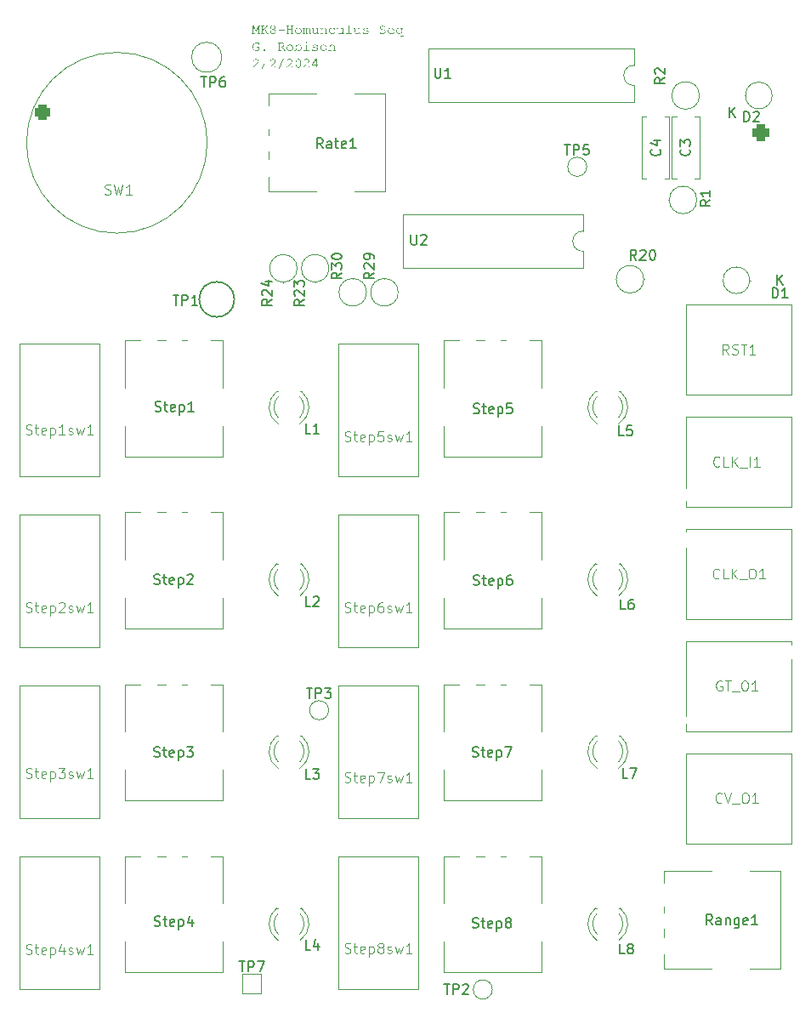
<source format=gto>
G04 #@! TF.GenerationSoftware,KiCad,Pcbnew,7.0.10*
G04 #@! TF.CreationDate,2024-02-02T08:29:15+10:00*
G04 #@! TF.ProjectId,MK_Seq take 2,4d4b5f53-6571-4207-9461-6b6520322e6b,rev?*
G04 #@! TF.SameCoordinates,Original*
G04 #@! TF.FileFunction,Legend,Top*
G04 #@! TF.FilePolarity,Positive*
%FSLAX46Y46*%
G04 Gerber Fmt 4.6, Leading zero omitted, Abs format (unit mm)*
G04 Created by KiCad (PCBNEW 7.0.10) date 2024-02-02 08:29:15*
%MOMM*%
%LPD*%
G01*
G04 APERTURE LIST*
G04 Aperture macros list*
%AMRoundRect*
0 Rectangle with rounded corners*
0 $1 Rounding radius*
0 $2 $3 $4 $5 $6 $7 $8 $9 X,Y pos of 4 corners*
0 Add a 4 corners polygon primitive as box body*
4,1,4,$2,$3,$4,$5,$6,$7,$8,$9,$2,$3,0*
0 Add four circle primitives for the rounded corners*
1,1,$1+$1,$2,$3*
1,1,$1+$1,$4,$5*
1,1,$1+$1,$6,$7*
1,1,$1+$1,$8,$9*
0 Add four rect primitives between the rounded corners*
20,1,$1+$1,$2,$3,$4,$5,0*
20,1,$1+$1,$4,$5,$6,$7,0*
20,1,$1+$1,$6,$7,$8,$9,0*
20,1,$1+$1,$8,$9,$2,$3,0*%
G04 Aperture macros list end*
%ADD10C,0.150000*%
%ADD11C,0.100000*%
%ADD12C,0.120000*%
%ADD13R,1.800000X1.800000*%
%ADD14C,1.800000*%
%ADD15O,2.500000X1.600000*%
%ADD16O,2.720000X3.240000*%
%ADD17C,1.600000*%
%ADD18O,1.600000X1.600000*%
%ADD19R,1.600000X1.600000*%
%ADD20O,1.500000X2.500000*%
%ADD21O,3.240000X2.720000*%
%ADD22C,2.800000*%
%ADD23C,1.500000*%
%ADD24R,1.500000X1.500000*%
%ADD25RoundRect,0.400000X-0.400000X0.400000X-0.400000X-0.400000X0.400000X-0.400000X0.400000X0.400000X0*%
%ADD26C,2.000000*%
%ADD27C,1.440000*%
%ADD28R,1.500000X1.050000*%
%ADD29O,1.500000X1.050000*%
%ADD30R,1.050000X1.500000*%
%ADD31O,1.050000X1.500000*%
%ADD32C,1.700000*%
%ADD33RoundRect,0.425000X-0.425000X-0.425000X0.425000X-0.425000X0.425000X0.425000X-0.425000X0.425000X0*%
G04 APERTURE END LIST*
D10*
G36*
X85660153Y-35635526D02*
G01*
X85594207Y-35635526D01*
X85372435Y-35135317D01*
X85361444Y-35135317D01*
X85361444Y-35807473D01*
X85467934Y-35807473D01*
X85478547Y-35808150D01*
X85488164Y-35810487D01*
X85496682Y-35815496D01*
X85497243Y-35816022D01*
X85503094Y-35823895D01*
X85505962Y-35833622D01*
X85506280Y-35838736D01*
X85504789Y-35848925D01*
X85500314Y-35857663D01*
X85497243Y-35861207D01*
X85489000Y-35866565D01*
X85478547Y-35869304D01*
X85467934Y-35870000D01*
X85254954Y-35870000D01*
X85244322Y-35869304D01*
X85234638Y-35866900D01*
X85225977Y-35861748D01*
X85225401Y-35861207D01*
X85219708Y-35853139D01*
X85216917Y-35843619D01*
X85216608Y-35838736D01*
X85217844Y-35828902D01*
X85221975Y-35820031D01*
X85225401Y-35816022D01*
X85233793Y-35810813D01*
X85243252Y-35808308D01*
X85253683Y-35807482D01*
X85254954Y-35807473D01*
X85303803Y-35807473D01*
X85303803Y-35135317D01*
X85267411Y-35135317D01*
X85256660Y-35134641D01*
X85246890Y-35132303D01*
X85238189Y-35127294D01*
X85237613Y-35126769D01*
X85231602Y-35118213D01*
X85229035Y-35108344D01*
X85228820Y-35104054D01*
X85230057Y-35094219D01*
X85234187Y-35085348D01*
X85237613Y-35081339D01*
X85246039Y-35076130D01*
X85255580Y-35073626D01*
X85266124Y-35072799D01*
X85267411Y-35072791D01*
X85408827Y-35072791D01*
X85627180Y-35565917D01*
X85842358Y-35072791D01*
X85983775Y-35072791D01*
X85993621Y-35073325D01*
X86003739Y-35075496D01*
X86012669Y-35080304D01*
X86013817Y-35081339D01*
X86019668Y-35089212D01*
X86022536Y-35098939D01*
X86022854Y-35104054D01*
X86021583Y-35113889D01*
X86017338Y-35122760D01*
X86013817Y-35126769D01*
X86005470Y-35131978D01*
X85995839Y-35134482D01*
X85985091Y-35135309D01*
X85983775Y-35135317D01*
X85948115Y-35135317D01*
X85948115Y-35807473D01*
X85996231Y-35807473D01*
X86006077Y-35808008D01*
X86016195Y-35810178D01*
X86025125Y-35814987D01*
X86026273Y-35816022D01*
X86032124Y-35823895D01*
X86034992Y-35833622D01*
X86035310Y-35838736D01*
X86033819Y-35848925D01*
X86029344Y-35857663D01*
X86026273Y-35861207D01*
X86017927Y-35866565D01*
X86008295Y-35869141D01*
X85997547Y-35869991D01*
X85996231Y-35870000D01*
X85783984Y-35870000D01*
X85773214Y-35869304D01*
X85763378Y-35866900D01*
X85754534Y-35861748D01*
X85753942Y-35861207D01*
X85747933Y-35853139D01*
X85744987Y-35843619D01*
X85744661Y-35838736D01*
X85745898Y-35828902D01*
X85750028Y-35820031D01*
X85753454Y-35816022D01*
X85761983Y-35810813D01*
X85771767Y-35808308D01*
X85782653Y-35807482D01*
X85783984Y-35807473D01*
X85890474Y-35807473D01*
X85890474Y-35135317D01*
X85878018Y-35135317D01*
X85660153Y-35635526D01*
G37*
G36*
X86275157Y-35557369D02*
G01*
X86275157Y-35807473D01*
X86381646Y-35807473D01*
X86391492Y-35808008D01*
X86401610Y-35810178D01*
X86410541Y-35814987D01*
X86411688Y-35816022D01*
X86417539Y-35823895D01*
X86420408Y-35833622D01*
X86420725Y-35838736D01*
X86419234Y-35848925D01*
X86414759Y-35857663D01*
X86411688Y-35861207D01*
X86403342Y-35866565D01*
X86393711Y-35869141D01*
X86382962Y-35869991D01*
X86381646Y-35870000D01*
X86139846Y-35870000D01*
X86129095Y-35869304D01*
X86119326Y-35866900D01*
X86110625Y-35861748D01*
X86110048Y-35861207D01*
X86104355Y-35853139D01*
X86101565Y-35843619D01*
X86101256Y-35838736D01*
X86102492Y-35828902D01*
X86106622Y-35820031D01*
X86110048Y-35816022D01*
X86118475Y-35810813D01*
X86128015Y-35808308D01*
X86138560Y-35807482D01*
X86139846Y-35807473D01*
X86217515Y-35807473D01*
X86217515Y-35135317D01*
X86139846Y-35135317D01*
X86129095Y-35134641D01*
X86119326Y-35132303D01*
X86110625Y-35127294D01*
X86110048Y-35126769D01*
X86104038Y-35118213D01*
X86101470Y-35108344D01*
X86101256Y-35104054D01*
X86102492Y-35094219D01*
X86106622Y-35085348D01*
X86110048Y-35081339D01*
X86118475Y-35076130D01*
X86128015Y-35073626D01*
X86138560Y-35072799D01*
X86139846Y-35072791D01*
X86381646Y-35072791D01*
X86391492Y-35073325D01*
X86401610Y-35075496D01*
X86410541Y-35080304D01*
X86411688Y-35081339D01*
X86417539Y-35089212D01*
X86420408Y-35098939D01*
X86420725Y-35104054D01*
X86419454Y-35113889D01*
X86415210Y-35122760D01*
X86411688Y-35126769D01*
X86403342Y-35131978D01*
X86393711Y-35134482D01*
X86382962Y-35135309D01*
X86381646Y-35135317D01*
X86275157Y-35135317D01*
X86275157Y-35479211D01*
X86673517Y-35135317D01*
X86610258Y-35135317D01*
X86600396Y-35134783D01*
X86590216Y-35132612D01*
X86581149Y-35127804D01*
X86579972Y-35126769D01*
X86573961Y-35118213D01*
X86571394Y-35108344D01*
X86571179Y-35104054D01*
X86572415Y-35094219D01*
X86576546Y-35085348D01*
X86579972Y-35081339D01*
X86588467Y-35076130D01*
X86598170Y-35073626D01*
X86608942Y-35072799D01*
X86610258Y-35072791D01*
X86780006Y-35072791D01*
X86790738Y-35073467D01*
X86800441Y-35075805D01*
X86808999Y-35080813D01*
X86809560Y-35081339D01*
X86815411Y-35089212D01*
X86818279Y-35098939D01*
X86818597Y-35104054D01*
X86817326Y-35113889D01*
X86813081Y-35122760D01*
X86809560Y-35126769D01*
X86801282Y-35131978D01*
X86791813Y-35134482D01*
X86781292Y-35135309D01*
X86780006Y-35135317D01*
X86756559Y-35135317D01*
X86439288Y-35411556D01*
X86452356Y-35416803D01*
X86464999Y-35422286D01*
X86477217Y-35428006D01*
X86489010Y-35433961D01*
X86500378Y-35440153D01*
X86511321Y-35446581D01*
X86521839Y-35453245D01*
X86531932Y-35460145D01*
X86541600Y-35467281D01*
X86550843Y-35474653D01*
X86556769Y-35479699D01*
X86565488Y-35487695D01*
X86574151Y-35496386D01*
X86582758Y-35505773D01*
X86591310Y-35515855D01*
X86599806Y-35526633D01*
X86608246Y-35538106D01*
X86613841Y-35546141D01*
X86619412Y-35554485D01*
X86624958Y-35563139D01*
X86630479Y-35572101D01*
X86635976Y-35581373D01*
X86641447Y-35590954D01*
X86646894Y-35600844D01*
X86651882Y-35610296D01*
X86657596Y-35621801D01*
X86664035Y-35635358D01*
X86668731Y-35645536D01*
X86673750Y-35656626D01*
X86679091Y-35668628D01*
X86684754Y-35681543D01*
X86690740Y-35695369D01*
X86697048Y-35710108D01*
X86703679Y-35725758D01*
X86710632Y-35742321D01*
X86717908Y-35759796D01*
X86721667Y-35768875D01*
X86725506Y-35778183D01*
X86729426Y-35787718D01*
X86733427Y-35797482D01*
X86737508Y-35807473D01*
X86809560Y-35807473D01*
X86819406Y-35808008D01*
X86829524Y-35810178D01*
X86838454Y-35814987D01*
X86839602Y-35816022D01*
X86845453Y-35823895D01*
X86848321Y-35833622D01*
X86848639Y-35838736D01*
X86847147Y-35848925D01*
X86842673Y-35857663D01*
X86839602Y-35861207D01*
X86831255Y-35866565D01*
X86821624Y-35869141D01*
X86810876Y-35869991D01*
X86809560Y-35870000D01*
X86698185Y-35870000D01*
X86692550Y-35854557D01*
X86686971Y-35839463D01*
X86681448Y-35824718D01*
X86675982Y-35810320D01*
X86670572Y-35796271D01*
X86665218Y-35782570D01*
X86659921Y-35769217D01*
X86654679Y-35756213D01*
X86649494Y-35743557D01*
X86644366Y-35731249D01*
X86639293Y-35719289D01*
X86634277Y-35707677D01*
X86629318Y-35696414D01*
X86624414Y-35685499D01*
X86619567Y-35674932D01*
X86614776Y-35664713D01*
X86610042Y-35654843D01*
X86605363Y-35645321D01*
X86600741Y-35636147D01*
X86596176Y-35627321D01*
X86587213Y-35610715D01*
X86578476Y-35595501D01*
X86569963Y-35581680D01*
X86561676Y-35569253D01*
X86553614Y-35558218D01*
X86545778Y-35548576D01*
X86537932Y-35539814D01*
X86529845Y-35531418D01*
X86521515Y-35523388D01*
X86512942Y-35515725D01*
X86504128Y-35508428D01*
X86495070Y-35501498D01*
X86485771Y-35494934D01*
X86476229Y-35488736D01*
X86466445Y-35482905D01*
X86456419Y-35477440D01*
X86446150Y-35472342D01*
X86435639Y-35467609D01*
X86424886Y-35463244D01*
X86413890Y-35459244D01*
X86402652Y-35455611D01*
X86391172Y-35452344D01*
X86275157Y-35557369D01*
G37*
G36*
X87315785Y-34994907D02*
G01*
X87328397Y-34995728D01*
X87340766Y-34997098D01*
X87352893Y-34999014D01*
X87364778Y-35001479D01*
X87376421Y-35004491D01*
X87387821Y-35008050D01*
X87398979Y-35012158D01*
X87409894Y-35016812D01*
X87420568Y-35022015D01*
X87430999Y-35027765D01*
X87441187Y-35034063D01*
X87451133Y-35040909D01*
X87460837Y-35048302D01*
X87470299Y-35056242D01*
X87479518Y-35064731D01*
X87488332Y-35073585D01*
X87496577Y-35082622D01*
X87504253Y-35091842D01*
X87511361Y-35101245D01*
X87517900Y-35110832D01*
X87523871Y-35120601D01*
X87529273Y-35130554D01*
X87534106Y-35140690D01*
X87538371Y-35151010D01*
X87542067Y-35161512D01*
X87545195Y-35172198D01*
X87547753Y-35183066D01*
X87549744Y-35194118D01*
X87551165Y-35205354D01*
X87552018Y-35216772D01*
X87552302Y-35228374D01*
X87551952Y-35240723D01*
X87550903Y-35252857D01*
X87549153Y-35264777D01*
X87546704Y-35276482D01*
X87543555Y-35287972D01*
X87539706Y-35299248D01*
X87535157Y-35310309D01*
X87529908Y-35321155D01*
X87523960Y-35331787D01*
X87517312Y-35342204D01*
X87512491Y-35349030D01*
X87504862Y-35358807D01*
X87496142Y-35368477D01*
X87488885Y-35375660D01*
X87481015Y-35382783D01*
X87472531Y-35389845D01*
X87463432Y-35396848D01*
X87453720Y-35403790D01*
X87443394Y-35410672D01*
X87432454Y-35417494D01*
X87420900Y-35424256D01*
X87429797Y-35428648D01*
X87442622Y-35435561D01*
X87454819Y-35442865D01*
X87466389Y-35450559D01*
X87477333Y-35458644D01*
X87487650Y-35467120D01*
X87497340Y-35475986D01*
X87506403Y-35485243D01*
X87514840Y-35494891D01*
X87522649Y-35504930D01*
X87529832Y-35515359D01*
X87536423Y-35526056D01*
X87542366Y-35536900D01*
X87547660Y-35547889D01*
X87552306Y-35559025D01*
X87556304Y-35570306D01*
X87559653Y-35581734D01*
X87562355Y-35593307D01*
X87564408Y-35605027D01*
X87565812Y-35616892D01*
X87566569Y-35628903D01*
X87566713Y-35636992D01*
X87566412Y-35649496D01*
X87565511Y-35661790D01*
X87564008Y-35673874D01*
X87561904Y-35685749D01*
X87559199Y-35697413D01*
X87555893Y-35708868D01*
X87551987Y-35720113D01*
X87547479Y-35731147D01*
X87542370Y-35741972D01*
X87536659Y-35752587D01*
X87530348Y-35762993D01*
X87523436Y-35773188D01*
X87515923Y-35783173D01*
X87507808Y-35792949D01*
X87499093Y-35802514D01*
X87489776Y-35811870D01*
X87480030Y-35820802D01*
X87470027Y-35829158D01*
X87459766Y-35836937D01*
X87449247Y-35844140D01*
X87438471Y-35850767D01*
X87427437Y-35856818D01*
X87416146Y-35862292D01*
X87404596Y-35867191D01*
X87392790Y-35871513D01*
X87380726Y-35875258D01*
X87368404Y-35878428D01*
X87355824Y-35881021D01*
X87342987Y-35883038D01*
X87329893Y-35884479D01*
X87316540Y-35885343D01*
X87302930Y-35885631D01*
X87289321Y-35885343D01*
X87275968Y-35884479D01*
X87262874Y-35883038D01*
X87250037Y-35881021D01*
X87237457Y-35878428D01*
X87225135Y-35875258D01*
X87213071Y-35871513D01*
X87201264Y-35867191D01*
X87189715Y-35862292D01*
X87178424Y-35856818D01*
X87167390Y-35850767D01*
X87156614Y-35844140D01*
X87146095Y-35836937D01*
X87135834Y-35829158D01*
X87125830Y-35820802D01*
X87116085Y-35811870D01*
X87106768Y-35802514D01*
X87098053Y-35792949D01*
X87089938Y-35783173D01*
X87082425Y-35773188D01*
X87075513Y-35762993D01*
X87069201Y-35752587D01*
X87063491Y-35741972D01*
X87058382Y-35731147D01*
X87053874Y-35720113D01*
X87049967Y-35708868D01*
X87046661Y-35697413D01*
X87043957Y-35685749D01*
X87041853Y-35673874D01*
X87040350Y-35661790D01*
X87039449Y-35649496D01*
X87039148Y-35636992D01*
X87039259Y-35632840D01*
X87096789Y-35632840D01*
X87097311Y-35647087D01*
X87098876Y-35660978D01*
X87101484Y-35674513D01*
X87105136Y-35687691D01*
X87109830Y-35700513D01*
X87115568Y-35712979D01*
X87122350Y-35725088D01*
X87130174Y-35736841D01*
X87139042Y-35748238D01*
X87145534Y-35755638D01*
X87152489Y-35762879D01*
X87156140Y-35766441D01*
X87163668Y-35773302D01*
X87171413Y-35779721D01*
X87179376Y-35785698D01*
X87187556Y-35791231D01*
X87195954Y-35796322D01*
X87204569Y-35800970D01*
X87213402Y-35805176D01*
X87222452Y-35808939D01*
X87231720Y-35812259D01*
X87241206Y-35815136D01*
X87250909Y-35817571D01*
X87260829Y-35819563D01*
X87270967Y-35821113D01*
X87281323Y-35822219D01*
X87291896Y-35822884D01*
X87302686Y-35823105D01*
X87313506Y-35822884D01*
X87324107Y-35822219D01*
X87334488Y-35821113D01*
X87344650Y-35819563D01*
X87354593Y-35817571D01*
X87364316Y-35815136D01*
X87373819Y-35812259D01*
X87383103Y-35808939D01*
X87392168Y-35805176D01*
X87401013Y-35800970D01*
X87409639Y-35796322D01*
X87418045Y-35791231D01*
X87426232Y-35785698D01*
X87434199Y-35779721D01*
X87441948Y-35773302D01*
X87449476Y-35766441D01*
X87456663Y-35759281D01*
X87463387Y-35751969D01*
X87472602Y-35740715D01*
X87480775Y-35729117D01*
X87487904Y-35717176D01*
X87493989Y-35704891D01*
X87499032Y-35692263D01*
X87503031Y-35679292D01*
X87505987Y-35665977D01*
X87507900Y-35652318D01*
X87508769Y-35638316D01*
X87508827Y-35633572D01*
X87508308Y-35619687D01*
X87506749Y-35606149D01*
X87504152Y-35592960D01*
X87500515Y-35580118D01*
X87495840Y-35567623D01*
X87490125Y-35555477D01*
X87483372Y-35543678D01*
X87475580Y-35532227D01*
X87466748Y-35521124D01*
X87456878Y-35510368D01*
X87449720Y-35503391D01*
X87442249Y-35496677D01*
X87434551Y-35490397D01*
X87426625Y-35484549D01*
X87418473Y-35479135D01*
X87405818Y-35471825D01*
X87392652Y-35465490D01*
X87383592Y-35461809D01*
X87374304Y-35458560D01*
X87364789Y-35455745D01*
X87355047Y-35453362D01*
X87345078Y-35451413D01*
X87334881Y-35449897D01*
X87324458Y-35448814D01*
X87313808Y-35448164D01*
X87302930Y-35447948D01*
X87292052Y-35448164D01*
X87281399Y-35448814D01*
X87270971Y-35449897D01*
X87260768Y-35451413D01*
X87250790Y-35453362D01*
X87241038Y-35455745D01*
X87231510Y-35458560D01*
X87222208Y-35461809D01*
X87213131Y-35465490D01*
X87199938Y-35471825D01*
X87187251Y-35479135D01*
X87179074Y-35484549D01*
X87171123Y-35490397D01*
X87163397Y-35496677D01*
X87155896Y-35503391D01*
X87148739Y-35510365D01*
X87142043Y-35517488D01*
X87132865Y-35528452D01*
X87124727Y-35539751D01*
X87117627Y-35551384D01*
X87111566Y-35563353D01*
X87106544Y-35575656D01*
X87102562Y-35588294D01*
X87099618Y-35601267D01*
X87097713Y-35614575D01*
X87096847Y-35628218D01*
X87096789Y-35632840D01*
X87039259Y-35632840D01*
X87039470Y-35624973D01*
X87040436Y-35613095D01*
X87042046Y-35601359D01*
X87044300Y-35589765D01*
X87047198Y-35578313D01*
X87050740Y-35567002D01*
X87054926Y-35555833D01*
X87059756Y-35544805D01*
X87065230Y-35533920D01*
X87071348Y-35523176D01*
X87075785Y-35516092D01*
X87083015Y-35505656D01*
X87090877Y-35495598D01*
X87099370Y-35485918D01*
X87108494Y-35476616D01*
X87118249Y-35467691D01*
X87128635Y-35459145D01*
X87139653Y-35450976D01*
X87151301Y-35443185D01*
X87163581Y-35435772D01*
X87176492Y-35428737D01*
X87185450Y-35424256D01*
X87173891Y-35417501D01*
X87162938Y-35410698D01*
X87152591Y-35403848D01*
X87142848Y-35396951D01*
X87133711Y-35390006D01*
X87125180Y-35383015D01*
X87117254Y-35375976D01*
X87109933Y-35368890D01*
X87103217Y-35361756D01*
X87095205Y-35352172D01*
X87093370Y-35349762D01*
X87086255Y-35339357D01*
X87079840Y-35328751D01*
X87074125Y-35317942D01*
X87069110Y-35306932D01*
X87064794Y-35295720D01*
X87061179Y-35284306D01*
X87058263Y-35272690D01*
X87056047Y-35260873D01*
X87054530Y-35248854D01*
X87053714Y-35236633D01*
X87053558Y-35228374D01*
X87053594Y-35226908D01*
X87111933Y-35226908D01*
X87112411Y-35238632D01*
X87113847Y-35250081D01*
X87116241Y-35261255D01*
X87119592Y-35272154D01*
X87123900Y-35282779D01*
X87129166Y-35293128D01*
X87135389Y-35303203D01*
X87142570Y-35313004D01*
X87150708Y-35322529D01*
X87159803Y-35331780D01*
X87166399Y-35337794D01*
X87176889Y-35346306D01*
X87187842Y-35353980D01*
X87199260Y-35360817D01*
X87211141Y-35366817D01*
X87223486Y-35371980D01*
X87236294Y-35376306D01*
X87249566Y-35379794D01*
X87263302Y-35382445D01*
X87277501Y-35384259D01*
X87292165Y-35385236D01*
X87302198Y-35385422D01*
X87312318Y-35385236D01*
X87322226Y-35384678D01*
X87336686Y-35383143D01*
X87350665Y-35380771D01*
X87364163Y-35377561D01*
X87377180Y-35373515D01*
X87389717Y-35368631D01*
X87401772Y-35362910D01*
X87413347Y-35356352D01*
X87424441Y-35348957D01*
X87435054Y-35340725D01*
X87438485Y-35337794D01*
X87448263Y-35328731D01*
X87457078Y-35319402D01*
X87464932Y-35309806D01*
X87471824Y-35299944D01*
X87477755Y-35289816D01*
X87482724Y-35279422D01*
X87486731Y-35268762D01*
X87489776Y-35257835D01*
X87491860Y-35246643D01*
X87492982Y-35235184D01*
X87493196Y-35227397D01*
X87492708Y-35214473D01*
X87491246Y-35201897D01*
X87488810Y-35189669D01*
X87485399Y-35177789D01*
X87481013Y-35166256D01*
X87475653Y-35155071D01*
X87469318Y-35144234D01*
X87462009Y-35133745D01*
X87453725Y-35123603D01*
X87444466Y-35113809D01*
X87437752Y-35107473D01*
X87427182Y-35098482D01*
X87416168Y-35090374D01*
X87404713Y-35083152D01*
X87392816Y-35076813D01*
X87380476Y-35071359D01*
X87367694Y-35066790D01*
X87354470Y-35063105D01*
X87340803Y-35060304D01*
X87326695Y-35058388D01*
X87312144Y-35057356D01*
X87302198Y-35057159D01*
X87292339Y-35057357D01*
X87277906Y-35058394D01*
X87263897Y-35060319D01*
X87250314Y-35063133D01*
X87237156Y-35066836D01*
X87224422Y-35071428D01*
X87212114Y-35076909D01*
X87200231Y-35083278D01*
X87188773Y-35090536D01*
X87177739Y-35098682D01*
X87167131Y-35107718D01*
X87157267Y-35117356D01*
X87148372Y-35127312D01*
X87140448Y-35137586D01*
X87133495Y-35148178D01*
X87127511Y-35159087D01*
X87122498Y-35170314D01*
X87118455Y-35181859D01*
X87115382Y-35193722D01*
X87113280Y-35205902D01*
X87112148Y-35218400D01*
X87111933Y-35226908D01*
X87053594Y-35226908D01*
X87053844Y-35216772D01*
X87054700Y-35205354D01*
X87056126Y-35194118D01*
X87058123Y-35183066D01*
X87060690Y-35172198D01*
X87063828Y-35161512D01*
X87067537Y-35151010D01*
X87071816Y-35140690D01*
X87076665Y-35130554D01*
X87082085Y-35120601D01*
X87088076Y-35110832D01*
X87094637Y-35101245D01*
X87101769Y-35091842D01*
X87109471Y-35082622D01*
X87117744Y-35073585D01*
X87126587Y-35064731D01*
X87135863Y-35056242D01*
X87145371Y-35048302D01*
X87155112Y-35040909D01*
X87165086Y-35034063D01*
X87175293Y-35027765D01*
X87185732Y-35022015D01*
X87196404Y-35016812D01*
X87207309Y-35012158D01*
X87218447Y-35008050D01*
X87229818Y-35004491D01*
X87241421Y-35001479D01*
X87253258Y-34999014D01*
X87265327Y-34997098D01*
X87277628Y-34995728D01*
X87290163Y-34994907D01*
X87302930Y-34994633D01*
X87315785Y-34994907D01*
G37*
G36*
X88436950Y-35432316D02*
G01*
X88436950Y-35510474D01*
X87848325Y-35510474D01*
X87848325Y-35432316D01*
X88436950Y-35432316D01*
G37*
G36*
X89178227Y-35479211D02*
G01*
X88795743Y-35479211D01*
X88795743Y-35807473D01*
X88873412Y-35807473D01*
X88884025Y-35808150D01*
X88893642Y-35810487D01*
X88902160Y-35815496D01*
X88902721Y-35816022D01*
X88908572Y-35823895D01*
X88911440Y-35833622D01*
X88911758Y-35838736D01*
X88910267Y-35848925D01*
X88905792Y-35857663D01*
X88902721Y-35861207D01*
X88894478Y-35866565D01*
X88884025Y-35869304D01*
X88873412Y-35870000D01*
X88672644Y-35870000D01*
X88662012Y-35869304D01*
X88652328Y-35866900D01*
X88643667Y-35861748D01*
X88643091Y-35861207D01*
X88637398Y-35853139D01*
X88634607Y-35843619D01*
X88634298Y-35838736D01*
X88635535Y-35828902D01*
X88639665Y-35820031D01*
X88643091Y-35816022D01*
X88651483Y-35810813D01*
X88660943Y-35808308D01*
X88671373Y-35807482D01*
X88672644Y-35807473D01*
X88738101Y-35807473D01*
X88738101Y-35135317D01*
X88702198Y-35135317D01*
X88692336Y-35134783D01*
X88682156Y-35132612D01*
X88673089Y-35127804D01*
X88671912Y-35126769D01*
X88665901Y-35118213D01*
X88663333Y-35108344D01*
X88663119Y-35104054D01*
X88664355Y-35094219D01*
X88668485Y-35085348D01*
X88671912Y-35081339D01*
X88680407Y-35076130D01*
X88690110Y-35073626D01*
X88700882Y-35072799D01*
X88702198Y-35072791D01*
X88873412Y-35072791D01*
X88884025Y-35073467D01*
X88893642Y-35075805D01*
X88902160Y-35080813D01*
X88902721Y-35081339D01*
X88908572Y-35089212D01*
X88911440Y-35098939D01*
X88911758Y-35104054D01*
X88910487Y-35113889D01*
X88906242Y-35122760D01*
X88902721Y-35126769D01*
X88893642Y-35132303D01*
X88884025Y-35134641D01*
X88873412Y-35135317D01*
X88795743Y-35135317D01*
X88795743Y-35416685D01*
X89178227Y-35416685D01*
X89178227Y-35135317D01*
X89101290Y-35135317D01*
X89090658Y-35134641D01*
X89080974Y-35132303D01*
X89072313Y-35127294D01*
X89071737Y-35126769D01*
X89065726Y-35118213D01*
X89063159Y-35108344D01*
X89062944Y-35104054D01*
X89064147Y-35094219D01*
X89068588Y-35084743D01*
X89071493Y-35081339D01*
X89080535Y-35075805D01*
X89090343Y-35073467D01*
X89101290Y-35072791D01*
X89272505Y-35072791D01*
X89282351Y-35073325D01*
X89292469Y-35075496D01*
X89301399Y-35080304D01*
X89302547Y-35081339D01*
X89308398Y-35089212D01*
X89311266Y-35098939D01*
X89311584Y-35104054D01*
X89310313Y-35113889D01*
X89306068Y-35122760D01*
X89302547Y-35126769D01*
X89294200Y-35131978D01*
X89284569Y-35134482D01*
X89273821Y-35135309D01*
X89272505Y-35135317D01*
X89236845Y-35135317D01*
X89236845Y-35807473D01*
X89302058Y-35807473D01*
X89312671Y-35808150D01*
X89322288Y-35810487D01*
X89330806Y-35815496D01*
X89331367Y-35816022D01*
X89337218Y-35823895D01*
X89340087Y-35833622D01*
X89340404Y-35838736D01*
X89338913Y-35848925D01*
X89334438Y-35857663D01*
X89331367Y-35861207D01*
X89323124Y-35866565D01*
X89312671Y-35869304D01*
X89302058Y-35870000D01*
X89101290Y-35870000D01*
X89090658Y-35869304D01*
X89080974Y-35866900D01*
X89072313Y-35861748D01*
X89071737Y-35861207D01*
X89066044Y-35853139D01*
X89063253Y-35843619D01*
X89062944Y-35838736D01*
X89064147Y-35828902D01*
X89068588Y-35819425D01*
X89071493Y-35816022D01*
X89080535Y-35810487D01*
X89090343Y-35808150D01*
X89101290Y-35807473D01*
X89178227Y-35807473D01*
X89178227Y-35479211D01*
G37*
G36*
X89840034Y-35260727D02*
G01*
X89856245Y-35261800D01*
X89872151Y-35263589D01*
X89887752Y-35266094D01*
X89903048Y-35269314D01*
X89918039Y-35273249D01*
X89932724Y-35277900D01*
X89947103Y-35283267D01*
X89961178Y-35289349D01*
X89974947Y-35296147D01*
X89988411Y-35303660D01*
X90001570Y-35311889D01*
X90014423Y-35320834D01*
X90026971Y-35330494D01*
X90039214Y-35340869D01*
X90051151Y-35351960D01*
X90062597Y-35363558D01*
X90073305Y-35375454D01*
X90083274Y-35387647D01*
X90092504Y-35400137D01*
X90100997Y-35412926D01*
X90108750Y-35426012D01*
X90115766Y-35439396D01*
X90122042Y-35453077D01*
X90127581Y-35467056D01*
X90132381Y-35481333D01*
X90136442Y-35495907D01*
X90139765Y-35510779D01*
X90142350Y-35525949D01*
X90144196Y-35541417D01*
X90145304Y-35557182D01*
X90145673Y-35573244D01*
X90145304Y-35589248D01*
X90144196Y-35604958D01*
X90142350Y-35620374D01*
X90139765Y-35635496D01*
X90136442Y-35650324D01*
X90132381Y-35664858D01*
X90127581Y-35679099D01*
X90122042Y-35693046D01*
X90115766Y-35706698D01*
X90108750Y-35720057D01*
X90100997Y-35733122D01*
X90092504Y-35745894D01*
X90083274Y-35758371D01*
X90073305Y-35770554D01*
X90062597Y-35782444D01*
X90051151Y-35794040D01*
X90039214Y-35805131D01*
X90026971Y-35815507D01*
X90014423Y-35825167D01*
X90001570Y-35834111D01*
X89988411Y-35842340D01*
X89974947Y-35849853D01*
X89961178Y-35856651D01*
X89947103Y-35862733D01*
X89932724Y-35868100D01*
X89918039Y-35872751D01*
X89903048Y-35876687D01*
X89887752Y-35879907D01*
X89872151Y-35882411D01*
X89856245Y-35884200D01*
X89840034Y-35885273D01*
X89823517Y-35885631D01*
X89806852Y-35885272D01*
X89790502Y-35884196D01*
X89774467Y-35882402D01*
X89758746Y-35879891D01*
X89743341Y-35876663D01*
X89728250Y-35872717D01*
X89713475Y-35868053D01*
X89699014Y-35862672D01*
X89684868Y-35856574D01*
X89671037Y-35849758D01*
X89657520Y-35842225D01*
X89644319Y-35833974D01*
X89631432Y-35825005D01*
X89618860Y-35815320D01*
X89606603Y-35804916D01*
X89594661Y-35793796D01*
X89583274Y-35782172D01*
X89572622Y-35770261D01*
X89562704Y-35758061D01*
X89553521Y-35745573D01*
X89545073Y-35732797D01*
X89537359Y-35719733D01*
X89530380Y-35706381D01*
X89524136Y-35692740D01*
X89518626Y-35678812D01*
X89513851Y-35664595D01*
X89509811Y-35650090D01*
X89506505Y-35635297D01*
X89503933Y-35620216D01*
X89502097Y-35604847D01*
X89500995Y-35589190D01*
X89500628Y-35573244D01*
X89500634Y-35573000D01*
X89558269Y-35573000D01*
X89558570Y-35585710D01*
X89559475Y-35598195D01*
X89560982Y-35610455D01*
X89563093Y-35622490D01*
X89565806Y-35634299D01*
X89569122Y-35645884D01*
X89573042Y-35657243D01*
X89577564Y-35668377D01*
X89582689Y-35679286D01*
X89588418Y-35689970D01*
X89594749Y-35700428D01*
X89601683Y-35710662D01*
X89609220Y-35720670D01*
X89617360Y-35730453D01*
X89626103Y-35740011D01*
X89635450Y-35749344D01*
X89645255Y-35758276D01*
X89655313Y-35766631D01*
X89665626Y-35774411D01*
X89676192Y-35781614D01*
X89687013Y-35788241D01*
X89698086Y-35794292D01*
X89709414Y-35799766D01*
X89720996Y-35804665D01*
X89732831Y-35808986D01*
X89744920Y-35812732D01*
X89757263Y-35815902D01*
X89769859Y-35818495D01*
X89782710Y-35820512D01*
X89795814Y-35821952D01*
X89809172Y-35822817D01*
X89822784Y-35823105D01*
X89836395Y-35822819D01*
X89849750Y-35821960D01*
X89862849Y-35820529D01*
X89875693Y-35818525D01*
X89888281Y-35815949D01*
X89900613Y-35812801D01*
X89912690Y-35809080D01*
X89924511Y-35804787D01*
X89936076Y-35799921D01*
X89947386Y-35794483D01*
X89958440Y-35788472D01*
X89969238Y-35781889D01*
X89979780Y-35774733D01*
X89990067Y-35767005D01*
X90000098Y-35758705D01*
X90009874Y-35749832D01*
X90019250Y-35740526D01*
X90028020Y-35730987D01*
X90036186Y-35721216D01*
X90043747Y-35711211D01*
X90050703Y-35700974D01*
X90057055Y-35690504D01*
X90062801Y-35679801D01*
X90067943Y-35668866D01*
X90072479Y-35657697D01*
X90076411Y-35646296D01*
X90079738Y-35634662D01*
X90082460Y-35622795D01*
X90084577Y-35610696D01*
X90086089Y-35598363D01*
X90086996Y-35585798D01*
X90087299Y-35573000D01*
X90086996Y-35560115D01*
X90086089Y-35547473D01*
X90084577Y-35535073D01*
X90082460Y-35522915D01*
X90079738Y-35511000D01*
X90076411Y-35499327D01*
X90072479Y-35487896D01*
X90067943Y-35476707D01*
X90062801Y-35465761D01*
X90057055Y-35455058D01*
X90050703Y-35444596D01*
X90043747Y-35434377D01*
X90036186Y-35424400D01*
X90028020Y-35414666D01*
X90019250Y-35405174D01*
X90009874Y-35395924D01*
X90000098Y-35387081D01*
X89990067Y-35378808D01*
X89979780Y-35371106D01*
X89969238Y-35363974D01*
X89958440Y-35357413D01*
X89947386Y-35351422D01*
X89936076Y-35346002D01*
X89924511Y-35341153D01*
X89912690Y-35336874D01*
X89900613Y-35333165D01*
X89888281Y-35330027D01*
X89875693Y-35327460D01*
X89862849Y-35325463D01*
X89849750Y-35324037D01*
X89836395Y-35323181D01*
X89822784Y-35322896D01*
X89809172Y-35323183D01*
X89795814Y-35324044D01*
X89782710Y-35325480D01*
X89769859Y-35327490D01*
X89757263Y-35330075D01*
X89744920Y-35333234D01*
X89732831Y-35336967D01*
X89720996Y-35341275D01*
X89709414Y-35346157D01*
X89698086Y-35351613D01*
X89687013Y-35357644D01*
X89676192Y-35364249D01*
X89665626Y-35371428D01*
X89655313Y-35379182D01*
X89645255Y-35387510D01*
X89635450Y-35396413D01*
X89626103Y-35405689D01*
X89617360Y-35415200D01*
X89609220Y-35424946D01*
X89601683Y-35434927D01*
X89594749Y-35445142D01*
X89588418Y-35455592D01*
X89582689Y-35466277D01*
X89577564Y-35477196D01*
X89573042Y-35488350D01*
X89569122Y-35499739D01*
X89565806Y-35511362D01*
X89563093Y-35523220D01*
X89560982Y-35535313D01*
X89559475Y-35547641D01*
X89558570Y-35560203D01*
X89558269Y-35573000D01*
X89500634Y-35573000D01*
X89500995Y-35557240D01*
X89502097Y-35541527D01*
X89503933Y-35526107D01*
X89506505Y-35510978D01*
X89509811Y-35496141D01*
X89513851Y-35481596D01*
X89518626Y-35467343D01*
X89524136Y-35453382D01*
X89530380Y-35439713D01*
X89537359Y-35426336D01*
X89545073Y-35413251D01*
X89553521Y-35400458D01*
X89562704Y-35387957D01*
X89572622Y-35375747D01*
X89583274Y-35363830D01*
X89594661Y-35352205D01*
X89606603Y-35341084D01*
X89618860Y-35330681D01*
X89631432Y-35320995D01*
X89644319Y-35312027D01*
X89657520Y-35303776D01*
X89671037Y-35296243D01*
X89684868Y-35289427D01*
X89699014Y-35283328D01*
X89713475Y-35277947D01*
X89728250Y-35273284D01*
X89743341Y-35269338D01*
X89758746Y-35266109D01*
X89774467Y-35263598D01*
X89790502Y-35261804D01*
X89806852Y-35260728D01*
X89823517Y-35260369D01*
X89840034Y-35260727D01*
G37*
G36*
X90400662Y-35276001D02*
G01*
X90400662Y-35343168D01*
X90409854Y-35333141D01*
X90419049Y-35323762D01*
X90428249Y-35315029D01*
X90437452Y-35306943D01*
X90446658Y-35299504D01*
X90455869Y-35292712D01*
X90465083Y-35286567D01*
X90474302Y-35281069D01*
X90483524Y-35276217D01*
X90492750Y-35272013D01*
X90501979Y-35268455D01*
X90515831Y-35264331D01*
X90529691Y-35261663D01*
X90543560Y-35260450D01*
X90548185Y-35260369D01*
X90559184Y-35260755D01*
X90569831Y-35261911D01*
X90580128Y-35263838D01*
X90590073Y-35266536D01*
X90599667Y-35270005D01*
X90608910Y-35274245D01*
X90617802Y-35279256D01*
X90626343Y-35285038D01*
X90634597Y-35291541D01*
X90642509Y-35298838D01*
X90650076Y-35306928D01*
X90657301Y-35315812D01*
X90664181Y-35325491D01*
X90670719Y-35335963D01*
X90676913Y-35347228D01*
X90681333Y-35356198D01*
X90682763Y-35359288D01*
X90690005Y-35350169D01*
X90697260Y-35341496D01*
X90704528Y-35333270D01*
X90711809Y-35325491D01*
X90719102Y-35318158D01*
X90726409Y-35311271D01*
X90736171Y-35302784D01*
X90745956Y-35295090D01*
X90755764Y-35288190D01*
X90760676Y-35285038D01*
X90770572Y-35279256D01*
X90780475Y-35274245D01*
X90790386Y-35270005D01*
X90800305Y-35266536D01*
X90810231Y-35263838D01*
X90820165Y-35261911D01*
X90830106Y-35260755D01*
X90840055Y-35260369D01*
X90851556Y-35260719D01*
X90862610Y-35261769D01*
X90873217Y-35263519D01*
X90883378Y-35265968D01*
X90893092Y-35269117D01*
X90902360Y-35272966D01*
X90911182Y-35277515D01*
X90919556Y-35282763D01*
X90927485Y-35288712D01*
X90934967Y-35295360D01*
X90939706Y-35300181D01*
X90948436Y-35309838D01*
X90956307Y-35319667D01*
X90963320Y-35329668D01*
X90969474Y-35339840D01*
X90974769Y-35350184D01*
X90979205Y-35360700D01*
X90982783Y-35371387D01*
X90985502Y-35382247D01*
X90987362Y-35393278D01*
X90988364Y-35404480D01*
X90988555Y-35412044D01*
X90988555Y-35807473D01*
X91037404Y-35807473D01*
X91048017Y-35808150D01*
X91057634Y-35810487D01*
X91066152Y-35815496D01*
X91066713Y-35816022D01*
X91072564Y-35823895D01*
X91075432Y-35833622D01*
X91075750Y-35838736D01*
X91074258Y-35848925D01*
X91069784Y-35857663D01*
X91066713Y-35861207D01*
X91058469Y-35866565D01*
X91048017Y-35869304D01*
X91037404Y-35870000D01*
X90930914Y-35870000D01*
X90930914Y-35422791D01*
X90930494Y-35412216D01*
X90929234Y-35402107D01*
X90927136Y-35392463D01*
X90923331Y-35381063D01*
X90918215Y-35370390D01*
X90911787Y-35360445D01*
X90904047Y-35351228D01*
X90895519Y-35343066D01*
X90886573Y-35336287D01*
X90877210Y-35330892D01*
X90867430Y-35326880D01*
X90857232Y-35324251D01*
X90846616Y-35323006D01*
X90842254Y-35322896D01*
X90832318Y-35323468D01*
X90822204Y-35325185D01*
X90811910Y-35328048D01*
X90801438Y-35332055D01*
X90790787Y-35337207D01*
X90782138Y-35342153D01*
X90775575Y-35346343D01*
X90766691Y-35352846D01*
X90757501Y-35360753D01*
X90750409Y-35367605D01*
X90743144Y-35375247D01*
X90735708Y-35383680D01*
X90728101Y-35392902D01*
X90720321Y-35402914D01*
X90712370Y-35413716D01*
X90704247Y-35425308D01*
X90698736Y-35433475D01*
X90695952Y-35437690D01*
X90695952Y-35807473D01*
X90744068Y-35807473D01*
X90754681Y-35808150D01*
X90764298Y-35810487D01*
X90772816Y-35815496D01*
X90773377Y-35816022D01*
X90779228Y-35823895D01*
X90782096Y-35833622D01*
X90782414Y-35838736D01*
X90780923Y-35848925D01*
X90776448Y-35857663D01*
X90773377Y-35861207D01*
X90765134Y-35866565D01*
X90754681Y-35869304D01*
X90744068Y-35870000D01*
X90637578Y-35870000D01*
X90637578Y-35426699D01*
X90637154Y-35415651D01*
X90635884Y-35405099D01*
X90633766Y-35395043D01*
X90630800Y-35385483D01*
X90626988Y-35376419D01*
X90621031Y-35365787D01*
X90615312Y-35357840D01*
X90610467Y-35352205D01*
X90601834Y-35343761D01*
X90592879Y-35336749D01*
X90583602Y-35331167D01*
X90574002Y-35327017D01*
X90564081Y-35324298D01*
X90553838Y-35323010D01*
X90549651Y-35322896D01*
X90538053Y-35323582D01*
X90526524Y-35325643D01*
X90516969Y-35328410D01*
X90507461Y-35332131D01*
X90498002Y-35336806D01*
X90488590Y-35342435D01*
X90478026Y-35349961D01*
X90470024Y-35356426D01*
X90461952Y-35363596D01*
X90453812Y-35371470D01*
X90445603Y-35380048D01*
X90437326Y-35389331D01*
X90428979Y-35399317D01*
X90420564Y-35410007D01*
X90412081Y-35421402D01*
X90406387Y-35429389D01*
X90400662Y-35437690D01*
X90400662Y-35807473D01*
X90449267Y-35807473D01*
X90459998Y-35808150D01*
X90469701Y-35810487D01*
X90478259Y-35815496D01*
X90478820Y-35816022D01*
X90484671Y-35823895D01*
X90487539Y-35833622D01*
X90487857Y-35838736D01*
X90486366Y-35848925D01*
X90481891Y-35857663D01*
X90478820Y-35861207D01*
X90470543Y-35866565D01*
X90461073Y-35869141D01*
X90450553Y-35869991D01*
X90449267Y-35870000D01*
X90294173Y-35870000D01*
X90283422Y-35869304D01*
X90273652Y-35866900D01*
X90264951Y-35861748D01*
X90264375Y-35861207D01*
X90258682Y-35853139D01*
X90255891Y-35843619D01*
X90255582Y-35838736D01*
X90256819Y-35828902D01*
X90260949Y-35820031D01*
X90264375Y-35816022D01*
X90272801Y-35810813D01*
X90282342Y-35808308D01*
X90292886Y-35807482D01*
X90294173Y-35807473D01*
X90342777Y-35807473D01*
X90342777Y-35338527D01*
X90294173Y-35338527D01*
X90283422Y-35337851D01*
X90273652Y-35335513D01*
X90264951Y-35330504D01*
X90264375Y-35329979D01*
X90258682Y-35321988D01*
X90255891Y-35312304D01*
X90255582Y-35307264D01*
X90257033Y-35297115D01*
X90261842Y-35287899D01*
X90264375Y-35285038D01*
X90272801Y-35279531D01*
X90282342Y-35276883D01*
X90292886Y-35276010D01*
X90294173Y-35276001D01*
X90400662Y-35276001D01*
G37*
G36*
X91701011Y-35870000D02*
G01*
X91701011Y-35774745D01*
X91693604Y-35781567D01*
X91686160Y-35788172D01*
X91678679Y-35794561D01*
X91663605Y-35806690D01*
X91648381Y-35817951D01*
X91633009Y-35828347D01*
X91617488Y-35837876D01*
X91601819Y-35846539D01*
X91586000Y-35854336D01*
X91570033Y-35861266D01*
X91553917Y-35867330D01*
X91537652Y-35872528D01*
X91521238Y-35876860D01*
X91504675Y-35880325D01*
X91487963Y-35882924D01*
X91471103Y-35884656D01*
X91454094Y-35885523D01*
X91445533Y-35885631D01*
X91435127Y-35885455D01*
X91425036Y-35884929D01*
X91415260Y-35884051D01*
X91401185Y-35882076D01*
X91387820Y-35879311D01*
X91375162Y-35875756D01*
X91363213Y-35871412D01*
X91351972Y-35866277D01*
X91341440Y-35860352D01*
X91331616Y-35853637D01*
X91322501Y-35846132D01*
X91316817Y-35840690D01*
X91309926Y-35833196D01*
X91303479Y-35825551D01*
X91297477Y-35817755D01*
X91289308Y-35805779D01*
X91282139Y-35793464D01*
X91275970Y-35780809D01*
X91270801Y-35767815D01*
X91266633Y-35754482D01*
X91263466Y-35740810D01*
X91261298Y-35726799D01*
X91260131Y-35712449D01*
X91259909Y-35702693D01*
X91259909Y-35338527D01*
X91182240Y-35338527D01*
X91171607Y-35337851D01*
X91161923Y-35335513D01*
X91153262Y-35330504D01*
X91152686Y-35329979D01*
X91146993Y-35321988D01*
X91144203Y-35312304D01*
X91143893Y-35307264D01*
X91145345Y-35297115D01*
X91150153Y-35287899D01*
X91152686Y-35285038D01*
X91161078Y-35279531D01*
X91170538Y-35276883D01*
X91180968Y-35276010D01*
X91182240Y-35276001D01*
X91317794Y-35276001D01*
X91317794Y-35696831D01*
X91318108Y-35707009D01*
X91319048Y-35716844D01*
X91321277Y-35729422D01*
X91324620Y-35741390D01*
X91329077Y-35752748D01*
X91334649Y-35763494D01*
X91341335Y-35773630D01*
X91349136Y-35783156D01*
X91353454Y-35787690D01*
X91362651Y-35795990D01*
X91372413Y-35803184D01*
X91382740Y-35809271D01*
X91393632Y-35814251D01*
X91405088Y-35818125D01*
X91417110Y-35820891D01*
X91429696Y-35822552D01*
X91439506Y-35823070D01*
X91442847Y-35823105D01*
X91460342Y-35822612D01*
X91477655Y-35821132D01*
X91494787Y-35818666D01*
X91511738Y-35815213D01*
X91528508Y-35810773D01*
X91545097Y-35805348D01*
X91561504Y-35798935D01*
X91577730Y-35791536D01*
X91593774Y-35783151D01*
X91609638Y-35773779D01*
X91625320Y-35763421D01*
X91640821Y-35752076D01*
X91648503Y-35746034D01*
X91656140Y-35739745D01*
X91663732Y-35733209D01*
X91671279Y-35726427D01*
X91678780Y-35719398D01*
X91686236Y-35712122D01*
X91693646Y-35704600D01*
X91701011Y-35696831D01*
X91701011Y-35338527D01*
X91594521Y-35338527D01*
X91583771Y-35337851D01*
X91574001Y-35335513D01*
X91565300Y-35330504D01*
X91564724Y-35329979D01*
X91559031Y-35321988D01*
X91556240Y-35312304D01*
X91555931Y-35307264D01*
X91557382Y-35297115D01*
X91562191Y-35287899D01*
X91564724Y-35285038D01*
X91573150Y-35279531D01*
X91582691Y-35276883D01*
X91593235Y-35276010D01*
X91594521Y-35276001D01*
X91758653Y-35276001D01*
X91758653Y-35807473D01*
X91807501Y-35807473D01*
X91818114Y-35808150D01*
X91827731Y-35810487D01*
X91836249Y-35815496D01*
X91836810Y-35816022D01*
X91842661Y-35823895D01*
X91845530Y-35833622D01*
X91845847Y-35838736D01*
X91844356Y-35848925D01*
X91839882Y-35857663D01*
X91836810Y-35861207D01*
X91828567Y-35866565D01*
X91818114Y-35869304D01*
X91807501Y-35870000D01*
X91701011Y-35870000D01*
G37*
G36*
X92157257Y-35276001D02*
G01*
X92157257Y-35369790D01*
X92164782Y-35362185D01*
X92172213Y-35354880D01*
X92179551Y-35347874D01*
X92186795Y-35341168D01*
X92197486Y-35331670D01*
X92207967Y-35322847D01*
X92218237Y-35314697D01*
X92228297Y-35307222D01*
X92238147Y-35300421D01*
X92247786Y-35294293D01*
X92257215Y-35288840D01*
X92266434Y-35284061D01*
X92275700Y-35279827D01*
X92285181Y-35276009D01*
X92294877Y-35272608D01*
X92304787Y-35269624D01*
X92314912Y-35267056D01*
X92325252Y-35264904D01*
X92335807Y-35263169D01*
X92346576Y-35261850D01*
X92357560Y-35260948D01*
X92368758Y-35260462D01*
X92376343Y-35260369D01*
X92388607Y-35260612D01*
X92400669Y-35261340D01*
X92412529Y-35262553D01*
X92424188Y-35264251D01*
X92435644Y-35266434D01*
X92446899Y-35269102D01*
X92457953Y-35272255D01*
X92468804Y-35275894D01*
X92479454Y-35280018D01*
X92489901Y-35284627D01*
X92496755Y-35287969D01*
X92506230Y-35293453D01*
X92515485Y-35299769D01*
X92524518Y-35306917D01*
X92533330Y-35314897D01*
X92541920Y-35323708D01*
X92550290Y-35333352D01*
X92556421Y-35341131D01*
X92562428Y-35349378D01*
X92566364Y-35355136D01*
X92571951Y-35363906D01*
X92576988Y-35372724D01*
X92581476Y-35381589D01*
X92586605Y-35393482D01*
X92590758Y-35405460D01*
X92593933Y-35417521D01*
X92596131Y-35429667D01*
X92597352Y-35441896D01*
X92597627Y-35451123D01*
X92597627Y-35807473D01*
X92646231Y-35807473D01*
X92656962Y-35808150D01*
X92666665Y-35810487D01*
X92675223Y-35815496D01*
X92675785Y-35816022D01*
X92681636Y-35823895D01*
X92684504Y-35833622D01*
X92684822Y-35838736D01*
X92683330Y-35848925D01*
X92678856Y-35857663D01*
X92675785Y-35861207D01*
X92667507Y-35866565D01*
X92658038Y-35869141D01*
X92647517Y-35869991D01*
X92646231Y-35870000D01*
X92491625Y-35870000D01*
X92481764Y-35869450D01*
X92471584Y-35867217D01*
X92462517Y-35862272D01*
X92461339Y-35861207D01*
X92455646Y-35853139D01*
X92452856Y-35843619D01*
X92452547Y-35838736D01*
X92453783Y-35828902D01*
X92457913Y-35820031D01*
X92461339Y-35816022D01*
X92469834Y-35810813D01*
X92479537Y-35808308D01*
X92490309Y-35807482D01*
X92491625Y-35807473D01*
X92539741Y-35807473D01*
X92539741Y-35464312D01*
X92539348Y-35453345D01*
X92538170Y-35442700D01*
X92536206Y-35432376D01*
X92533456Y-35422375D01*
X92529920Y-35412696D01*
X92525599Y-35403338D01*
X92520492Y-35394303D01*
X92514600Y-35385590D01*
X92507921Y-35377198D01*
X92500457Y-35369129D01*
X92495045Y-35363928D01*
X92486442Y-35356595D01*
X92477302Y-35349984D01*
X92467625Y-35344093D01*
X92457412Y-35338924D01*
X92446663Y-35334476D01*
X92435376Y-35330749D01*
X92423553Y-35327744D01*
X92411193Y-35325460D01*
X92398297Y-35323897D01*
X92384864Y-35323056D01*
X92375610Y-35322896D01*
X92365071Y-35323104D01*
X92354793Y-35323728D01*
X92344778Y-35324770D01*
X92335024Y-35326227D01*
X92322426Y-35328818D01*
X92310294Y-35332150D01*
X92298628Y-35336222D01*
X92287427Y-35341034D01*
X92276692Y-35346587D01*
X92265689Y-35353544D01*
X92256701Y-35360200D01*
X92247082Y-35368087D01*
X92236832Y-35377207D01*
X92229648Y-35383971D01*
X92222183Y-35391283D01*
X92214438Y-35399143D01*
X92206412Y-35407550D01*
X92198106Y-35416505D01*
X92189519Y-35426008D01*
X92180652Y-35436058D01*
X92171504Y-35446656D01*
X92162076Y-35457801D01*
X92157257Y-35463579D01*
X92157257Y-35807473D01*
X92222470Y-35807473D01*
X92233083Y-35808150D01*
X92242700Y-35810487D01*
X92251218Y-35815496D01*
X92251779Y-35816022D01*
X92257630Y-35823895D01*
X92260498Y-35833622D01*
X92260816Y-35838736D01*
X92259325Y-35848925D01*
X92254850Y-35857663D01*
X92251779Y-35861207D01*
X92243536Y-35866565D01*
X92233083Y-35869304D01*
X92222470Y-35870000D01*
X92034159Y-35870000D01*
X92023526Y-35869304D01*
X92013842Y-35866900D01*
X92005181Y-35861748D01*
X92004605Y-35861207D01*
X91998912Y-35853139D01*
X91996122Y-35843619D01*
X91995812Y-35838736D01*
X91997049Y-35828902D01*
X92001179Y-35820031D01*
X92004605Y-35816022D01*
X92012997Y-35810813D01*
X92022457Y-35808308D01*
X92032888Y-35807482D01*
X92034159Y-35807473D01*
X92099371Y-35807473D01*
X92099371Y-35338527D01*
X92050767Y-35338527D01*
X92040017Y-35337851D01*
X92030247Y-35335513D01*
X92021546Y-35330504D01*
X92020969Y-35329979D01*
X92015277Y-35321988D01*
X92012486Y-35312304D01*
X92012177Y-35307264D01*
X92013628Y-35297115D01*
X92018436Y-35287899D01*
X92020969Y-35285038D01*
X92029396Y-35279531D01*
X92038937Y-35276883D01*
X92049481Y-35276010D01*
X92050767Y-35276001D01*
X92157257Y-35276001D01*
G37*
G36*
X93424633Y-35341702D02*
G01*
X93424633Y-35319965D01*
X93425019Y-35310159D01*
X93426648Y-35299509D01*
X93429954Y-35290260D01*
X93432693Y-35286015D01*
X93440126Y-35279531D01*
X93449663Y-35276245D01*
X93453454Y-35276001D01*
X93463323Y-35277452D01*
X93472059Y-35282261D01*
X93474703Y-35284794D01*
X93480080Y-35293755D01*
X93482350Y-35303391D01*
X93483007Y-35314103D01*
X93483007Y-35441109D01*
X93482035Y-35451840D01*
X93479640Y-35461543D01*
X93474459Y-35470662D01*
X93466591Y-35476506D01*
X93456667Y-35479077D01*
X93453454Y-35479211D01*
X93443322Y-35477655D01*
X93434407Y-35472564D01*
X93433914Y-35472128D01*
X93428291Y-35463893D01*
X93425406Y-35453933D01*
X93424633Y-35447948D01*
X93422721Y-35436846D01*
X93419061Y-35425890D01*
X93413654Y-35415078D01*
X93406498Y-35404412D01*
X93399984Y-35396507D01*
X93392488Y-35388684D01*
X93384007Y-35380942D01*
X93374544Y-35373282D01*
X93364098Y-35365704D01*
X93360397Y-35363196D01*
X93348767Y-35355994D01*
X93336406Y-35349500D01*
X93323316Y-35343715D01*
X93309496Y-35338638D01*
X93299877Y-35335647D01*
X93289933Y-35332971D01*
X93279665Y-35330609D01*
X93269073Y-35328563D01*
X93258157Y-35326831D01*
X93246916Y-35325414D01*
X93235351Y-35324312D01*
X93223461Y-35323525D01*
X93211247Y-35323053D01*
X93198709Y-35322896D01*
X93182891Y-35323197D01*
X93167556Y-35324101D01*
X93152704Y-35325609D01*
X93138335Y-35327719D01*
X93124448Y-35330433D01*
X93111044Y-35333749D01*
X93098123Y-35337668D01*
X93085685Y-35342191D01*
X93073730Y-35347316D01*
X93062257Y-35353044D01*
X93051267Y-35359375D01*
X93040760Y-35366310D01*
X93030735Y-35373847D01*
X93021194Y-35381987D01*
X93012135Y-35390730D01*
X93003558Y-35400076D01*
X92995484Y-35409780D01*
X92987931Y-35419658D01*
X92980898Y-35429709D01*
X92974387Y-35439934D01*
X92968396Y-35450332D01*
X92962926Y-35460904D01*
X92957978Y-35471650D01*
X92953550Y-35482569D01*
X92949643Y-35493662D01*
X92946257Y-35504929D01*
X92943392Y-35516369D01*
X92941048Y-35527983D01*
X92939224Y-35539771D01*
X92937922Y-35551732D01*
X92937141Y-35563867D01*
X92936880Y-35576175D01*
X92937167Y-35589462D01*
X92938029Y-35602454D01*
X92939465Y-35615153D01*
X92941475Y-35627558D01*
X92944060Y-35639669D01*
X92947219Y-35651486D01*
X92950952Y-35663009D01*
X92955259Y-35674239D01*
X92960141Y-35685174D01*
X92965598Y-35695816D01*
X92971628Y-35706164D01*
X92978234Y-35716218D01*
X92985413Y-35725978D01*
X92993167Y-35735445D01*
X93001495Y-35744617D01*
X93010397Y-35753496D01*
X93019756Y-35761925D01*
X93029452Y-35769810D01*
X93039486Y-35777152D01*
X93049858Y-35783950D01*
X93060567Y-35790204D01*
X93071614Y-35795914D01*
X93082999Y-35801080D01*
X93094722Y-35805703D01*
X93106783Y-35809781D01*
X93119181Y-35813316D01*
X93131917Y-35816307D01*
X93144990Y-35818754D01*
X93158402Y-35820658D01*
X93172151Y-35822017D01*
X93186238Y-35822833D01*
X93200662Y-35823105D01*
X93213321Y-35822903D01*
X93226019Y-35822298D01*
X93238755Y-35821289D01*
X93251530Y-35819876D01*
X93264343Y-35818060D01*
X93277195Y-35815841D01*
X93290086Y-35813217D01*
X93303015Y-35810191D01*
X93315983Y-35806760D01*
X93328990Y-35802926D01*
X93337683Y-35800146D01*
X93350660Y-35795597D01*
X93363397Y-35790558D01*
X93375893Y-35785029D01*
X93388149Y-35779011D01*
X93400165Y-35772504D01*
X93411940Y-35765507D01*
X93423475Y-35758021D01*
X93434769Y-35750046D01*
X93445823Y-35741581D01*
X93456637Y-35732626D01*
X93463712Y-35726385D01*
X93471547Y-35720245D01*
X93480389Y-35715470D01*
X93489113Y-35713684D01*
X93499246Y-35715401D01*
X93507660Y-35720553D01*
X93508653Y-35721500D01*
X93514438Y-35729457D01*
X93516681Y-35739131D01*
X93516713Y-35740551D01*
X93514274Y-35751908D01*
X93508516Y-35762212D01*
X93501471Y-35771005D01*
X93492259Y-35780286D01*
X93483927Y-35787568D01*
X93474376Y-35795124D01*
X93463605Y-35802955D01*
X93451615Y-35811061D01*
X93447348Y-35813824D01*
X93433265Y-35822519D01*
X93418981Y-35830654D01*
X93404497Y-35838227D01*
X93389813Y-35845239D01*
X93374929Y-35851691D01*
X93359844Y-35857581D01*
X93344559Y-35862911D01*
X93329073Y-35867679D01*
X93313387Y-35871887D01*
X93297501Y-35875533D01*
X93281414Y-35878619D01*
X93265127Y-35881143D01*
X93248640Y-35883107D01*
X93231952Y-35884509D01*
X93215064Y-35885351D01*
X93197976Y-35885631D01*
X93180738Y-35885290D01*
X93163889Y-35884269D01*
X93147429Y-35882566D01*
X93131359Y-35880181D01*
X93115677Y-35877116D01*
X93100385Y-35873369D01*
X93085483Y-35868941D01*
X93070969Y-35863832D01*
X93056845Y-35858042D01*
X93043111Y-35851571D01*
X93029765Y-35844418D01*
X93016809Y-35836584D01*
X93004242Y-35828069D01*
X92992064Y-35818873D01*
X92980275Y-35808995D01*
X92968876Y-35798436D01*
X92958021Y-35787355D01*
X92947867Y-35775909D01*
X92938413Y-35764098D01*
X92929660Y-35751923D01*
X92921606Y-35739384D01*
X92914253Y-35726480D01*
X92907601Y-35713212D01*
X92901648Y-35699579D01*
X92896396Y-35685582D01*
X92891844Y-35671220D01*
X92887992Y-35656494D01*
X92884841Y-35641403D01*
X92882390Y-35625948D01*
X92880639Y-35610129D01*
X92879589Y-35593945D01*
X92879239Y-35577397D01*
X92879597Y-35560511D01*
X92880670Y-35543989D01*
X92882459Y-35527829D01*
X92884963Y-35512031D01*
X92888183Y-35496596D01*
X92892119Y-35481524D01*
X92896770Y-35466814D01*
X92902137Y-35452466D01*
X92908219Y-35438482D01*
X92915017Y-35424859D01*
X92922530Y-35411600D01*
X92930759Y-35398702D01*
X92939703Y-35386168D01*
X92949363Y-35373996D01*
X92959739Y-35362186D01*
X92970830Y-35350739D01*
X92982495Y-35339796D01*
X92994533Y-35329559D01*
X93006943Y-35320028D01*
X93019724Y-35311202D01*
X93032878Y-35303083D01*
X93046404Y-35295670D01*
X93060302Y-35288963D01*
X93074572Y-35282962D01*
X93089214Y-35277667D01*
X93104228Y-35273078D01*
X93119615Y-35269195D01*
X93135373Y-35266017D01*
X93151504Y-35263546D01*
X93168006Y-35261781D01*
X93184881Y-35260722D01*
X93202128Y-35260369D01*
X93218539Y-35260687D01*
X93234616Y-35261640D01*
X93250359Y-35263229D01*
X93265768Y-35265453D01*
X93280844Y-35268312D01*
X93295585Y-35271807D01*
X93309993Y-35275937D01*
X93324066Y-35280703D01*
X93337806Y-35286104D01*
X93351211Y-35292140D01*
X93364283Y-35298812D01*
X93377021Y-35306119D01*
X93389425Y-35314062D01*
X93401495Y-35322640D01*
X93413231Y-35331853D01*
X93424633Y-35341702D01*
G37*
G36*
X94221598Y-35870000D02*
G01*
X94221598Y-35774745D01*
X94214191Y-35781567D01*
X94206746Y-35788172D01*
X94199265Y-35794561D01*
X94184191Y-35806690D01*
X94168968Y-35817951D01*
X94153595Y-35828347D01*
X94138075Y-35837876D01*
X94122405Y-35846539D01*
X94106586Y-35854336D01*
X94090619Y-35861266D01*
X94074503Y-35867330D01*
X94058238Y-35872528D01*
X94041824Y-35876860D01*
X94025261Y-35880325D01*
X94008550Y-35882924D01*
X93991689Y-35884656D01*
X93974680Y-35885523D01*
X93966120Y-35885631D01*
X93955713Y-35885455D01*
X93945622Y-35884929D01*
X93935846Y-35884051D01*
X93921772Y-35882076D01*
X93908406Y-35879311D01*
X93895748Y-35875756D01*
X93883799Y-35871412D01*
X93872559Y-35866277D01*
X93862026Y-35860352D01*
X93852202Y-35853637D01*
X93843087Y-35846132D01*
X93837404Y-35840690D01*
X93830512Y-35833196D01*
X93824066Y-35825551D01*
X93818064Y-35817755D01*
X93809894Y-35805779D01*
X93802725Y-35793464D01*
X93796556Y-35780809D01*
X93791388Y-35767815D01*
X93787220Y-35754482D01*
X93784052Y-35740810D01*
X93781884Y-35726799D01*
X93780717Y-35712449D01*
X93780495Y-35702693D01*
X93780495Y-35338527D01*
X93702826Y-35338527D01*
X93692193Y-35337851D01*
X93682509Y-35335513D01*
X93673848Y-35330504D01*
X93673272Y-35329979D01*
X93667579Y-35321988D01*
X93664789Y-35312304D01*
X93664480Y-35307264D01*
X93665931Y-35297115D01*
X93670739Y-35287899D01*
X93673272Y-35285038D01*
X93681664Y-35279531D01*
X93691124Y-35276883D01*
X93701555Y-35276010D01*
X93702826Y-35276001D01*
X93838381Y-35276001D01*
X93838381Y-35696831D01*
X93838694Y-35707009D01*
X93839634Y-35716844D01*
X93841863Y-35729422D01*
X93845206Y-35741390D01*
X93849663Y-35752748D01*
X93855235Y-35763494D01*
X93861921Y-35773630D01*
X93869722Y-35783156D01*
X93874040Y-35787690D01*
X93883237Y-35795990D01*
X93892999Y-35803184D01*
X93903326Y-35809271D01*
X93914218Y-35814251D01*
X93925674Y-35818125D01*
X93937696Y-35820891D01*
X93950282Y-35822552D01*
X93960092Y-35823070D01*
X93963433Y-35823105D01*
X93980928Y-35822612D01*
X93998241Y-35821132D01*
X94015374Y-35818666D01*
X94032325Y-35815213D01*
X94049094Y-35810773D01*
X94065683Y-35805348D01*
X94082090Y-35798935D01*
X94098316Y-35791536D01*
X94114361Y-35783151D01*
X94130224Y-35773779D01*
X94145906Y-35763421D01*
X94161407Y-35752076D01*
X94169089Y-35746034D01*
X94176727Y-35739745D01*
X94184318Y-35733209D01*
X94191865Y-35726427D01*
X94199366Y-35719398D01*
X94206822Y-35712122D01*
X94214232Y-35704600D01*
X94221598Y-35696831D01*
X94221598Y-35338527D01*
X94115108Y-35338527D01*
X94104357Y-35337851D01*
X94094587Y-35335513D01*
X94085886Y-35330504D01*
X94085310Y-35329979D01*
X94079617Y-35321988D01*
X94076826Y-35312304D01*
X94076517Y-35307264D01*
X94077968Y-35297115D01*
X94082777Y-35287899D01*
X94085310Y-35285038D01*
X94093736Y-35279531D01*
X94103277Y-35276883D01*
X94113822Y-35276010D01*
X94115108Y-35276001D01*
X94279239Y-35276001D01*
X94279239Y-35807473D01*
X94328087Y-35807473D01*
X94338701Y-35808150D01*
X94348318Y-35810487D01*
X94356836Y-35815496D01*
X94357397Y-35816022D01*
X94363248Y-35823895D01*
X94366116Y-35833622D01*
X94366434Y-35838736D01*
X94364942Y-35848925D01*
X94360468Y-35857663D01*
X94357397Y-35861207D01*
X94349153Y-35866565D01*
X94338701Y-35869304D01*
X94328087Y-35870000D01*
X94221598Y-35870000D01*
G37*
G36*
X94893510Y-35010265D02*
G01*
X94893510Y-35807473D01*
X95120167Y-35807473D01*
X95130013Y-35808008D01*
X95140131Y-35810178D01*
X95149061Y-35814987D01*
X95150209Y-35816022D01*
X95156060Y-35823895D01*
X95158928Y-35833622D01*
X95159246Y-35838736D01*
X95157754Y-35848925D01*
X95153280Y-35857663D01*
X95150209Y-35861207D01*
X95141863Y-35866565D01*
X95132231Y-35869141D01*
X95121483Y-35869991D01*
X95120167Y-35870000D01*
X94608967Y-35870000D01*
X94598334Y-35869304D01*
X94588650Y-35866900D01*
X94579989Y-35861748D01*
X94579413Y-35861207D01*
X94573720Y-35853139D01*
X94570930Y-35843619D01*
X94570621Y-35838736D01*
X94571857Y-35828902D01*
X94575987Y-35820031D01*
X94579413Y-35816022D01*
X94587805Y-35810813D01*
X94597265Y-35808308D01*
X94607696Y-35807482D01*
X94608967Y-35807473D01*
X94835868Y-35807473D01*
X94835868Y-35072791D01*
X94669539Y-35072791D01*
X94658887Y-35072095D01*
X94649137Y-35069691D01*
X94640332Y-35064539D01*
X94639741Y-35063998D01*
X94633732Y-35055967D01*
X94630786Y-35046163D01*
X94630460Y-35041039D01*
X94631911Y-35031049D01*
X94636720Y-35021912D01*
X94639253Y-35019057D01*
X94647748Y-35013699D01*
X94657451Y-35011123D01*
X94668223Y-35010273D01*
X94669539Y-35010265D01*
X94893510Y-35010265D01*
G37*
G36*
X95901988Y-35870000D02*
G01*
X95901988Y-35774745D01*
X95894581Y-35781567D01*
X95887137Y-35788172D01*
X95879656Y-35794561D01*
X95864581Y-35806690D01*
X95849358Y-35817951D01*
X95833986Y-35828347D01*
X95818465Y-35837876D01*
X95802796Y-35846539D01*
X95786977Y-35854336D01*
X95771010Y-35861266D01*
X95754894Y-35867330D01*
X95738629Y-35872528D01*
X95722215Y-35876860D01*
X95705652Y-35880325D01*
X95688940Y-35882924D01*
X95672080Y-35884656D01*
X95655071Y-35885523D01*
X95646510Y-35885631D01*
X95636104Y-35885455D01*
X95626013Y-35884929D01*
X95616237Y-35884051D01*
X95602162Y-35882076D01*
X95588796Y-35879311D01*
X95576139Y-35875756D01*
X95564190Y-35871412D01*
X95552949Y-35866277D01*
X95542417Y-35860352D01*
X95532593Y-35853637D01*
X95523478Y-35846132D01*
X95517794Y-35840690D01*
X95510903Y-35833196D01*
X95504456Y-35825551D01*
X95498454Y-35817755D01*
X95490285Y-35805779D01*
X95483116Y-35793464D01*
X95476947Y-35780809D01*
X95471778Y-35767815D01*
X95467610Y-35754482D01*
X95464443Y-35740810D01*
X95462275Y-35726799D01*
X95461108Y-35712449D01*
X95460886Y-35702693D01*
X95460886Y-35338527D01*
X95383217Y-35338527D01*
X95372584Y-35337851D01*
X95362900Y-35335513D01*
X95354239Y-35330504D01*
X95353663Y-35329979D01*
X95347970Y-35321988D01*
X95345180Y-35312304D01*
X95344870Y-35307264D01*
X95346322Y-35297115D01*
X95351130Y-35287899D01*
X95353663Y-35285038D01*
X95362055Y-35279531D01*
X95371515Y-35276883D01*
X95381945Y-35276010D01*
X95383217Y-35276001D01*
X95518771Y-35276001D01*
X95518771Y-35696831D01*
X95519085Y-35707009D01*
X95520025Y-35716844D01*
X95522254Y-35729422D01*
X95525597Y-35741390D01*
X95530054Y-35752748D01*
X95535626Y-35763494D01*
X95542312Y-35773630D01*
X95550113Y-35783156D01*
X95554431Y-35787690D01*
X95563628Y-35795990D01*
X95573390Y-35803184D01*
X95583717Y-35809271D01*
X95594609Y-35814251D01*
X95606065Y-35818125D01*
X95618087Y-35820891D01*
X95630673Y-35822552D01*
X95640483Y-35823070D01*
X95643824Y-35823105D01*
X95661318Y-35822612D01*
X95678632Y-35821132D01*
X95695764Y-35818666D01*
X95712715Y-35815213D01*
X95729485Y-35810773D01*
X95746074Y-35805348D01*
X95762481Y-35798935D01*
X95778707Y-35791536D01*
X95794751Y-35783151D01*
X95810615Y-35773779D01*
X95826297Y-35763421D01*
X95841798Y-35752076D01*
X95849480Y-35746034D01*
X95857117Y-35739745D01*
X95864709Y-35733209D01*
X95872256Y-35726427D01*
X95879757Y-35719398D01*
X95887213Y-35712122D01*
X95894623Y-35704600D01*
X95901988Y-35696831D01*
X95901988Y-35338527D01*
X95795498Y-35338527D01*
X95784748Y-35337851D01*
X95774978Y-35335513D01*
X95766277Y-35330504D01*
X95765701Y-35329979D01*
X95760008Y-35321988D01*
X95757217Y-35312304D01*
X95756908Y-35307264D01*
X95758359Y-35297115D01*
X95763168Y-35287899D01*
X95765701Y-35285038D01*
X95774127Y-35279531D01*
X95783668Y-35276883D01*
X95794212Y-35276010D01*
X95795498Y-35276001D01*
X95959630Y-35276001D01*
X95959630Y-35807473D01*
X96008478Y-35807473D01*
X96019091Y-35808150D01*
X96028708Y-35810487D01*
X96037226Y-35815496D01*
X96037787Y-35816022D01*
X96043638Y-35823895D01*
X96046507Y-35833622D01*
X96046824Y-35838736D01*
X96045333Y-35848925D01*
X96040859Y-35857663D01*
X96037787Y-35861207D01*
X96029544Y-35866565D01*
X96019091Y-35869304D01*
X96008478Y-35870000D01*
X95901988Y-35870000D01*
G37*
G36*
X96735345Y-35322896D02*
G01*
X96735731Y-35312758D01*
X96737116Y-35302774D01*
X96740264Y-35292699D01*
X96743405Y-35287236D01*
X96750837Y-35279962D01*
X96760374Y-35276275D01*
X96764166Y-35276001D01*
X96774035Y-35277452D01*
X96782771Y-35282261D01*
X96785415Y-35284794D01*
X96790791Y-35293755D01*
X96793062Y-35303391D01*
X96793719Y-35314103D01*
X96793719Y-35410579D01*
X96793062Y-35420956D01*
X96790475Y-35431225D01*
X96785415Y-35439399D01*
X96777260Y-35445243D01*
X96767329Y-35447814D01*
X96764166Y-35447948D01*
X96753980Y-35446445D01*
X96744889Y-35441530D01*
X96744382Y-35441109D01*
X96738504Y-35432819D01*
X96735753Y-35422596D01*
X96735345Y-35418883D01*
X96733207Y-35407597D01*
X96729387Y-35396944D01*
X96723885Y-35386923D01*
X96716702Y-35377533D01*
X96709745Y-35370477D01*
X96701712Y-35363825D01*
X96692602Y-35357578D01*
X96681706Y-35351380D01*
X96670174Y-35345791D01*
X96658007Y-35340813D01*
X96645204Y-35336443D01*
X96631766Y-35332684D01*
X96617692Y-35329534D01*
X96607957Y-35327773D01*
X96597939Y-35326282D01*
X96587639Y-35325063D01*
X96577056Y-35324115D01*
X96566191Y-35323437D01*
X96555044Y-35323031D01*
X96543614Y-35322896D01*
X96531664Y-35323037D01*
X96520052Y-35323460D01*
X96508781Y-35324166D01*
X96497849Y-35325155D01*
X96487257Y-35326426D01*
X96477005Y-35327979D01*
X96467092Y-35329814D01*
X96457519Y-35331933D01*
X96443796Y-35335639D01*
X96430837Y-35339981D01*
X96418643Y-35344958D01*
X96407212Y-35350571D01*
X96396546Y-35356820D01*
X96393161Y-35359043D01*
X96383658Y-35365924D01*
X96375423Y-35373011D01*
X96368454Y-35380304D01*
X96361525Y-35389710D01*
X96356576Y-35399438D01*
X96353606Y-35409488D01*
X96352616Y-35419860D01*
X96353791Y-35431451D01*
X96357315Y-35442409D01*
X96363189Y-35452736D01*
X96369579Y-35460542D01*
X96377473Y-35467944D01*
X96386871Y-35474941D01*
X96397772Y-35481534D01*
X96400732Y-35483119D01*
X96409899Y-35487447D01*
X96420913Y-35491515D01*
X96430385Y-35494396D01*
X96440897Y-35497130D01*
X96452447Y-35499719D01*
X96465037Y-35502162D01*
X96478665Y-35504459D01*
X96488328Y-35505909D01*
X96498453Y-35507295D01*
X96509039Y-35508615D01*
X96520087Y-35509871D01*
X96525785Y-35510474D01*
X96540518Y-35512106D01*
X96554678Y-35513767D01*
X96568263Y-35515457D01*
X96581273Y-35517175D01*
X96593710Y-35518922D01*
X96605572Y-35520698D01*
X96616859Y-35522502D01*
X96627573Y-35524335D01*
X96637712Y-35526196D01*
X96651843Y-35529042D01*
X96664682Y-35531952D01*
X96676229Y-35534927D01*
X96686484Y-35537966D01*
X96692602Y-35540027D01*
X96704804Y-35544679D01*
X96716405Y-35549656D01*
X96727404Y-35554960D01*
X96737803Y-35560590D01*
X96747600Y-35566546D01*
X96756796Y-35572828D01*
X96765392Y-35579437D01*
X96773386Y-35586372D01*
X96780779Y-35593634D01*
X96787571Y-35601222D01*
X96791765Y-35606461D01*
X96797614Y-35614446D01*
X96804518Y-35625287D01*
X96810399Y-35636348D01*
X96815257Y-35647631D01*
X96819092Y-35659135D01*
X96821905Y-35670861D01*
X96823695Y-35682808D01*
X96824462Y-35694976D01*
X96824494Y-35698053D01*
X96823871Y-35711650D01*
X96822003Y-35724963D01*
X96818891Y-35737993D01*
X96814533Y-35750740D01*
X96808930Y-35763204D01*
X96802082Y-35775384D01*
X96793989Y-35787281D01*
X96787902Y-35795055D01*
X96781262Y-35802702D01*
X96774068Y-35810224D01*
X96766321Y-35817620D01*
X96758021Y-35824890D01*
X96753663Y-35828478D01*
X96744581Y-35835399D01*
X96734982Y-35841873D01*
X96724866Y-35847901D01*
X96714233Y-35853483D01*
X96703083Y-35858617D01*
X96691416Y-35863306D01*
X96679231Y-35867548D01*
X96666530Y-35871343D01*
X96653311Y-35874692D01*
X96639575Y-35877594D01*
X96625322Y-35880050D01*
X96610552Y-35882059D01*
X96595265Y-35883622D01*
X96579461Y-35884738D01*
X96563139Y-35885408D01*
X96546301Y-35885631D01*
X96529398Y-35885347D01*
X96512882Y-35884494D01*
X96496753Y-35883072D01*
X96481012Y-35881082D01*
X96465658Y-35878523D01*
X96450691Y-35875396D01*
X96436112Y-35871700D01*
X96421920Y-35867435D01*
X96408116Y-35862602D01*
X96394699Y-35857200D01*
X96381669Y-35851229D01*
X96369026Y-35844690D01*
X96356771Y-35837582D01*
X96344904Y-35829906D01*
X96333423Y-35821660D01*
X96322330Y-35812847D01*
X96322236Y-35822859D01*
X96321887Y-35832760D01*
X96321060Y-35842673D01*
X96319644Y-35849972D01*
X96314817Y-35858972D01*
X96309630Y-35864138D01*
X96301043Y-35868878D01*
X96293510Y-35870000D01*
X96283572Y-35868363D01*
X96274585Y-35862979D01*
X96272993Y-35861451D01*
X96267617Y-35852651D01*
X96265208Y-35842308D01*
X96264689Y-35833119D01*
X96264689Y-35719302D01*
X96265307Y-35709062D01*
X96267742Y-35698961D01*
X96272505Y-35690969D01*
X96280492Y-35685126D01*
X96290350Y-35682555D01*
X96293510Y-35682421D01*
X96303661Y-35683870D01*
X96312877Y-35688639D01*
X96314515Y-35689993D01*
X96320650Y-35698164D01*
X96322988Y-35707728D01*
X96323063Y-35710020D01*
X96323621Y-35720061D01*
X96325683Y-35730994D01*
X96329264Y-35741085D01*
X96334365Y-35750335D01*
X96338939Y-35756427D01*
X96347116Y-35765195D01*
X96354663Y-35771865D01*
X96363103Y-35778231D01*
X96372436Y-35784291D01*
X96382661Y-35790046D01*
X96393780Y-35795496D01*
X96405792Y-35800640D01*
X96415387Y-35804298D01*
X96425443Y-35807659D01*
X96435920Y-35810690D01*
X96446818Y-35813389D01*
X96458137Y-35815759D01*
X96469876Y-35817797D01*
X96482036Y-35819505D01*
X96494617Y-35820883D01*
X96507619Y-35821929D01*
X96521041Y-35822646D01*
X96534885Y-35823031D01*
X96544347Y-35823105D01*
X96558196Y-35822954D01*
X96571595Y-35822502D01*
X96584544Y-35821748D01*
X96597042Y-35820693D01*
X96609090Y-35819336D01*
X96620688Y-35817678D01*
X96631836Y-35815718D01*
X96642533Y-35813457D01*
X96652779Y-35810895D01*
X96662576Y-35808031D01*
X96671922Y-35804865D01*
X96685097Y-35799551D01*
X96697258Y-35793559D01*
X96708407Y-35786889D01*
X96711898Y-35784515D01*
X96721719Y-35777194D01*
X96730574Y-35769797D01*
X96738463Y-35762322D01*
X96745386Y-35754770D01*
X96753114Y-35744581D01*
X96759124Y-35734254D01*
X96763418Y-35723790D01*
X96765994Y-35713188D01*
X96766852Y-35702449D01*
X96765982Y-35690363D01*
X96763372Y-35678895D01*
X96759021Y-35668045D01*
X96752930Y-35657814D01*
X96745099Y-35648200D01*
X96738084Y-35641396D01*
X96730090Y-35634940D01*
X96721117Y-35628831D01*
X96711165Y-35623070D01*
X96700179Y-35617657D01*
X96688287Y-35612591D01*
X96675489Y-35607874D01*
X96661786Y-35603504D01*
X96652147Y-35600784D01*
X96642105Y-35598218D01*
X96631661Y-35595807D01*
X96620814Y-35593551D01*
X96609565Y-35591449D01*
X96597913Y-35589502D01*
X96585858Y-35587709D01*
X96573400Y-35586071D01*
X96560541Y-35584587D01*
X96547278Y-35583258D01*
X96534082Y-35581946D01*
X96521361Y-35580572D01*
X96509116Y-35579137D01*
X96497346Y-35577641D01*
X96486050Y-35576084D01*
X96475230Y-35574466D01*
X96464885Y-35572786D01*
X96455015Y-35571046D01*
X96441101Y-35568321D01*
X96428256Y-35565459D01*
X96416480Y-35562460D01*
X96405774Y-35559323D01*
X96396136Y-35556048D01*
X96393161Y-35554926D01*
X96381819Y-35550129D01*
X96371118Y-35544775D01*
X96361058Y-35538863D01*
X96351639Y-35532395D01*
X96342862Y-35525369D01*
X96334726Y-35517786D01*
X96327230Y-35509646D01*
X96320376Y-35500949D01*
X96314251Y-35491828D01*
X96308943Y-35482539D01*
X96304451Y-35473082D01*
X96300776Y-35463457D01*
X96297917Y-35453665D01*
X96295876Y-35443704D01*
X96294651Y-35433576D01*
X96294242Y-35423279D01*
X96294882Y-35409493D01*
X96296801Y-35396251D01*
X96300000Y-35383555D01*
X96304478Y-35371404D01*
X96310235Y-35359799D01*
X96317272Y-35348739D01*
X96325588Y-35338223D01*
X96335184Y-35328254D01*
X96346059Y-35318829D01*
X96354019Y-35312849D01*
X96362549Y-35307111D01*
X96367027Y-35304333D01*
X96376235Y-35299009D01*
X96385665Y-35294029D01*
X96395317Y-35289392D01*
X96405190Y-35285099D01*
X96415284Y-35281149D01*
X96425599Y-35277543D01*
X96436136Y-35274280D01*
X96446894Y-35271360D01*
X96457874Y-35268784D01*
X96469074Y-35266552D01*
X96480497Y-35264663D01*
X96492140Y-35263117D01*
X96504005Y-35261915D01*
X96516091Y-35261056D01*
X96528399Y-35260541D01*
X96540928Y-35260369D01*
X96555683Y-35260614D01*
X96570092Y-35261346D01*
X96584153Y-35262568D01*
X96597867Y-35264277D01*
X96611233Y-35266475D01*
X96624253Y-35269162D01*
X96636925Y-35272337D01*
X96649249Y-35276001D01*
X96661227Y-35280153D01*
X96672857Y-35284794D01*
X96684140Y-35289923D01*
X96695075Y-35295540D01*
X96705664Y-35301646D01*
X96715905Y-35308241D01*
X96725798Y-35315324D01*
X96735345Y-35322896D01*
G37*
G36*
X98431367Y-35138492D02*
G01*
X98431367Y-35116510D01*
X98431856Y-35105626D01*
X98433573Y-35095389D01*
X98437351Y-35085762D01*
X98439183Y-35083049D01*
X98446538Y-35076407D01*
X98456262Y-35073041D01*
X98460188Y-35072791D01*
X98470017Y-35074363D01*
X98478619Y-35079572D01*
X98481193Y-35082316D01*
X98486104Y-35090995D01*
X98488466Y-35100850D01*
X98489245Y-35111760D01*
X98489253Y-35113091D01*
X98489253Y-35266964D01*
X98488749Y-35276963D01*
X98486703Y-35287357D01*
X98482169Y-35296745D01*
X98481193Y-35297983D01*
X98473326Y-35304327D01*
X98463401Y-35307119D01*
X98460188Y-35307264D01*
X98450297Y-35305674D01*
X98441464Y-35300444D01*
X98439916Y-35298960D01*
X98434734Y-35290321D01*
X98432176Y-35280367D01*
X98431367Y-35271605D01*
X98430265Y-35260762D01*
X98428239Y-35250126D01*
X98425290Y-35239696D01*
X98421418Y-35229473D01*
X98416623Y-35219455D01*
X98410905Y-35209643D01*
X98404264Y-35200038D01*
X98396700Y-35190638D01*
X98388213Y-35181445D01*
X98378803Y-35172457D01*
X98372016Y-35166580D01*
X98361224Y-35158200D01*
X98349823Y-35150643D01*
X98337811Y-35143911D01*
X98325190Y-35138004D01*
X98311960Y-35132920D01*
X98298119Y-35128661D01*
X98288554Y-35126280D01*
X98278717Y-35124265D01*
X98268610Y-35122616D01*
X98258232Y-35121334D01*
X98247582Y-35120418D01*
X98236662Y-35119869D01*
X98225471Y-35119685D01*
X98213686Y-35119862D01*
X98202206Y-35120391D01*
X98191032Y-35121274D01*
X98180163Y-35122510D01*
X98169600Y-35124098D01*
X98159342Y-35126040D01*
X98149389Y-35128334D01*
X98139741Y-35130982D01*
X98130399Y-35133982D01*
X98116958Y-35139145D01*
X98104204Y-35145102D01*
X98092137Y-35151853D01*
X98080757Y-35159399D01*
X98073551Y-35164870D01*
X98063512Y-35173441D01*
X98054460Y-35182298D01*
X98046396Y-35191444D01*
X98039319Y-35200877D01*
X98033230Y-35210598D01*
X98028128Y-35220606D01*
X98024014Y-35230903D01*
X98020887Y-35241486D01*
X98018747Y-35252358D01*
X98017595Y-35263517D01*
X98017376Y-35271116D01*
X98017925Y-35282734D01*
X98019574Y-35293957D01*
X98022322Y-35304784D01*
X98026168Y-35315217D01*
X98031114Y-35325255D01*
X98033007Y-35328513D01*
X98039321Y-35337795D01*
X98046357Y-35346408D01*
X98054113Y-35354350D01*
X98062591Y-35361623D01*
X98071790Y-35368226D01*
X98075017Y-35370279D01*
X98085058Y-35376100D01*
X98093792Y-35380611D01*
X98102861Y-35384811D01*
X98112263Y-35388701D01*
X98121999Y-35392281D01*
X98132070Y-35395552D01*
X98134124Y-35396168D01*
X98145334Y-35399245D01*
X98155608Y-35401741D01*
X98167041Y-35404268D01*
X98179635Y-35406824D01*
X98189842Y-35408762D01*
X98200701Y-35410717D01*
X98212213Y-35412689D01*
X98224377Y-35414678D01*
X98237194Y-35416685D01*
X98251565Y-35419129D01*
X98265370Y-35421577D01*
X98278608Y-35424029D01*
X98291279Y-35426485D01*
X98303383Y-35428945D01*
X98314921Y-35431408D01*
X98325892Y-35433875D01*
X98336296Y-35436346D01*
X98346133Y-35438821D01*
X98359827Y-35442541D01*
X98372245Y-35446269D01*
X98383389Y-35450005D01*
X98393257Y-35453751D01*
X98399127Y-35456252D01*
X98410090Y-35461520D01*
X98420537Y-35467157D01*
X98430469Y-35473164D01*
X98439885Y-35479539D01*
X98448787Y-35486284D01*
X98457173Y-35493398D01*
X98465044Y-35500881D01*
X98472400Y-35508734D01*
X98479241Y-35516956D01*
X98485566Y-35525546D01*
X98489497Y-35531479D01*
X98494953Y-35540607D01*
X98499873Y-35550040D01*
X98504255Y-35559778D01*
X98508101Y-35569821D01*
X98511411Y-35580169D01*
X98514184Y-35590821D01*
X98516420Y-35601779D01*
X98518119Y-35613041D01*
X98519282Y-35624608D01*
X98519908Y-35636479D01*
X98520027Y-35644563D01*
X98519718Y-35656965D01*
X98518791Y-35669136D01*
X98517245Y-35681077D01*
X98515081Y-35692786D01*
X98512299Y-35704265D01*
X98508899Y-35715512D01*
X98504881Y-35726529D01*
X98500244Y-35737315D01*
X98494989Y-35747869D01*
X98489115Y-35758194D01*
X98482624Y-35768287D01*
X98475514Y-35778149D01*
X98467786Y-35787780D01*
X98459440Y-35797181D01*
X98450475Y-35806350D01*
X98440893Y-35815289D01*
X98430817Y-35823807D01*
X98420311Y-35831775D01*
X98409377Y-35839194D01*
X98398013Y-35846064D01*
X98386220Y-35852383D01*
X98373997Y-35858154D01*
X98361345Y-35863374D01*
X98348264Y-35868046D01*
X98334753Y-35872167D01*
X98320813Y-35875739D01*
X98306444Y-35878762D01*
X98291645Y-35881235D01*
X98276417Y-35883158D01*
X98260760Y-35884532D01*
X98244673Y-35885356D01*
X98228157Y-35885631D01*
X98209587Y-35885255D01*
X98191490Y-35884127D01*
X98173867Y-35882248D01*
X98156716Y-35879617D01*
X98140039Y-35876233D01*
X98123835Y-35872098D01*
X98108104Y-35867212D01*
X98092847Y-35861573D01*
X98078062Y-35855183D01*
X98063751Y-35848041D01*
X98049913Y-35840147D01*
X98036549Y-35831501D01*
X98023657Y-35822103D01*
X98011239Y-35811954D01*
X97999294Y-35801052D01*
X97987822Y-35789399D01*
X97987822Y-35826524D01*
X97987318Y-35837317D01*
X97985547Y-35847524D01*
X97981651Y-35857219D01*
X97979762Y-35859986D01*
X97971895Y-35866831D01*
X97961971Y-35869843D01*
X97958757Y-35870000D01*
X97948820Y-35868317D01*
X97940378Y-35863268D01*
X97938241Y-35861207D01*
X97932864Y-35852128D01*
X97930594Y-35842511D01*
X97929937Y-35831898D01*
X97929937Y-35674361D01*
X97930425Y-35664515D01*
X97932410Y-35654397D01*
X97936806Y-35645467D01*
X97937752Y-35644319D01*
X97945740Y-35638308D01*
X97955597Y-35635664D01*
X97958757Y-35635526D01*
X97968768Y-35637022D01*
X97977523Y-35641945D01*
X97979030Y-35643342D01*
X97984680Y-35651837D01*
X97987290Y-35662095D01*
X97987822Y-35668255D01*
X97988998Y-35679154D01*
X97991243Y-35689868D01*
X97994556Y-35700397D01*
X97998939Y-35710742D01*
X98004391Y-35720902D01*
X98010912Y-35730877D01*
X98018502Y-35740668D01*
X98027161Y-35750275D01*
X98036889Y-35759696D01*
X98047686Y-35768934D01*
X98055478Y-35774989D01*
X98063680Y-35780816D01*
X98072227Y-35786266D01*
X98081120Y-35791341D01*
X98090358Y-35796040D01*
X98099942Y-35800363D01*
X98109871Y-35804310D01*
X98120146Y-35807881D01*
X98130765Y-35811076D01*
X98141731Y-35813895D01*
X98153041Y-35816339D01*
X98164697Y-35818406D01*
X98176698Y-35820098D01*
X98189045Y-35821413D01*
X98201737Y-35822353D01*
X98214774Y-35822917D01*
X98228157Y-35823105D01*
X98241534Y-35822898D01*
X98254555Y-35822277D01*
X98267218Y-35821242D01*
X98279525Y-35819792D01*
X98291474Y-35817929D01*
X98303067Y-35815652D01*
X98314303Y-35812960D01*
X98325183Y-35809855D01*
X98335705Y-35806335D01*
X98345871Y-35802401D01*
X98355680Y-35798054D01*
X98365132Y-35793292D01*
X98374227Y-35788116D01*
X98382965Y-35782526D01*
X98391347Y-35776522D01*
X98399371Y-35770104D01*
X98407002Y-35763373D01*
X98414141Y-35756491D01*
X98423925Y-35745886D01*
X98432602Y-35734942D01*
X98440171Y-35723658D01*
X98446632Y-35712035D01*
X98451986Y-35700074D01*
X98456232Y-35687772D01*
X98459371Y-35675132D01*
X98461401Y-35662153D01*
X98462325Y-35648834D01*
X98462386Y-35644319D01*
X98462008Y-35633420D01*
X98460875Y-35622826D01*
X98458986Y-35612537D01*
X98456341Y-35602554D01*
X98452941Y-35592875D01*
X98448785Y-35583503D01*
X98443873Y-35574435D01*
X98438206Y-35565673D01*
X98431856Y-35557227D01*
X98424773Y-35549232D01*
X98416957Y-35541688D01*
X98408408Y-35534593D01*
X98399127Y-35527949D01*
X98389113Y-35521755D01*
X98378367Y-35516011D01*
X98366887Y-35510718D01*
X98357530Y-35507127D01*
X98345943Y-35503437D01*
X98335791Y-35500604D01*
X98324385Y-35497715D01*
X98311725Y-35494771D01*
X98297812Y-35491770D01*
X98287840Y-35489739D01*
X98277311Y-35487683D01*
X98266225Y-35485602D01*
X98254581Y-35483497D01*
X98242381Y-35481366D01*
X98229623Y-35479211D01*
X98211985Y-35476213D01*
X98194975Y-35473021D01*
X98178592Y-35469634D01*
X98162838Y-35466052D01*
X98147711Y-35462276D01*
X98133212Y-35458305D01*
X98119340Y-35454140D01*
X98106097Y-35449780D01*
X98093481Y-35445225D01*
X98081493Y-35440476D01*
X98070133Y-35435532D01*
X98059401Y-35430393D01*
X98049296Y-35425060D01*
X98039819Y-35419532D01*
X98030970Y-35413809D01*
X98022749Y-35407892D01*
X98015089Y-35401750D01*
X98004525Y-35391942D01*
X97995073Y-35381422D01*
X97986733Y-35370189D01*
X97979506Y-35358244D01*
X97973390Y-35345586D01*
X97968386Y-35332215D01*
X97964494Y-35318131D01*
X97962517Y-35308346D01*
X97961034Y-35298245D01*
X97960046Y-35287826D01*
X97959552Y-35277091D01*
X97959490Y-35271605D01*
X97959772Y-35260710D01*
X97960620Y-35250008D01*
X97962032Y-35239499D01*
X97964009Y-35229183D01*
X97966550Y-35219059D01*
X97969657Y-35209128D01*
X97973328Y-35199390D01*
X97977564Y-35189844D01*
X97982365Y-35180491D01*
X97987731Y-35171331D01*
X97993661Y-35162364D01*
X98000157Y-35153589D01*
X98007217Y-35145008D01*
X98014842Y-35136618D01*
X98023031Y-35128422D01*
X98031786Y-35120418D01*
X98041035Y-35112758D01*
X98050646Y-35105592D01*
X98060620Y-35098920D01*
X98070956Y-35092742D01*
X98081655Y-35087059D01*
X98092717Y-35081870D01*
X98104141Y-35077175D01*
X98115928Y-35072974D01*
X98128077Y-35069267D01*
X98140589Y-35066055D01*
X98153463Y-35063337D01*
X98166700Y-35061113D01*
X98180299Y-35059383D01*
X98194261Y-35058148D01*
X98208585Y-35057406D01*
X98223272Y-35057159D01*
X98238253Y-35057477D01*
X98252971Y-35058430D01*
X98267425Y-35060019D01*
X98281616Y-35062243D01*
X98295543Y-35065102D01*
X98309208Y-35068597D01*
X98322609Y-35072727D01*
X98335746Y-35077493D01*
X98348620Y-35082894D01*
X98361231Y-35088930D01*
X98373579Y-35095602D01*
X98385663Y-35102909D01*
X98397484Y-35110852D01*
X98409042Y-35119430D01*
X98420336Y-35128643D01*
X98431367Y-35138492D01*
G37*
G36*
X99072156Y-35260727D02*
G01*
X99089247Y-35261800D01*
X99105946Y-35263589D01*
X99122254Y-35266094D01*
X99138171Y-35269314D01*
X99153696Y-35273249D01*
X99168831Y-35277900D01*
X99183574Y-35283267D01*
X99197926Y-35289349D01*
X99211887Y-35296147D01*
X99225457Y-35303660D01*
X99238636Y-35311889D01*
X99251423Y-35320834D01*
X99263819Y-35330494D01*
X99275825Y-35340869D01*
X99287438Y-35351960D01*
X99298495Y-35363590D01*
X99308829Y-35375641D01*
X99318439Y-35388113D01*
X99327326Y-35401007D01*
X99335490Y-35414323D01*
X99342931Y-35428061D01*
X99349649Y-35442221D01*
X99355643Y-35456802D01*
X99360915Y-35471804D01*
X99365463Y-35487229D01*
X99369287Y-35503075D01*
X99372389Y-35519343D01*
X99374768Y-35536033D01*
X99376423Y-35553144D01*
X99377355Y-35570677D01*
X99377564Y-35588632D01*
X98789427Y-35588632D01*
X98791568Y-35601661D01*
X98794205Y-35614369D01*
X98797338Y-35626757D01*
X98800968Y-35638824D01*
X98805093Y-35650570D01*
X98809715Y-35661996D01*
X98814832Y-35673102D01*
X98820446Y-35683886D01*
X98826556Y-35694351D01*
X98833162Y-35704494D01*
X98840264Y-35714318D01*
X98847862Y-35723820D01*
X98855957Y-35733002D01*
X98864547Y-35741864D01*
X98873634Y-35750404D01*
X98883217Y-35758625D01*
X98893193Y-35766433D01*
X98903462Y-35773737D01*
X98914023Y-35780538D01*
X98924875Y-35786835D01*
X98936020Y-35792628D01*
X98947456Y-35797917D01*
X98959185Y-35802703D01*
X98971205Y-35806985D01*
X98983517Y-35810763D01*
X98996122Y-35814037D01*
X99009018Y-35816808D01*
X99022206Y-35819075D01*
X99035686Y-35820838D01*
X99049458Y-35822097D01*
X99063522Y-35822853D01*
X99077878Y-35823105D01*
X99090065Y-35822940D01*
X99102356Y-35822444D01*
X99114749Y-35821617D01*
X99127246Y-35820460D01*
X99139845Y-35818973D01*
X99152548Y-35817154D01*
X99165353Y-35815006D01*
X99178262Y-35812526D01*
X99191274Y-35809716D01*
X99204388Y-35806576D01*
X99213189Y-35804298D01*
X99226240Y-35800619D01*
X99238831Y-35796725D01*
X99250963Y-35792616D01*
X99262636Y-35788293D01*
X99273850Y-35783755D01*
X99284604Y-35779002D01*
X99294899Y-35774034D01*
X99304734Y-35768852D01*
X99314110Y-35763456D01*
X99323026Y-35757844D01*
X99328715Y-35753984D01*
X99337240Y-35748839D01*
X99347004Y-35745380D01*
X99351430Y-35744947D01*
X99361566Y-35747023D01*
X99369960Y-35752741D01*
X99370481Y-35753251D01*
X99376442Y-35761681D01*
X99378753Y-35771398D01*
X99378785Y-35772791D01*
X99376682Y-35782528D01*
X99370961Y-35791402D01*
X99367794Y-35794773D01*
X99358750Y-35803008D01*
X99350914Y-35809095D01*
X99342177Y-35815104D01*
X99332539Y-35821036D01*
X99321999Y-35826891D01*
X99310557Y-35832668D01*
X99298214Y-35838368D01*
X99284969Y-35843991D01*
X99275638Y-35847697D01*
X99265906Y-35851368D01*
X99255774Y-35855005D01*
X99250558Y-35856810D01*
X99240037Y-35860300D01*
X99229480Y-35863565D01*
X99218887Y-35866605D01*
X99208258Y-35869419D01*
X99197592Y-35872009D01*
X99186891Y-35874373D01*
X99176152Y-35876512D01*
X99165378Y-35878426D01*
X99154567Y-35880115D01*
X99143721Y-35881578D01*
X99132837Y-35882817D01*
X99121918Y-35883830D01*
X99110962Y-35884618D01*
X99099971Y-35885181D01*
X99088942Y-35885518D01*
X99077878Y-35885631D01*
X99059537Y-35885259D01*
X99041577Y-35884143D01*
X99024000Y-35882282D01*
X99006803Y-35879678D01*
X98989989Y-35876329D01*
X98973556Y-35872236D01*
X98957505Y-35867399D01*
X98941835Y-35861817D01*
X98926547Y-35855492D01*
X98911640Y-35848422D01*
X98897115Y-35840608D01*
X98882972Y-35832050D01*
X98869211Y-35822748D01*
X98855831Y-35812702D01*
X98842832Y-35801911D01*
X98830216Y-35790376D01*
X98818208Y-35778313D01*
X98806975Y-35765937D01*
X98796516Y-35753248D01*
X98786832Y-35740245D01*
X98777923Y-35726930D01*
X98769789Y-35713302D01*
X98762429Y-35699362D01*
X98755844Y-35685108D01*
X98750034Y-35670541D01*
X98744998Y-35655661D01*
X98740737Y-35640468D01*
X98737251Y-35624963D01*
X98734539Y-35609144D01*
X98732603Y-35593013D01*
X98731441Y-35576568D01*
X98731053Y-35559811D01*
X98731417Y-35544560D01*
X98732507Y-35529582D01*
X98732937Y-35526106D01*
X98790160Y-35526106D01*
X99319190Y-35526106D01*
X99316833Y-35514972D01*
X99314038Y-35504101D01*
X99310804Y-35493493D01*
X99307131Y-35483149D01*
X99303018Y-35473069D01*
X99298468Y-35463251D01*
X99293478Y-35453697D01*
X99288049Y-35444406D01*
X99282181Y-35435379D01*
X99275875Y-35426615D01*
X99269130Y-35418114D01*
X99261946Y-35409877D01*
X99254323Y-35401902D01*
X99246261Y-35394192D01*
X99237760Y-35386744D01*
X99228820Y-35379560D01*
X99219582Y-35372698D01*
X99210124Y-35366279D01*
X99200447Y-35360303D01*
X99190550Y-35354769D01*
X99180434Y-35349678D01*
X99170099Y-35345030D01*
X99159544Y-35340824D01*
X99148770Y-35337062D01*
X99137776Y-35333741D01*
X99126563Y-35330864D01*
X99115130Y-35328429D01*
X99103478Y-35326437D01*
X99091606Y-35324888D01*
X99079515Y-35323781D01*
X99067205Y-35323117D01*
X99054675Y-35322896D01*
X99042146Y-35323114D01*
X99029839Y-35323769D01*
X99017752Y-35324862D01*
X99005887Y-35326391D01*
X98994244Y-35328358D01*
X98982822Y-35330761D01*
X98971621Y-35333601D01*
X98960642Y-35336878D01*
X98949883Y-35340593D01*
X98939347Y-35344744D01*
X98929031Y-35349332D01*
X98918937Y-35354357D01*
X98909064Y-35359819D01*
X98899413Y-35365718D01*
X98889983Y-35372054D01*
X98880774Y-35378827D01*
X98871891Y-35385928D01*
X98863437Y-35393310D01*
X98855412Y-35400972D01*
X98847817Y-35408915D01*
X98840651Y-35417138D01*
X98833914Y-35425642D01*
X98827606Y-35434426D01*
X98821728Y-35443490D01*
X98816280Y-35452836D01*
X98811260Y-35462461D01*
X98806670Y-35472367D01*
X98802510Y-35482554D01*
X98798778Y-35493021D01*
X98795476Y-35503769D01*
X98792603Y-35514797D01*
X98790160Y-35526106D01*
X98732937Y-35526106D01*
X98734325Y-35514877D01*
X98736869Y-35500445D01*
X98740141Y-35486285D01*
X98744139Y-35472399D01*
X98748865Y-35458785D01*
X98754317Y-35445444D01*
X98760497Y-35432376D01*
X98767403Y-35419581D01*
X98775037Y-35407059D01*
X98783398Y-35394810D01*
X98792485Y-35382833D01*
X98802300Y-35371130D01*
X98812841Y-35359699D01*
X98824110Y-35348541D01*
X98835915Y-35337864D01*
X98848068Y-35327876D01*
X98860569Y-35318576D01*
X98873416Y-35309966D01*
X98886611Y-35302044D01*
X98900153Y-35294811D01*
X98914043Y-35288267D01*
X98928279Y-35282412D01*
X98942863Y-35277246D01*
X98957795Y-35272768D01*
X98973073Y-35268980D01*
X98988699Y-35265880D01*
X99004672Y-35263469D01*
X99020992Y-35261747D01*
X99037660Y-35260714D01*
X99054675Y-35260369D01*
X99072156Y-35260727D01*
G37*
G36*
X99898733Y-35260877D02*
G01*
X99917283Y-35262400D01*
X99935378Y-35264937D01*
X99953015Y-35268490D01*
X99970197Y-35273059D01*
X99986923Y-35278642D01*
X100003193Y-35285240D01*
X100019007Y-35292854D01*
X100034365Y-35301482D01*
X100049266Y-35311126D01*
X100063712Y-35321785D01*
X100077701Y-35333459D01*
X100091235Y-35346148D01*
X100104312Y-35359853D01*
X100116934Y-35374572D01*
X100123074Y-35382312D01*
X100129099Y-35390307D01*
X100129099Y-35276001D01*
X100264410Y-35276001D01*
X100274256Y-35276550D01*
X100284374Y-35278783D01*
X100293304Y-35283729D01*
X100294452Y-35284794D01*
X100300303Y-35292626D01*
X100303171Y-35302232D01*
X100303489Y-35307264D01*
X100301997Y-35317453D01*
X100297523Y-35326191D01*
X100294452Y-35329734D01*
X100286105Y-35335092D01*
X100276474Y-35337668D01*
X100265726Y-35338518D01*
X100264410Y-35338527D01*
X100187473Y-35338527D01*
X100187473Y-36073210D01*
X100264410Y-36073210D01*
X100274256Y-36073744D01*
X100284374Y-36075914D01*
X100293304Y-36080723D01*
X100294452Y-36081758D01*
X100300303Y-36089631D01*
X100303171Y-36099358D01*
X100303489Y-36104473D01*
X100301997Y-36114621D01*
X100297055Y-36123838D01*
X100294452Y-36126699D01*
X100286105Y-36132206D01*
X100276474Y-36134853D01*
X100265726Y-36135727D01*
X100264410Y-36135736D01*
X99989637Y-36135736D01*
X99978886Y-36135060D01*
X99969116Y-36132722D01*
X99960415Y-36127713D01*
X99959839Y-36127187D01*
X99953828Y-36118632D01*
X99951261Y-36108762D01*
X99951046Y-36104473D01*
X99952283Y-36094638D01*
X99956413Y-36085767D01*
X99959839Y-36081758D01*
X99968265Y-36076549D01*
X99977806Y-36074044D01*
X99988351Y-36073218D01*
X99989637Y-36073210D01*
X100129099Y-36073210D01*
X100129099Y-35740062D01*
X100123072Y-35748056D01*
X100116928Y-35755797D01*
X100104290Y-35770516D01*
X100091183Y-35784221D01*
X100077610Y-35796910D01*
X100063569Y-35808584D01*
X100049060Y-35819243D01*
X100034084Y-35828887D01*
X100018640Y-35837515D01*
X100002729Y-35845129D01*
X99986351Y-35851727D01*
X99969505Y-35857310D01*
X99952191Y-35861878D01*
X99934410Y-35865431D01*
X99916162Y-35867969D01*
X99897445Y-35869492D01*
X99878262Y-35870000D01*
X99862297Y-35869650D01*
X99846644Y-35868603D01*
X99831301Y-35866857D01*
X99816270Y-35864412D01*
X99801550Y-35861270D01*
X99787140Y-35857429D01*
X99773042Y-35852889D01*
X99759255Y-35847651D01*
X99745778Y-35841715D01*
X99732613Y-35835080D01*
X99719759Y-35827747D01*
X99707216Y-35819716D01*
X99694983Y-35810986D01*
X99683062Y-35801558D01*
X99671452Y-35791432D01*
X99660153Y-35780607D01*
X99649387Y-35769260D01*
X99639316Y-35757629D01*
X99629939Y-35745713D01*
X99621257Y-35733514D01*
X99613270Y-35721029D01*
X99605977Y-35708261D01*
X99599379Y-35695208D01*
X99593475Y-35681871D01*
X99588265Y-35668250D01*
X99583751Y-35654345D01*
X99579931Y-35640155D01*
X99576805Y-35625680D01*
X99574374Y-35610922D01*
X99572638Y-35595879D01*
X99571596Y-35580552D01*
X99571249Y-35564940D01*
X99628890Y-35564940D01*
X99629174Y-35577287D01*
X99630027Y-35589414D01*
X99631449Y-35601322D01*
X99633439Y-35613010D01*
X99635998Y-35624479D01*
X99639125Y-35635729D01*
X99642821Y-35646759D01*
X99647086Y-35657569D01*
X99651919Y-35668160D01*
X99657321Y-35678532D01*
X99663292Y-35688684D01*
X99669831Y-35698617D01*
X99676939Y-35708331D01*
X99684615Y-35717825D01*
X99692861Y-35727099D01*
X99701674Y-35736154D01*
X99710896Y-35744791D01*
X99720367Y-35752870D01*
X99730085Y-35760392D01*
X99740051Y-35767356D01*
X99750265Y-35773764D01*
X99760728Y-35779614D01*
X99771438Y-35784908D01*
X99782397Y-35789644D01*
X99793603Y-35793822D01*
X99805058Y-35797444D01*
X99816760Y-35800509D01*
X99828711Y-35803016D01*
X99840910Y-35804966D01*
X99853357Y-35806359D01*
X99866052Y-35807195D01*
X99878995Y-35807473D01*
X99891938Y-35807195D01*
X99904632Y-35806359D01*
X99917079Y-35804966D01*
X99929278Y-35803016D01*
X99941229Y-35800509D01*
X99952932Y-35797444D01*
X99964386Y-35793822D01*
X99975593Y-35789644D01*
X99986551Y-35784908D01*
X99997262Y-35779614D01*
X100007724Y-35773764D01*
X100017938Y-35767356D01*
X100027905Y-35760392D01*
X100037623Y-35752870D01*
X100047093Y-35744791D01*
X100056315Y-35736154D01*
X100065129Y-35727099D01*
X100073374Y-35717825D01*
X100081050Y-35708331D01*
X100088158Y-35698617D01*
X100094697Y-35688684D01*
X100100668Y-35678532D01*
X100106070Y-35668160D01*
X100110903Y-35657569D01*
X100115168Y-35646759D01*
X100118864Y-35635729D01*
X100121991Y-35624479D01*
X100124550Y-35613010D01*
X100126540Y-35601322D01*
X100127962Y-35589414D01*
X100128815Y-35577287D01*
X100129099Y-35564940D01*
X100128815Y-35552595D01*
X100127962Y-35540474D01*
X100126540Y-35528576D01*
X100124550Y-35516901D01*
X100121991Y-35505449D01*
X100118864Y-35494220D01*
X100115168Y-35483215D01*
X100110903Y-35472433D01*
X100106070Y-35461874D01*
X100100668Y-35451539D01*
X100094697Y-35441427D01*
X100088158Y-35431538D01*
X100081050Y-35421872D01*
X100073374Y-35412430D01*
X100065129Y-35403210D01*
X100056315Y-35394214D01*
X100047093Y-35385578D01*
X100037623Y-35377499D01*
X100027905Y-35369977D01*
X100017938Y-35363012D01*
X100007724Y-35356605D01*
X99997262Y-35350754D01*
X99986551Y-35345461D01*
X99975593Y-35340725D01*
X99964386Y-35336546D01*
X99952932Y-35332925D01*
X99941229Y-35329860D01*
X99929278Y-35327353D01*
X99917079Y-35325403D01*
X99904632Y-35324010D01*
X99891938Y-35323174D01*
X99878995Y-35322896D01*
X99866052Y-35323174D01*
X99853357Y-35324010D01*
X99840910Y-35325403D01*
X99828711Y-35327353D01*
X99816760Y-35329860D01*
X99805058Y-35332925D01*
X99793603Y-35336546D01*
X99782397Y-35340725D01*
X99771438Y-35345461D01*
X99760728Y-35350754D01*
X99750265Y-35356605D01*
X99740051Y-35363012D01*
X99730085Y-35369977D01*
X99720367Y-35377499D01*
X99710896Y-35385578D01*
X99701674Y-35394214D01*
X99692861Y-35403210D01*
X99684615Y-35412430D01*
X99676939Y-35421872D01*
X99669831Y-35431538D01*
X99663292Y-35441427D01*
X99657321Y-35451539D01*
X99651919Y-35461874D01*
X99647086Y-35472433D01*
X99642821Y-35483215D01*
X99639125Y-35494220D01*
X99635998Y-35505449D01*
X99633439Y-35516901D01*
X99631449Y-35528576D01*
X99630027Y-35540474D01*
X99629174Y-35552595D01*
X99628890Y-35564940D01*
X99571249Y-35564940D01*
X99571596Y-35549214D01*
X99572638Y-35533788D01*
X99574374Y-35518661D01*
X99576805Y-35503834D01*
X99579931Y-35489306D01*
X99583751Y-35475078D01*
X99588265Y-35461149D01*
X99593475Y-35447520D01*
X99599379Y-35434191D01*
X99605977Y-35421161D01*
X99613270Y-35408431D01*
X99621257Y-35396000D01*
X99629939Y-35383869D01*
X99639316Y-35372038D01*
X99649387Y-35360506D01*
X99660153Y-35349274D01*
X99671458Y-35338508D01*
X99683085Y-35328437D01*
X99695035Y-35319060D01*
X99707307Y-35310378D01*
X99719902Y-35302391D01*
X99732819Y-35295098D01*
X99746059Y-35288499D01*
X99759621Y-35282595D01*
X99773506Y-35277386D01*
X99787713Y-35272872D01*
X99802242Y-35269051D01*
X99817094Y-35265926D01*
X99832269Y-35263495D01*
X99847766Y-35261758D01*
X99863585Y-35260717D01*
X99879727Y-35260369D01*
X99898733Y-35260877D01*
G37*
G36*
X85935659Y-37253000D02*
G01*
X85935659Y-37487718D01*
X85923296Y-37494788D01*
X85910938Y-37501528D01*
X85898584Y-37507937D01*
X85886234Y-37514016D01*
X85873889Y-37519764D01*
X85861547Y-37525181D01*
X85849211Y-37530268D01*
X85836878Y-37535024D01*
X85824550Y-37539450D01*
X85812226Y-37543545D01*
X85804012Y-37546092D01*
X85791741Y-37549584D01*
X85779474Y-37552732D01*
X85767212Y-37555537D01*
X85754954Y-37557998D01*
X85742700Y-37560116D01*
X85730450Y-37561891D01*
X85718205Y-37563322D01*
X85705964Y-37564410D01*
X85693727Y-37565154D01*
X85681495Y-37565555D01*
X85673342Y-37565631D01*
X85661828Y-37565526D01*
X85650490Y-37565211D01*
X85639328Y-37564687D01*
X85628340Y-37563952D01*
X85617529Y-37563007D01*
X85606893Y-37561853D01*
X85596432Y-37560489D01*
X85586147Y-37558914D01*
X85576038Y-37557130D01*
X85566104Y-37555136D01*
X85556346Y-37552932D01*
X85546763Y-37550519D01*
X85532718Y-37546504D01*
X85519068Y-37542018D01*
X85510188Y-37538764D01*
X85497188Y-37533494D01*
X85484565Y-37527851D01*
X85472321Y-37521834D01*
X85460454Y-37515443D01*
X85448965Y-37508679D01*
X85437854Y-37501541D01*
X85427121Y-37494030D01*
X85416765Y-37486145D01*
X85406787Y-37477887D01*
X85397187Y-37469255D01*
X85390997Y-37463293D01*
X85382029Y-37454081D01*
X85373443Y-37444672D01*
X85365240Y-37435065D01*
X85357418Y-37425260D01*
X85349978Y-37415258D01*
X85342921Y-37405059D01*
X85336245Y-37394662D01*
X85329952Y-37384067D01*
X85324041Y-37373275D01*
X85318512Y-37362286D01*
X85315038Y-37354849D01*
X85310193Y-37343303D01*
X85305824Y-37331193D01*
X85301932Y-37318521D01*
X85298517Y-37305287D01*
X85295578Y-37291491D01*
X85293116Y-37277132D01*
X85291739Y-37267246D01*
X85290574Y-37257111D01*
X85289621Y-37246726D01*
X85288880Y-37236091D01*
X85288351Y-37225206D01*
X85288033Y-37214071D01*
X85287927Y-37202686D01*
X85287927Y-37098883D01*
X85288110Y-37087272D01*
X85288660Y-37075703D01*
X85289576Y-37064176D01*
X85290858Y-37052691D01*
X85292506Y-37041247D01*
X85294521Y-37029846D01*
X85296903Y-37018487D01*
X85299651Y-37007170D01*
X85302765Y-36995895D01*
X85306245Y-36984661D01*
X85310092Y-36973470D01*
X85314305Y-36962321D01*
X85318885Y-36951213D01*
X85323831Y-36940148D01*
X85329143Y-36929125D01*
X85334822Y-36918143D01*
X85340849Y-36907315D01*
X85347148Y-36896810D01*
X85353718Y-36886630D01*
X85360559Y-36876775D01*
X85367670Y-36867243D01*
X85375053Y-36858037D01*
X85382707Y-36849154D01*
X85390631Y-36840596D01*
X85398827Y-36832362D01*
X85407293Y-36824453D01*
X85416030Y-36816868D01*
X85425039Y-36809608D01*
X85434318Y-36802672D01*
X85443868Y-36796060D01*
X85453690Y-36789773D01*
X85463782Y-36783810D01*
X85474065Y-36778161D01*
X85484458Y-36772876D01*
X85494963Y-36767956D01*
X85505578Y-36763400D01*
X85516304Y-36759209D01*
X85527140Y-36755382D01*
X85538087Y-36751920D01*
X85549145Y-36748822D01*
X85560313Y-36746088D01*
X85571592Y-36743720D01*
X85582982Y-36741715D01*
X85594482Y-36740075D01*
X85606093Y-36738799D01*
X85617815Y-36737888D01*
X85629647Y-36737342D01*
X85641591Y-36737159D01*
X85658855Y-36737471D01*
X85675781Y-36738407D01*
X85692369Y-36739967D01*
X85708620Y-36742151D01*
X85724533Y-36744959D01*
X85740108Y-36748391D01*
X85755346Y-36752446D01*
X85770245Y-36757126D01*
X85784808Y-36762430D01*
X85799032Y-36768358D01*
X85812918Y-36774909D01*
X85826467Y-36782085D01*
X85839678Y-36789884D01*
X85852552Y-36798308D01*
X85865087Y-36807355D01*
X85877285Y-36817027D01*
X85877345Y-36806076D01*
X85877574Y-36794856D01*
X85878058Y-36784415D01*
X85879155Y-36774445D01*
X85879727Y-36772086D01*
X85884784Y-36763175D01*
X85889741Y-36758653D01*
X85898878Y-36753913D01*
X85906838Y-36752791D01*
X85916896Y-36754474D01*
X85925271Y-36759523D01*
X85927355Y-36761584D01*
X85932731Y-36770582D01*
X85935140Y-36781092D01*
X85935659Y-36790404D01*
X85935659Y-36918387D01*
X85935002Y-36929099D01*
X85932731Y-36938736D01*
X85927355Y-36947697D01*
X85918832Y-36953657D01*
X85909135Y-36955928D01*
X85906838Y-36956001D01*
X85896706Y-36954391D01*
X85887791Y-36949124D01*
X85887299Y-36948674D01*
X85881816Y-36940112D01*
X85879410Y-36930367D01*
X85878750Y-36922784D01*
X85877377Y-36912791D01*
X85874815Y-36903146D01*
X85871063Y-36893849D01*
X85866122Y-36884900D01*
X85859992Y-36876298D01*
X85852673Y-36868044D01*
X85844164Y-36860138D01*
X85834466Y-36852579D01*
X85823579Y-36845369D01*
X85811502Y-36838506D01*
X85802791Y-36834124D01*
X85793765Y-36829953D01*
X85784641Y-36826052D01*
X85775417Y-36822420D01*
X85766093Y-36819057D01*
X85756671Y-36815963D01*
X85747149Y-36813138D01*
X85737528Y-36810582D01*
X85727808Y-36808295D01*
X85717989Y-36806277D01*
X85708070Y-36804528D01*
X85698053Y-36803049D01*
X85687936Y-36801838D01*
X85677719Y-36800896D01*
X85667404Y-36800224D01*
X85656989Y-36799820D01*
X85646475Y-36799685D01*
X85636583Y-36799816D01*
X85626810Y-36800208D01*
X85612377Y-36801287D01*
X85598214Y-36802953D01*
X85584321Y-36805208D01*
X85570699Y-36808051D01*
X85557348Y-36811482D01*
X85544266Y-36815501D01*
X85531456Y-36820109D01*
X85518916Y-36825304D01*
X85506646Y-36831088D01*
X85502616Y-36833147D01*
X85490647Y-36839953D01*
X85478828Y-36847824D01*
X85467160Y-36856760D01*
X85459464Y-36863309D01*
X85451836Y-36870331D01*
X85444274Y-36877826D01*
X85436778Y-36885794D01*
X85429350Y-36894236D01*
X85421988Y-36903151D01*
X85414693Y-36912539D01*
X85407465Y-36922400D01*
X85400304Y-36932735D01*
X85393210Y-36943543D01*
X85386182Y-36954824D01*
X85382693Y-36960642D01*
X85376059Y-36972328D01*
X85370076Y-36984306D01*
X85364747Y-36996577D01*
X85360070Y-37009139D01*
X85356046Y-37021993D01*
X85352674Y-37035139D01*
X85349955Y-37048578D01*
X85347889Y-37062308D01*
X85346475Y-37076330D01*
X85345713Y-37090644D01*
X85345568Y-37100348D01*
X85345568Y-37201709D01*
X85345912Y-37218798D01*
X85346942Y-37235441D01*
X85348659Y-37251641D01*
X85351064Y-37267395D01*
X85354155Y-37282705D01*
X85357933Y-37297571D01*
X85362398Y-37311992D01*
X85367550Y-37325968D01*
X85373389Y-37339499D01*
X85379915Y-37352586D01*
X85387128Y-37365229D01*
X85395027Y-37377427D01*
X85403614Y-37389180D01*
X85412888Y-37400489D01*
X85422848Y-37411353D01*
X85433496Y-37421772D01*
X85444747Y-37431621D01*
X85456519Y-37440834D01*
X85468813Y-37449412D01*
X85481627Y-37457355D01*
X85494962Y-37464662D01*
X85508818Y-37471334D01*
X85523195Y-37477371D01*
X85538093Y-37482772D01*
X85553511Y-37487537D01*
X85569451Y-37491667D01*
X85585912Y-37495162D01*
X85602893Y-37498022D01*
X85620396Y-37500246D01*
X85638419Y-37501834D01*
X85656964Y-37502787D01*
X85676029Y-37503105D01*
X85688974Y-37502937D01*
X85701674Y-37502433D01*
X85714131Y-37501594D01*
X85726343Y-37500418D01*
X85738311Y-37498907D01*
X85750034Y-37497060D01*
X85761514Y-37494877D01*
X85772749Y-37492358D01*
X85784160Y-37489423D01*
X85796044Y-37485993D01*
X85808401Y-37482066D01*
X85817979Y-37478795D01*
X85827824Y-37475245D01*
X85837935Y-37471416D01*
X85848312Y-37467308D01*
X85858955Y-37462921D01*
X85869864Y-37458255D01*
X85877285Y-37454989D01*
X85877285Y-37253000D01*
X85678715Y-37253000D01*
X85668083Y-37252324D01*
X85658399Y-37249987D01*
X85649738Y-37244978D01*
X85649162Y-37244452D01*
X85643151Y-37235897D01*
X85640584Y-37226027D01*
X85640369Y-37221737D01*
X85641820Y-37211312D01*
X85646629Y-37202069D01*
X85649162Y-37199267D01*
X85657554Y-37193909D01*
X85667014Y-37191333D01*
X85677444Y-37190483D01*
X85678715Y-37190474D01*
X85956420Y-37190474D01*
X85967033Y-37191150D01*
X85976650Y-37193488D01*
X85985168Y-37198497D01*
X85985729Y-37199023D01*
X85991580Y-37206895D01*
X85994448Y-37216622D01*
X85994766Y-37221737D01*
X85993180Y-37231704D01*
X85989148Y-37239811D01*
X85982639Y-37247178D01*
X85976936Y-37250558D01*
X85966824Y-37252139D01*
X85956074Y-37252712D01*
X85945747Y-37252941D01*
X85935659Y-37253000D01*
G37*
G36*
X86450279Y-37378053D02*
G01*
X86475191Y-37378053D01*
X86486906Y-37378720D01*
X86498084Y-37380724D01*
X86508726Y-37384063D01*
X86518831Y-37388738D01*
X86528399Y-37394749D01*
X86537430Y-37402095D01*
X86540893Y-37405408D01*
X86548844Y-37414236D01*
X86555447Y-37423626D01*
X86560703Y-37433576D01*
X86564611Y-37444086D01*
X86567171Y-37455157D01*
X86568384Y-37466788D01*
X86568492Y-37471598D01*
X86568057Y-37481409D01*
X86566290Y-37493105D01*
X86563163Y-37504169D01*
X86558676Y-37514600D01*
X86552830Y-37524400D01*
X86545624Y-37533567D01*
X86540648Y-37538764D01*
X86531709Y-37546504D01*
X86522292Y-37552932D01*
X86512398Y-37558049D01*
X86502028Y-37561853D01*
X86491180Y-37564345D01*
X86479855Y-37565526D01*
X86475191Y-37565631D01*
X86450279Y-37565631D01*
X86438558Y-37564963D01*
X86427362Y-37562960D01*
X86416690Y-37559620D01*
X86406544Y-37554945D01*
X86396922Y-37548935D01*
X86387825Y-37541588D01*
X86384333Y-37538276D01*
X86376452Y-37529447D01*
X86369907Y-37520058D01*
X86364698Y-37510108D01*
X86360825Y-37499598D01*
X86358287Y-37488527D01*
X86357085Y-37476896D01*
X86356978Y-37472086D01*
X86357413Y-37462278D01*
X86359180Y-37450598D01*
X86362307Y-37439562D01*
X86366794Y-37429169D01*
X86372640Y-37419421D01*
X86379846Y-37410317D01*
X86384822Y-37405163D01*
X86393761Y-37397353D01*
X86403178Y-37390867D01*
X86413072Y-37385704D01*
X86423442Y-37381865D01*
X86434290Y-37379350D01*
X86445615Y-37378158D01*
X86450279Y-37378053D01*
G37*
G36*
X88181858Y-36753052D02*
G01*
X88194924Y-36753837D01*
X88207725Y-36755144D01*
X88220261Y-36756974D01*
X88232531Y-36759326D01*
X88244536Y-36762202D01*
X88256276Y-36765600D01*
X88267751Y-36769521D01*
X88278960Y-36773966D01*
X88289904Y-36778932D01*
X88300583Y-36784422D01*
X88310997Y-36790435D01*
X88321145Y-36796970D01*
X88331029Y-36804028D01*
X88340647Y-36811609D01*
X88350000Y-36819713D01*
X88358961Y-36828146D01*
X88367345Y-36836715D01*
X88375150Y-36845419D01*
X88382377Y-36854258D01*
X88389026Y-36863233D01*
X88395097Y-36872344D01*
X88400589Y-36881590D01*
X88405504Y-36890971D01*
X88409840Y-36900488D01*
X88413598Y-36910140D01*
X88416778Y-36919928D01*
X88419380Y-36929852D01*
X88421403Y-36939910D01*
X88422849Y-36950105D01*
X88423716Y-36960434D01*
X88424005Y-36970900D01*
X88423604Y-36982195D01*
X88422399Y-36993365D01*
X88420392Y-37004411D01*
X88417582Y-37015333D01*
X88413969Y-37026130D01*
X88409554Y-37036802D01*
X88404335Y-37047350D01*
X88398314Y-37057774D01*
X88391490Y-37068073D01*
X88383862Y-37078247D01*
X88378332Y-37084961D01*
X88369227Y-37094834D01*
X88359040Y-37104393D01*
X88347772Y-37113638D01*
X88339658Y-37119628D01*
X88331064Y-37125478D01*
X88321989Y-37131190D01*
X88312433Y-37136761D01*
X88302396Y-37142194D01*
X88291878Y-37147487D01*
X88280880Y-37152641D01*
X88269400Y-37157656D01*
X88257440Y-37162531D01*
X88244999Y-37167267D01*
X88232077Y-37171864D01*
X88225436Y-37174110D01*
X88236865Y-37182129D01*
X88247981Y-37190341D01*
X88258784Y-37198747D01*
X88269273Y-37207346D01*
X88279449Y-37216138D01*
X88289312Y-37225123D01*
X88298861Y-37234302D01*
X88308097Y-37243673D01*
X88317019Y-37253238D01*
X88325628Y-37262996D01*
X88331193Y-37269609D01*
X88339902Y-37280530D01*
X88346225Y-37288902D01*
X88352963Y-37298149D01*
X88360115Y-37308270D01*
X88367681Y-37319265D01*
X88375661Y-37331134D01*
X88384054Y-37343876D01*
X88392862Y-37357493D01*
X88402085Y-37371983D01*
X88411721Y-37387348D01*
X88421771Y-37403586D01*
X88426951Y-37412033D01*
X88432235Y-37420698D01*
X88437623Y-37429582D01*
X88443114Y-37438684D01*
X88448708Y-37448005D01*
X88454406Y-37457545D01*
X88460207Y-37467302D01*
X88466112Y-37477279D01*
X88472121Y-37487473D01*
X88516085Y-37487473D01*
X88526698Y-37488150D01*
X88536315Y-37490487D01*
X88544833Y-37495496D01*
X88545394Y-37496022D01*
X88551245Y-37503895D01*
X88554113Y-37513622D01*
X88554431Y-37518736D01*
X88552939Y-37528925D01*
X88548465Y-37537663D01*
X88545394Y-37541207D01*
X88537151Y-37546565D01*
X88526698Y-37549304D01*
X88516085Y-37550000D01*
X88439148Y-37550000D01*
X88432494Y-37538095D01*
X88425934Y-37526438D01*
X88419469Y-37515029D01*
X88413098Y-37503868D01*
X88406822Y-37492955D01*
X88400640Y-37482291D01*
X88394552Y-37471874D01*
X88388559Y-37461706D01*
X88382661Y-37451785D01*
X88376857Y-37442113D01*
X88371147Y-37432689D01*
X88365532Y-37423512D01*
X88360011Y-37414584D01*
X88354585Y-37405904D01*
X88349253Y-37397472D01*
X88338873Y-37381352D01*
X88328870Y-37366224D01*
X88319245Y-37352088D01*
X88309999Y-37338945D01*
X88301129Y-37326794D01*
X88292638Y-37315635D01*
X88284525Y-37305469D01*
X88276789Y-37296294D01*
X88273063Y-37292079D01*
X88265667Y-37283983D01*
X88258134Y-37276119D01*
X88250463Y-37268489D01*
X88242655Y-37261091D01*
X88234709Y-37253926D01*
X88226626Y-37246993D01*
X88218406Y-37240294D01*
X88210048Y-37233827D01*
X88201553Y-37227593D01*
X88192921Y-37221592D01*
X88184151Y-37215824D01*
X88175244Y-37210288D01*
X88166199Y-37204985D01*
X88157017Y-37199916D01*
X88147698Y-37195078D01*
X88138241Y-37190474D01*
X87954815Y-37190474D01*
X87954815Y-37487473D01*
X88061304Y-37487473D01*
X88071150Y-37488008D01*
X88081268Y-37490178D01*
X88090199Y-37494987D01*
X88091346Y-37496022D01*
X88097197Y-37503895D01*
X88100066Y-37513622D01*
X88100383Y-37518736D01*
X88098892Y-37528925D01*
X88094417Y-37537663D01*
X88091346Y-37541207D01*
X88083000Y-37546565D01*
X88073369Y-37549141D01*
X88062620Y-37549991D01*
X88061304Y-37550000D01*
X87819504Y-37550000D01*
X87808872Y-37549304D01*
X87799188Y-37546900D01*
X87790527Y-37541748D01*
X87789951Y-37541207D01*
X87784258Y-37533139D01*
X87781467Y-37523619D01*
X87781158Y-37518736D01*
X87782394Y-37508902D01*
X87786525Y-37500031D01*
X87789951Y-37496022D01*
X87798343Y-37490813D01*
X87807802Y-37488308D01*
X87818233Y-37487482D01*
X87819504Y-37487473D01*
X87897173Y-37487473D01*
X87897173Y-36815317D01*
X87954815Y-36815317D01*
X87954815Y-37127948D01*
X88112107Y-37127948D01*
X88126177Y-37127720D01*
X88139994Y-37127038D01*
X88153557Y-37125900D01*
X88166867Y-37124307D01*
X88179924Y-37122259D01*
X88192727Y-37119756D01*
X88205277Y-37116798D01*
X88217574Y-37113385D01*
X88229618Y-37109517D01*
X88241408Y-37105193D01*
X88249127Y-37102058D01*
X88260371Y-37097079D01*
X88271023Y-37091940D01*
X88281082Y-37086643D01*
X88290549Y-37081187D01*
X88299424Y-37075572D01*
X88307705Y-37069798D01*
X88317826Y-37061853D01*
X88326894Y-37053625D01*
X88334908Y-37045114D01*
X88338520Y-37040753D01*
X88345046Y-37031938D01*
X88350702Y-37023076D01*
X88355487Y-37014169D01*
X88359403Y-37005216D01*
X88363074Y-36993960D01*
X88365385Y-36982633D01*
X88366337Y-36971234D01*
X88366364Y-36968946D01*
X88365853Y-36958735D01*
X88364320Y-36948618D01*
X88361766Y-36938596D01*
X88358189Y-36928669D01*
X88353591Y-36918835D01*
X88347971Y-36909097D01*
X88341329Y-36899452D01*
X88333666Y-36889903D01*
X88324980Y-36880447D01*
X88315273Y-36871086D01*
X88308234Y-36864898D01*
X88297157Y-36856038D01*
X88285634Y-36848048D01*
X88273664Y-36840931D01*
X88261248Y-36834685D01*
X88248385Y-36829310D01*
X88235076Y-36824807D01*
X88221320Y-36821176D01*
X88207117Y-36818416D01*
X88197401Y-36817060D01*
X88187486Y-36816092D01*
X88177373Y-36815511D01*
X88167062Y-36815317D01*
X87954815Y-36815317D01*
X87897173Y-36815317D01*
X87819504Y-36815317D01*
X87808872Y-36814641D01*
X87799188Y-36812303D01*
X87790527Y-36807294D01*
X87789951Y-36806769D01*
X87783940Y-36798213D01*
X87781373Y-36788344D01*
X87781158Y-36784054D01*
X87782394Y-36774219D01*
X87786525Y-36765348D01*
X87789951Y-36761339D01*
X87798343Y-36756130D01*
X87807802Y-36753626D01*
X87818233Y-36752799D01*
X87819504Y-36752791D01*
X88168527Y-36752791D01*
X88181858Y-36753052D01*
G37*
G36*
X88999838Y-36940727D02*
G01*
X89016050Y-36941800D01*
X89031956Y-36943589D01*
X89047557Y-36946094D01*
X89062853Y-36949314D01*
X89077843Y-36953249D01*
X89092528Y-36957900D01*
X89106908Y-36963267D01*
X89120983Y-36969349D01*
X89134752Y-36976147D01*
X89148216Y-36983660D01*
X89161374Y-36991889D01*
X89174228Y-37000834D01*
X89186775Y-37010494D01*
X89199018Y-37020869D01*
X89210956Y-37031960D01*
X89222402Y-37043558D01*
X89233109Y-37055454D01*
X89243078Y-37067647D01*
X89252309Y-37080137D01*
X89260801Y-37092926D01*
X89268555Y-37106012D01*
X89275570Y-37119396D01*
X89281847Y-37133077D01*
X89287385Y-37147056D01*
X89292185Y-37161333D01*
X89296247Y-37175907D01*
X89299570Y-37190779D01*
X89302154Y-37205949D01*
X89304001Y-37221417D01*
X89305108Y-37237182D01*
X89305478Y-37253244D01*
X89305108Y-37269248D01*
X89304001Y-37284958D01*
X89302154Y-37300374D01*
X89299570Y-37315496D01*
X89296247Y-37330324D01*
X89292185Y-37344858D01*
X89287385Y-37359099D01*
X89281847Y-37373046D01*
X89275570Y-37386698D01*
X89268555Y-37400057D01*
X89260801Y-37413122D01*
X89252309Y-37425894D01*
X89243078Y-37438371D01*
X89233109Y-37450554D01*
X89222402Y-37462444D01*
X89210956Y-37474040D01*
X89199018Y-37485131D01*
X89186775Y-37495507D01*
X89174228Y-37505167D01*
X89161374Y-37514111D01*
X89148216Y-37522340D01*
X89134752Y-37529853D01*
X89120983Y-37536651D01*
X89106908Y-37542733D01*
X89092528Y-37548100D01*
X89077843Y-37552751D01*
X89062853Y-37556687D01*
X89047557Y-37559907D01*
X89031956Y-37562411D01*
X89016050Y-37564200D01*
X88999838Y-37565273D01*
X88983321Y-37565631D01*
X88966656Y-37565272D01*
X88950306Y-37564196D01*
X88934271Y-37562402D01*
X88918551Y-37559891D01*
X88903146Y-37556663D01*
X88888055Y-37552717D01*
X88873279Y-37548053D01*
X88858818Y-37542672D01*
X88844672Y-37536574D01*
X88830841Y-37529758D01*
X88817325Y-37522225D01*
X88804123Y-37513974D01*
X88791237Y-37505005D01*
X88778665Y-37495320D01*
X88766408Y-37484916D01*
X88754466Y-37473796D01*
X88743079Y-37462172D01*
X88732427Y-37450261D01*
X88722509Y-37438061D01*
X88713326Y-37425573D01*
X88704878Y-37412797D01*
X88697164Y-37399733D01*
X88690185Y-37386381D01*
X88683941Y-37372740D01*
X88678431Y-37358812D01*
X88673656Y-37344595D01*
X88669615Y-37330090D01*
X88666309Y-37315297D01*
X88663738Y-37300216D01*
X88661901Y-37284847D01*
X88660799Y-37269190D01*
X88660432Y-37253244D01*
X88660438Y-37253000D01*
X88718073Y-37253000D01*
X88718375Y-37265710D01*
X88719279Y-37278195D01*
X88720787Y-37290455D01*
X88722897Y-37302490D01*
X88725611Y-37314299D01*
X88728927Y-37325884D01*
X88732846Y-37337243D01*
X88737369Y-37348377D01*
X88742494Y-37359286D01*
X88748222Y-37369970D01*
X88754553Y-37380428D01*
X88761488Y-37390662D01*
X88769025Y-37400670D01*
X88777165Y-37410453D01*
X88785908Y-37420011D01*
X88795254Y-37429344D01*
X88805059Y-37438276D01*
X88815118Y-37446631D01*
X88825431Y-37454411D01*
X88835997Y-37461614D01*
X88846817Y-37468241D01*
X88857891Y-37474292D01*
X88869219Y-37479766D01*
X88880800Y-37484665D01*
X88892636Y-37488986D01*
X88904725Y-37492732D01*
X88917067Y-37495902D01*
X88929664Y-37498495D01*
X88942515Y-37500512D01*
X88955619Y-37501952D01*
X88968977Y-37502817D01*
X88982588Y-37503105D01*
X88996199Y-37502819D01*
X89009554Y-37501960D01*
X89022654Y-37500529D01*
X89035498Y-37498525D01*
X89048086Y-37495949D01*
X89060418Y-37492801D01*
X89072495Y-37489080D01*
X89084316Y-37484787D01*
X89095881Y-37479921D01*
X89107190Y-37474483D01*
X89118244Y-37468472D01*
X89129043Y-37461889D01*
X89139585Y-37454733D01*
X89149872Y-37447005D01*
X89159903Y-37438705D01*
X89169678Y-37429832D01*
X89179054Y-37420526D01*
X89187825Y-37410987D01*
X89195991Y-37401216D01*
X89203552Y-37391211D01*
X89210508Y-37380974D01*
X89216859Y-37370504D01*
X89222606Y-37359801D01*
X89227747Y-37348866D01*
X89232284Y-37337697D01*
X89236216Y-37326296D01*
X89239542Y-37314662D01*
X89242264Y-37302795D01*
X89244382Y-37290696D01*
X89245894Y-37278363D01*
X89246801Y-37265798D01*
X89247103Y-37253000D01*
X89246801Y-37240115D01*
X89245894Y-37227473D01*
X89244382Y-37215073D01*
X89242264Y-37202915D01*
X89239542Y-37191000D01*
X89236216Y-37179327D01*
X89232284Y-37167896D01*
X89227747Y-37156707D01*
X89222606Y-37145761D01*
X89216859Y-37135058D01*
X89210508Y-37124596D01*
X89203552Y-37114377D01*
X89195991Y-37104400D01*
X89187825Y-37094666D01*
X89179054Y-37085174D01*
X89169678Y-37075924D01*
X89159903Y-37067081D01*
X89149872Y-37058808D01*
X89139585Y-37051106D01*
X89129043Y-37043974D01*
X89118244Y-37037413D01*
X89107190Y-37031422D01*
X89095881Y-37026002D01*
X89084316Y-37021153D01*
X89072495Y-37016874D01*
X89060418Y-37013165D01*
X89048086Y-37010027D01*
X89035498Y-37007460D01*
X89022654Y-37005463D01*
X89009554Y-37004037D01*
X88996199Y-37003181D01*
X88982588Y-37002896D01*
X88968977Y-37003183D01*
X88955619Y-37004044D01*
X88942515Y-37005480D01*
X88929664Y-37007490D01*
X88917067Y-37010075D01*
X88904725Y-37013234D01*
X88892636Y-37016967D01*
X88880800Y-37021275D01*
X88869219Y-37026157D01*
X88857891Y-37031613D01*
X88846817Y-37037644D01*
X88835997Y-37044249D01*
X88825431Y-37051428D01*
X88815118Y-37059182D01*
X88805059Y-37067510D01*
X88795254Y-37076413D01*
X88785908Y-37085689D01*
X88777165Y-37095200D01*
X88769025Y-37104946D01*
X88761488Y-37114927D01*
X88754553Y-37125142D01*
X88748222Y-37135592D01*
X88742494Y-37146277D01*
X88737369Y-37157196D01*
X88732846Y-37168350D01*
X88728927Y-37179739D01*
X88725611Y-37191362D01*
X88722897Y-37203220D01*
X88720787Y-37215313D01*
X88719279Y-37227641D01*
X88718375Y-37240203D01*
X88718073Y-37253000D01*
X88660438Y-37253000D01*
X88660799Y-37237240D01*
X88661901Y-37221527D01*
X88663738Y-37206107D01*
X88666309Y-37190978D01*
X88669615Y-37176141D01*
X88673656Y-37161596D01*
X88678431Y-37147343D01*
X88683941Y-37133382D01*
X88690185Y-37119713D01*
X88697164Y-37106336D01*
X88704878Y-37093251D01*
X88713326Y-37080458D01*
X88722509Y-37067957D01*
X88732427Y-37055747D01*
X88743079Y-37043830D01*
X88754466Y-37032205D01*
X88766408Y-37021084D01*
X88778665Y-37010681D01*
X88791237Y-37000995D01*
X88804123Y-36992027D01*
X88817325Y-36983776D01*
X88830841Y-36976243D01*
X88844672Y-36969427D01*
X88858818Y-36963328D01*
X88873279Y-36957947D01*
X88888055Y-36953284D01*
X88903146Y-36949338D01*
X88918551Y-36946109D01*
X88934271Y-36943598D01*
X88950306Y-36941804D01*
X88966656Y-36940728D01*
X88983321Y-36940369D01*
X88999838Y-36940727D01*
G37*
G36*
X89605652Y-37077390D02*
G01*
X89612227Y-37068960D01*
X89618887Y-37060797D01*
X89625630Y-37052903D01*
X89632458Y-37045275D01*
X89639369Y-37037916D01*
X89646364Y-37030824D01*
X89653443Y-37024000D01*
X89667854Y-37011154D01*
X89682600Y-36999379D01*
X89697682Y-36988674D01*
X89713100Y-36979040D01*
X89728853Y-36970476D01*
X89744943Y-36962983D01*
X89761368Y-36956560D01*
X89778129Y-36951208D01*
X89795226Y-36946926D01*
X89812659Y-36943715D01*
X89830428Y-36941574D01*
X89848532Y-36940503D01*
X89857711Y-36940369D01*
X89873382Y-36940720D01*
X89888768Y-36941774D01*
X89903867Y-36943529D01*
X89918680Y-36945987D01*
X89933206Y-36949147D01*
X89947447Y-36953009D01*
X89961401Y-36957573D01*
X89975069Y-36962840D01*
X89988451Y-36968808D01*
X90001547Y-36975479D01*
X90014356Y-36982852D01*
X90026879Y-36990928D01*
X90039116Y-36999705D01*
X90051067Y-37009185D01*
X90062731Y-37019367D01*
X90074110Y-37030251D01*
X90085023Y-37041644D01*
X90095233Y-37053355D01*
X90104738Y-37065382D01*
X90113540Y-37077725D01*
X90121637Y-37090386D01*
X90129030Y-37103363D01*
X90135719Y-37116657D01*
X90141704Y-37130268D01*
X90146985Y-37144196D01*
X90151561Y-37158440D01*
X90155434Y-37173001D01*
X90158603Y-37187879D01*
X90161067Y-37203074D01*
X90162827Y-37218585D01*
X90163883Y-37234413D01*
X90164235Y-37250558D01*
X90163879Y-37266887D01*
X90162812Y-37282901D01*
X90161033Y-37298600D01*
X90158541Y-37313985D01*
X90155339Y-37329054D01*
X90151424Y-37343809D01*
X90146798Y-37358249D01*
X90141460Y-37372374D01*
X90135410Y-37386184D01*
X90128648Y-37399679D01*
X90121175Y-37412860D01*
X90112990Y-37425726D01*
X90104093Y-37438277D01*
X90094485Y-37450513D01*
X90084165Y-37462434D01*
X90073133Y-37474040D01*
X90061644Y-37485131D01*
X90049892Y-37495507D01*
X90037876Y-37505167D01*
X90025597Y-37514111D01*
X90013055Y-37522340D01*
X90000249Y-37529853D01*
X89987180Y-37536651D01*
X89973848Y-37542733D01*
X89960253Y-37548100D01*
X89946394Y-37552751D01*
X89932271Y-37556687D01*
X89917886Y-37559907D01*
X89903237Y-37562411D01*
X89888325Y-37564200D01*
X89873149Y-37565273D01*
X89857711Y-37565631D01*
X89839037Y-37565094D01*
X89820754Y-37563482D01*
X89802859Y-37560797D01*
X89785354Y-37557037D01*
X89768238Y-37552202D01*
X89751511Y-37546294D01*
X89735173Y-37539311D01*
X89719225Y-37531254D01*
X89703666Y-37522122D01*
X89688496Y-37511917D01*
X89673716Y-37500637D01*
X89659324Y-37488282D01*
X89645322Y-37474854D01*
X89638467Y-37467737D01*
X89631710Y-37460351D01*
X89625049Y-37452697D01*
X89618486Y-37444774D01*
X89612020Y-37436582D01*
X89605652Y-37428122D01*
X89605652Y-37550000D01*
X89470341Y-37550000D01*
X89459709Y-37549304D01*
X89450025Y-37546900D01*
X89441364Y-37541748D01*
X89440788Y-37541207D01*
X89435095Y-37533139D01*
X89432304Y-37523619D01*
X89431995Y-37518736D01*
X89433232Y-37508902D01*
X89437362Y-37500031D01*
X89440788Y-37496022D01*
X89449180Y-37490813D01*
X89458640Y-37488308D01*
X89469070Y-37487482D01*
X89470341Y-37487473D01*
X89548011Y-37487473D01*
X89548011Y-37253000D01*
X89606385Y-37253000D01*
X89606677Y-37265943D01*
X89607552Y-37278638D01*
X89609012Y-37291085D01*
X89611056Y-37303284D01*
X89613683Y-37315234D01*
X89616895Y-37326937D01*
X89620690Y-37338392D01*
X89625069Y-37349598D01*
X89630032Y-37360557D01*
X89635579Y-37371267D01*
X89641710Y-37381730D01*
X89648425Y-37391944D01*
X89655724Y-37401910D01*
X89663606Y-37411628D01*
X89672073Y-37421098D01*
X89681123Y-37430321D01*
X89690595Y-37439134D01*
X89700266Y-37447379D01*
X89710134Y-37455056D01*
X89720202Y-37462164D01*
X89730468Y-37468703D01*
X89740932Y-37474673D01*
X89751595Y-37480075D01*
X89762456Y-37484909D01*
X89773516Y-37489173D01*
X89784774Y-37492870D01*
X89796230Y-37495997D01*
X89807885Y-37498556D01*
X89819738Y-37500546D01*
X89831790Y-37501968D01*
X89844041Y-37502821D01*
X89856489Y-37503105D01*
X89868908Y-37502821D01*
X89881127Y-37501968D01*
X89893149Y-37500546D01*
X89904972Y-37498556D01*
X89916596Y-37495997D01*
X89928022Y-37492870D01*
X89939250Y-37489173D01*
X89950279Y-37484909D01*
X89961109Y-37480075D01*
X89971741Y-37474673D01*
X89982175Y-37468703D01*
X89992411Y-37462164D01*
X90002447Y-37455056D01*
X90012286Y-37447379D01*
X90021926Y-37439134D01*
X90031367Y-37430321D01*
X90040447Y-37421097D01*
X90048941Y-37411624D01*
X90056850Y-37401902D01*
X90064172Y-37391929D01*
X90070909Y-37381706D01*
X90077060Y-37371233D01*
X90082625Y-37360510D01*
X90087604Y-37349537D01*
X90091998Y-37338314D01*
X90095805Y-37326842D01*
X90099027Y-37315119D01*
X90101663Y-37303146D01*
X90103714Y-37290924D01*
X90105178Y-37278451D01*
X90106057Y-37265728D01*
X90106350Y-37252756D01*
X90106057Y-37239784D01*
X90105178Y-37227065D01*
X90103714Y-37214597D01*
X90101663Y-37202381D01*
X90099027Y-37190417D01*
X90095805Y-37178705D01*
X90091998Y-37167244D01*
X90087604Y-37156036D01*
X90082625Y-37145079D01*
X90077060Y-37134375D01*
X90070909Y-37123922D01*
X90064172Y-37113721D01*
X90056850Y-37103772D01*
X90048941Y-37094074D01*
X90040447Y-37084629D01*
X90031367Y-37075436D01*
X90021926Y-37066651D01*
X90012286Y-37058434D01*
X90002447Y-37050783D01*
X89992411Y-37043699D01*
X89982175Y-37037182D01*
X89971741Y-37031232D01*
X89961109Y-37025848D01*
X89950279Y-37021031D01*
X89939250Y-37016780D01*
X89928022Y-37013096D01*
X89916596Y-37009980D01*
X89904972Y-37007429D01*
X89893149Y-37005446D01*
X89881127Y-37004029D01*
X89868908Y-37003179D01*
X89856489Y-37002896D01*
X89844041Y-37003180D01*
X89831790Y-37004033D01*
X89819738Y-37005454D01*
X89807885Y-37007445D01*
X89796230Y-37010003D01*
X89784774Y-37013131D01*
X89773516Y-37016827D01*
X89762456Y-37021092D01*
X89751595Y-37025925D01*
X89740932Y-37031327D01*
X89730468Y-37037298D01*
X89720202Y-37043837D01*
X89710134Y-37050945D01*
X89700266Y-37058621D01*
X89690595Y-37066866D01*
X89681123Y-37075680D01*
X89672073Y-37084902D01*
X89663606Y-37094372D01*
X89655724Y-37104090D01*
X89648425Y-37114057D01*
X89641710Y-37124271D01*
X89635579Y-37134733D01*
X89630032Y-37145444D01*
X89625069Y-37156402D01*
X89620690Y-37167609D01*
X89616895Y-37179063D01*
X89613683Y-37190766D01*
X89611056Y-37202717D01*
X89609012Y-37214915D01*
X89607552Y-37227362D01*
X89606677Y-37240057D01*
X89606385Y-37253000D01*
X89548011Y-37253000D01*
X89548011Y-36752791D01*
X89470341Y-36752791D01*
X89459709Y-36752115D01*
X89450025Y-36749777D01*
X89441364Y-36744768D01*
X89440788Y-36744242D01*
X89435095Y-36736252D01*
X89432304Y-36726568D01*
X89431995Y-36721528D01*
X89433446Y-36711379D01*
X89438255Y-36702163D01*
X89440788Y-36699302D01*
X89449180Y-36693795D01*
X89458640Y-36691147D01*
X89469070Y-36690274D01*
X89470341Y-36690265D01*
X89605652Y-36690265D01*
X89605652Y-37077390D01*
G37*
G36*
X90691800Y-36674633D02*
G01*
X90691800Y-36815317D01*
X90606559Y-36815317D01*
X90606559Y-36674633D01*
X90691800Y-36674633D01*
G37*
G36*
X90693754Y-36956001D02*
G01*
X90693754Y-37487473D01*
X90920655Y-37487473D01*
X90930502Y-37488008D01*
X90940619Y-37490178D01*
X90949550Y-37494987D01*
X90950697Y-37496022D01*
X90956548Y-37503895D01*
X90959417Y-37513622D01*
X90959734Y-37518736D01*
X90958243Y-37528925D01*
X90953768Y-37537663D01*
X90950697Y-37541207D01*
X90942351Y-37546565D01*
X90932720Y-37549141D01*
X90921971Y-37549991D01*
X90920655Y-37550000D01*
X90409455Y-37550000D01*
X90398823Y-37549304D01*
X90389139Y-37546900D01*
X90380478Y-37541748D01*
X90379902Y-37541207D01*
X90374209Y-37533139D01*
X90371418Y-37523619D01*
X90371109Y-37518736D01*
X90372346Y-37508902D01*
X90376476Y-37500031D01*
X90379902Y-37496022D01*
X90388294Y-37490813D01*
X90397753Y-37488308D01*
X90408184Y-37487482D01*
X90409455Y-37487473D01*
X90636113Y-37487473D01*
X90636113Y-37018527D01*
X90467829Y-37018527D01*
X90457177Y-37017832D01*
X90447427Y-37015427D01*
X90438623Y-37010275D01*
X90438032Y-37009734D01*
X90432022Y-37001865D01*
X90429077Y-36992544D01*
X90428750Y-36987752D01*
X90429987Y-36977884D01*
X90434117Y-36968898D01*
X90437543Y-36964794D01*
X90446038Y-36959436D01*
X90455741Y-36956860D01*
X90466513Y-36956009D01*
X90467829Y-36956001D01*
X90693754Y-36956001D01*
G37*
G36*
X91694173Y-37002896D02*
G01*
X91694558Y-36992758D01*
X91695944Y-36982774D01*
X91699092Y-36972699D01*
X91702233Y-36967236D01*
X91709665Y-36959962D01*
X91719202Y-36956275D01*
X91722993Y-36956001D01*
X91732863Y-36957452D01*
X91741598Y-36962261D01*
X91744242Y-36964794D01*
X91749619Y-36973755D01*
X91751890Y-36983391D01*
X91752547Y-36994103D01*
X91752547Y-37090579D01*
X91751890Y-37100956D01*
X91749303Y-37111225D01*
X91744242Y-37119399D01*
X91736088Y-37125243D01*
X91726157Y-37127814D01*
X91722993Y-37127948D01*
X91712807Y-37126445D01*
X91703717Y-37121530D01*
X91703210Y-37121109D01*
X91697331Y-37112819D01*
X91694581Y-37102596D01*
X91694173Y-37098883D01*
X91692034Y-37087597D01*
X91688214Y-37076944D01*
X91682713Y-37066923D01*
X91675530Y-37057533D01*
X91668573Y-37050477D01*
X91660540Y-37043825D01*
X91651430Y-37037578D01*
X91640534Y-37031380D01*
X91629002Y-37025791D01*
X91616834Y-37020813D01*
X91604032Y-37016443D01*
X91590594Y-37012684D01*
X91576520Y-37009534D01*
X91566785Y-37007773D01*
X91556767Y-37006282D01*
X91546467Y-37005063D01*
X91535884Y-37004115D01*
X91525019Y-37003437D01*
X91513872Y-37003031D01*
X91502442Y-37002896D01*
X91490491Y-37003037D01*
X91478880Y-37003460D01*
X91467609Y-37004166D01*
X91456677Y-37005155D01*
X91446085Y-37006426D01*
X91435832Y-37007979D01*
X91425919Y-37009814D01*
X91416346Y-37011933D01*
X91402623Y-37015639D01*
X91389665Y-37019981D01*
X91377470Y-37024958D01*
X91366040Y-37030571D01*
X91355374Y-37036820D01*
X91351988Y-37039043D01*
X91342486Y-37045924D01*
X91334250Y-37053011D01*
X91327282Y-37060304D01*
X91320353Y-37069710D01*
X91315403Y-37079438D01*
X91312434Y-37089488D01*
X91311444Y-37099860D01*
X91312619Y-37111451D01*
X91316143Y-37122409D01*
X91322016Y-37132736D01*
X91328407Y-37140542D01*
X91336301Y-37147944D01*
X91345698Y-37154941D01*
X91356600Y-37161534D01*
X91359560Y-37163119D01*
X91368727Y-37167447D01*
X91379740Y-37171515D01*
X91389213Y-37174396D01*
X91399724Y-37177130D01*
X91411275Y-37179719D01*
X91423864Y-37182162D01*
X91437493Y-37184459D01*
X91447156Y-37185909D01*
X91457280Y-37187295D01*
X91467867Y-37188615D01*
X91478915Y-37189871D01*
X91484612Y-37190474D01*
X91499346Y-37192106D01*
X91513505Y-37193767D01*
X91527090Y-37195457D01*
X91540101Y-37197175D01*
X91552537Y-37198922D01*
X91564399Y-37200698D01*
X91575687Y-37202502D01*
X91586400Y-37204335D01*
X91596539Y-37206196D01*
X91610671Y-37209042D01*
X91623510Y-37211952D01*
X91635057Y-37214927D01*
X91645312Y-37217966D01*
X91651430Y-37220027D01*
X91663632Y-37224679D01*
X91675232Y-37229656D01*
X91686232Y-37234960D01*
X91696630Y-37240590D01*
X91706428Y-37246546D01*
X91715624Y-37252828D01*
X91724219Y-37259437D01*
X91732213Y-37266372D01*
X91739607Y-37273634D01*
X91746399Y-37281222D01*
X91750593Y-37286461D01*
X91756442Y-37294446D01*
X91763345Y-37305287D01*
X91769226Y-37316348D01*
X91774084Y-37327631D01*
X91777920Y-37339135D01*
X91780732Y-37350861D01*
X91782522Y-37362808D01*
X91783289Y-37374976D01*
X91783321Y-37378053D01*
X91782699Y-37391650D01*
X91780831Y-37404963D01*
X91777718Y-37417993D01*
X91773361Y-37430740D01*
X91767758Y-37443204D01*
X91760910Y-37455384D01*
X91752817Y-37467281D01*
X91746730Y-37475055D01*
X91740090Y-37482702D01*
X91732896Y-37490224D01*
X91725149Y-37497620D01*
X91716849Y-37504890D01*
X91712491Y-37508478D01*
X91703409Y-37515399D01*
X91693810Y-37521873D01*
X91683694Y-37527901D01*
X91673061Y-37533483D01*
X91661911Y-37538617D01*
X91650243Y-37543306D01*
X91638059Y-37547548D01*
X91625357Y-37551343D01*
X91612138Y-37554692D01*
X91598403Y-37557594D01*
X91584150Y-37560050D01*
X91569380Y-37562059D01*
X91554093Y-37563622D01*
X91538288Y-37564738D01*
X91521967Y-37565408D01*
X91505129Y-37565631D01*
X91488225Y-37565347D01*
X91471709Y-37564494D01*
X91455581Y-37563072D01*
X91439839Y-37561082D01*
X91424486Y-37558523D01*
X91409519Y-37555396D01*
X91394940Y-37551700D01*
X91380748Y-37547435D01*
X91366943Y-37542602D01*
X91353526Y-37537200D01*
X91340497Y-37531229D01*
X91327854Y-37524690D01*
X91315599Y-37517582D01*
X91303731Y-37509906D01*
X91292251Y-37501660D01*
X91281158Y-37492847D01*
X91281063Y-37502859D01*
X91280715Y-37512760D01*
X91279888Y-37522673D01*
X91278471Y-37529972D01*
X91273645Y-37538972D01*
X91268457Y-37544138D01*
X91259871Y-37548878D01*
X91252337Y-37550000D01*
X91242400Y-37548363D01*
X91233412Y-37542979D01*
X91231821Y-37541451D01*
X91226444Y-37532651D01*
X91224036Y-37522308D01*
X91223517Y-37513119D01*
X91223517Y-37399302D01*
X91224135Y-37389062D01*
X91226570Y-37378961D01*
X91231332Y-37370969D01*
X91239320Y-37365126D01*
X91249177Y-37362555D01*
X91252337Y-37362421D01*
X91262489Y-37363870D01*
X91271705Y-37368639D01*
X91273342Y-37369993D01*
X91279478Y-37378164D01*
X91281816Y-37387728D01*
X91281891Y-37390020D01*
X91282449Y-37400061D01*
X91284511Y-37410994D01*
X91288092Y-37421085D01*
X91293193Y-37430335D01*
X91297766Y-37436427D01*
X91305944Y-37445195D01*
X91313491Y-37451865D01*
X91321930Y-37458231D01*
X91331263Y-37464291D01*
X91341489Y-37470046D01*
X91352608Y-37475496D01*
X91364620Y-37480640D01*
X91374214Y-37484298D01*
X91384271Y-37487659D01*
X91394748Y-37490690D01*
X91405646Y-37493389D01*
X91416965Y-37495759D01*
X91428704Y-37497797D01*
X91440864Y-37499505D01*
X91453445Y-37500883D01*
X91466447Y-37501929D01*
X91479869Y-37502646D01*
X91493712Y-37503031D01*
X91503175Y-37503105D01*
X91517024Y-37502954D01*
X91530423Y-37502502D01*
X91543372Y-37501748D01*
X91555870Y-37500693D01*
X91567918Y-37499336D01*
X91579516Y-37497678D01*
X91590663Y-37495718D01*
X91601360Y-37493457D01*
X91611607Y-37490895D01*
X91621403Y-37488031D01*
X91630750Y-37484865D01*
X91643924Y-37479551D01*
X91656086Y-37473559D01*
X91667234Y-37466889D01*
X91670725Y-37464515D01*
X91680546Y-37457194D01*
X91689401Y-37449797D01*
X91697290Y-37442322D01*
X91704213Y-37434770D01*
X91711941Y-37424581D01*
X91717952Y-37414254D01*
X91722245Y-37403790D01*
X91724821Y-37393188D01*
X91725680Y-37382449D01*
X91724810Y-37370363D01*
X91722199Y-37358895D01*
X91717849Y-37348045D01*
X91711758Y-37337814D01*
X91703927Y-37328200D01*
X91696912Y-37321396D01*
X91688918Y-37314940D01*
X91679944Y-37308831D01*
X91669993Y-37303070D01*
X91659007Y-37297657D01*
X91647115Y-37292591D01*
X91634317Y-37287874D01*
X91620613Y-37283504D01*
X91610974Y-37280784D01*
X91600933Y-37278218D01*
X91590489Y-37275807D01*
X91579642Y-37273551D01*
X91568392Y-37271449D01*
X91556740Y-37269502D01*
X91544685Y-37267709D01*
X91532228Y-37266071D01*
X91519368Y-37264587D01*
X91506106Y-37263258D01*
X91492910Y-37261946D01*
X91480189Y-37260572D01*
X91467944Y-37259137D01*
X91456173Y-37257641D01*
X91444878Y-37256084D01*
X91434058Y-37254466D01*
X91423713Y-37252786D01*
X91413843Y-37251046D01*
X91399929Y-37248321D01*
X91387084Y-37245459D01*
X91375308Y-37242460D01*
X91364601Y-37239323D01*
X91354963Y-37236048D01*
X91351988Y-37234926D01*
X91340646Y-37230129D01*
X91329945Y-37224775D01*
X91319886Y-37218863D01*
X91310467Y-37212395D01*
X91301690Y-37205369D01*
X91293553Y-37197786D01*
X91286058Y-37189646D01*
X91279204Y-37180949D01*
X91273079Y-37171828D01*
X91267770Y-37162539D01*
X91263279Y-37153082D01*
X91259603Y-37143457D01*
X91256745Y-37133665D01*
X91254703Y-37123704D01*
X91253478Y-37113576D01*
X91253070Y-37103279D01*
X91253710Y-37089493D01*
X91255629Y-37076251D01*
X91258827Y-37063555D01*
X91263305Y-37051404D01*
X91269063Y-37039799D01*
X91276099Y-37028739D01*
X91284416Y-37018223D01*
X91294011Y-37008254D01*
X91304886Y-36998829D01*
X91312847Y-36992849D01*
X91321376Y-36987111D01*
X91325854Y-36984333D01*
X91335063Y-36979009D01*
X91344493Y-36974029D01*
X91354145Y-36969392D01*
X91364017Y-36965099D01*
X91374111Y-36961149D01*
X91384427Y-36957543D01*
X91394964Y-36954280D01*
X91405722Y-36951360D01*
X91416701Y-36948784D01*
X91427902Y-36946552D01*
X91439324Y-36944663D01*
X91450968Y-36943117D01*
X91462833Y-36941915D01*
X91474919Y-36941056D01*
X91487226Y-36940541D01*
X91499755Y-36940369D01*
X91514511Y-36940614D01*
X91528919Y-36941346D01*
X91542981Y-36942568D01*
X91556694Y-36944277D01*
X91570061Y-36946475D01*
X91583080Y-36949162D01*
X91595752Y-36952337D01*
X91608077Y-36956001D01*
X91620054Y-36960153D01*
X91631685Y-36964794D01*
X91642967Y-36969923D01*
X91653903Y-36975540D01*
X91664491Y-36981646D01*
X91674732Y-36988241D01*
X91684626Y-36995324D01*
X91694173Y-37002896D01*
G37*
G36*
X92360620Y-36940727D02*
G01*
X92376831Y-36941800D01*
X92392738Y-36943589D01*
X92408339Y-36946094D01*
X92423634Y-36949314D01*
X92438625Y-36953249D01*
X92453310Y-36957900D01*
X92467690Y-36963267D01*
X92481764Y-36969349D01*
X92495533Y-36976147D01*
X92508997Y-36983660D01*
X92522156Y-36991889D01*
X92535009Y-37000834D01*
X92547557Y-37010494D01*
X92559800Y-37020869D01*
X92571737Y-37031960D01*
X92583183Y-37043558D01*
X92593891Y-37055454D01*
X92603860Y-37067647D01*
X92613090Y-37080137D01*
X92621583Y-37092926D01*
X92629336Y-37106012D01*
X92636352Y-37119396D01*
X92642629Y-37133077D01*
X92648167Y-37147056D01*
X92652967Y-37161333D01*
X92657028Y-37175907D01*
X92660351Y-37190779D01*
X92662936Y-37205949D01*
X92664782Y-37221417D01*
X92665890Y-37237182D01*
X92666259Y-37253244D01*
X92665890Y-37269248D01*
X92664782Y-37284958D01*
X92662936Y-37300374D01*
X92660351Y-37315496D01*
X92657028Y-37330324D01*
X92652967Y-37344858D01*
X92648167Y-37359099D01*
X92642629Y-37373046D01*
X92636352Y-37386698D01*
X92629336Y-37400057D01*
X92621583Y-37413122D01*
X92613090Y-37425894D01*
X92603860Y-37438371D01*
X92593891Y-37450554D01*
X92583183Y-37462444D01*
X92571737Y-37474040D01*
X92559800Y-37485131D01*
X92547557Y-37495507D01*
X92535009Y-37505167D01*
X92522156Y-37514111D01*
X92508997Y-37522340D01*
X92495533Y-37529853D01*
X92481764Y-37536651D01*
X92467690Y-37542733D01*
X92453310Y-37548100D01*
X92438625Y-37552751D01*
X92423634Y-37556687D01*
X92408339Y-37559907D01*
X92392738Y-37562411D01*
X92376831Y-37564200D01*
X92360620Y-37565273D01*
X92344103Y-37565631D01*
X92327438Y-37565272D01*
X92311088Y-37564196D01*
X92295053Y-37562402D01*
X92279333Y-37559891D01*
X92263927Y-37556663D01*
X92248837Y-37552717D01*
X92234061Y-37548053D01*
X92219600Y-37542672D01*
X92205454Y-37536574D01*
X92191623Y-37529758D01*
X92178106Y-37522225D01*
X92164905Y-37513974D01*
X92152018Y-37505005D01*
X92139446Y-37495320D01*
X92127189Y-37484916D01*
X92115247Y-37473796D01*
X92103860Y-37462172D01*
X92093208Y-37450261D01*
X92083291Y-37438061D01*
X92074108Y-37425573D01*
X92065659Y-37412797D01*
X92057946Y-37399733D01*
X92050967Y-37386381D01*
X92044722Y-37372740D01*
X92039212Y-37358812D01*
X92034437Y-37344595D01*
X92030397Y-37330090D01*
X92027091Y-37315297D01*
X92024520Y-37300216D01*
X92022683Y-37284847D01*
X92021581Y-37269190D01*
X92021214Y-37253244D01*
X92021220Y-37253000D01*
X92078855Y-37253000D01*
X92079157Y-37265710D01*
X92080061Y-37278195D01*
X92081568Y-37290455D01*
X92083679Y-37302490D01*
X92086392Y-37314299D01*
X92089709Y-37325884D01*
X92093628Y-37337243D01*
X92098150Y-37348377D01*
X92103276Y-37359286D01*
X92109004Y-37369970D01*
X92115335Y-37380428D01*
X92122269Y-37390662D01*
X92129806Y-37400670D01*
X92137947Y-37410453D01*
X92146690Y-37420011D01*
X92156036Y-37429344D01*
X92165841Y-37438276D01*
X92175900Y-37446631D01*
X92186212Y-37454411D01*
X92196779Y-37461614D01*
X92207599Y-37468241D01*
X92218673Y-37474292D01*
X92230000Y-37479766D01*
X92241582Y-37484665D01*
X92253417Y-37488986D01*
X92265506Y-37492732D01*
X92277849Y-37495902D01*
X92290446Y-37498495D01*
X92303296Y-37500512D01*
X92316400Y-37501952D01*
X92329758Y-37502817D01*
X92343370Y-37503105D01*
X92356981Y-37502819D01*
X92370336Y-37501960D01*
X92383435Y-37500529D01*
X92396279Y-37498525D01*
X92408867Y-37495949D01*
X92421200Y-37492801D01*
X92433276Y-37489080D01*
X92445097Y-37484787D01*
X92456662Y-37479921D01*
X92467972Y-37474483D01*
X92479026Y-37468472D01*
X92489824Y-37461889D01*
X92500367Y-37454733D01*
X92510654Y-37447005D01*
X92520685Y-37438705D01*
X92530460Y-37429832D01*
X92539836Y-37420526D01*
X92548607Y-37410987D01*
X92556772Y-37401216D01*
X92564334Y-37391211D01*
X92571290Y-37380974D01*
X92577641Y-37370504D01*
X92583387Y-37359801D01*
X92588529Y-37348866D01*
X92593065Y-37337697D01*
X92596997Y-37326296D01*
X92600324Y-37314662D01*
X92603046Y-37302795D01*
X92605163Y-37290696D01*
X92606675Y-37278363D01*
X92607583Y-37265798D01*
X92607885Y-37253000D01*
X92607583Y-37240115D01*
X92606675Y-37227473D01*
X92605163Y-37215073D01*
X92603046Y-37202915D01*
X92600324Y-37191000D01*
X92596997Y-37179327D01*
X92593065Y-37167896D01*
X92588529Y-37156707D01*
X92583387Y-37145761D01*
X92577641Y-37135058D01*
X92571290Y-37124596D01*
X92564334Y-37114377D01*
X92556772Y-37104400D01*
X92548607Y-37094666D01*
X92539836Y-37085174D01*
X92530460Y-37075924D01*
X92520685Y-37067081D01*
X92510654Y-37058808D01*
X92500367Y-37051106D01*
X92489824Y-37043974D01*
X92479026Y-37037413D01*
X92467972Y-37031422D01*
X92456662Y-37026002D01*
X92445097Y-37021153D01*
X92433276Y-37016874D01*
X92421200Y-37013165D01*
X92408867Y-37010027D01*
X92396279Y-37007460D01*
X92383435Y-37005463D01*
X92370336Y-37004037D01*
X92356981Y-37003181D01*
X92343370Y-37002896D01*
X92329758Y-37003183D01*
X92316400Y-37004044D01*
X92303296Y-37005480D01*
X92290446Y-37007490D01*
X92277849Y-37010075D01*
X92265506Y-37013234D01*
X92253417Y-37016967D01*
X92241582Y-37021275D01*
X92230000Y-37026157D01*
X92218673Y-37031613D01*
X92207599Y-37037644D01*
X92196779Y-37044249D01*
X92186212Y-37051428D01*
X92175900Y-37059182D01*
X92165841Y-37067510D01*
X92156036Y-37076413D01*
X92146690Y-37085689D01*
X92137947Y-37095200D01*
X92129806Y-37104946D01*
X92122269Y-37114927D01*
X92115335Y-37125142D01*
X92109004Y-37135592D01*
X92103276Y-37146277D01*
X92098150Y-37157196D01*
X92093628Y-37168350D01*
X92089709Y-37179739D01*
X92086392Y-37191362D01*
X92083679Y-37203220D01*
X92081568Y-37215313D01*
X92080061Y-37227641D01*
X92079157Y-37240203D01*
X92078855Y-37253000D01*
X92021220Y-37253000D01*
X92021581Y-37237240D01*
X92022683Y-37221527D01*
X92024520Y-37206107D01*
X92027091Y-37190978D01*
X92030397Y-37176141D01*
X92034437Y-37161596D01*
X92039212Y-37147343D01*
X92044722Y-37133382D01*
X92050967Y-37119713D01*
X92057946Y-37106336D01*
X92065659Y-37093251D01*
X92074108Y-37080458D01*
X92083291Y-37067957D01*
X92093208Y-37055747D01*
X92103860Y-37043830D01*
X92115247Y-37032205D01*
X92127189Y-37021084D01*
X92139446Y-37010681D01*
X92152018Y-37000995D01*
X92164905Y-36992027D01*
X92178106Y-36983776D01*
X92191623Y-36976243D01*
X92205454Y-36969427D01*
X92219600Y-36963328D01*
X92234061Y-36957947D01*
X92248837Y-36953284D01*
X92263927Y-36949338D01*
X92279333Y-36946109D01*
X92295053Y-36943598D01*
X92311088Y-36941804D01*
X92327438Y-36940728D01*
X92344103Y-36940369D01*
X92360620Y-36940727D01*
G37*
G36*
X92997452Y-36956001D02*
G01*
X92997452Y-37049790D01*
X93004977Y-37042185D01*
X93012408Y-37034880D01*
X93019746Y-37027874D01*
X93026991Y-37021168D01*
X93037682Y-37011670D01*
X93048162Y-37002847D01*
X93058433Y-36994697D01*
X93068493Y-36987222D01*
X93078342Y-36980421D01*
X93087982Y-36974293D01*
X93097410Y-36968840D01*
X93106629Y-36964061D01*
X93115895Y-36959827D01*
X93125376Y-36956009D01*
X93135072Y-36952608D01*
X93144983Y-36949624D01*
X93155108Y-36947056D01*
X93165448Y-36944904D01*
X93176002Y-36943169D01*
X93186771Y-36941850D01*
X93197755Y-36940948D01*
X93208953Y-36940462D01*
X93216538Y-36940369D01*
X93228802Y-36940612D01*
X93240864Y-36941340D01*
X93252725Y-36942553D01*
X93264383Y-36944251D01*
X93275840Y-36946434D01*
X93287095Y-36949102D01*
X93298148Y-36952255D01*
X93308999Y-36955894D01*
X93319649Y-36960018D01*
X93330097Y-36964627D01*
X93336950Y-36967969D01*
X93346426Y-36973453D01*
X93355680Y-36979769D01*
X93364713Y-36986917D01*
X93373525Y-36994897D01*
X93382116Y-37003708D01*
X93390485Y-37013352D01*
X93396617Y-37021131D01*
X93402624Y-37029378D01*
X93406559Y-37035136D01*
X93412146Y-37043906D01*
X93417184Y-37052724D01*
X93421672Y-37061589D01*
X93426801Y-37073482D01*
X93430953Y-37085460D01*
X93434128Y-37097521D01*
X93436326Y-37109667D01*
X93437547Y-37121896D01*
X93437822Y-37131123D01*
X93437822Y-37487473D01*
X93486427Y-37487473D01*
X93497158Y-37488150D01*
X93506861Y-37490487D01*
X93515419Y-37495496D01*
X93515980Y-37496022D01*
X93521831Y-37503895D01*
X93524699Y-37513622D01*
X93525017Y-37518736D01*
X93523525Y-37528925D01*
X93519051Y-37537663D01*
X93515980Y-37541207D01*
X93507702Y-37546565D01*
X93498233Y-37549141D01*
X93487712Y-37549991D01*
X93486427Y-37550000D01*
X93331821Y-37550000D01*
X93321960Y-37549450D01*
X93311780Y-37547217D01*
X93302712Y-37542272D01*
X93301535Y-37541207D01*
X93295842Y-37533139D01*
X93293051Y-37523619D01*
X93292742Y-37518736D01*
X93293978Y-37508902D01*
X93298109Y-37500031D01*
X93301535Y-37496022D01*
X93310030Y-37490813D01*
X93319733Y-37488308D01*
X93330505Y-37487482D01*
X93331821Y-37487473D01*
X93379937Y-37487473D01*
X93379937Y-37144312D01*
X93379544Y-37133345D01*
X93378365Y-37122700D01*
X93376401Y-37112376D01*
X93373651Y-37102375D01*
X93370116Y-37092696D01*
X93365794Y-37083338D01*
X93360688Y-37074303D01*
X93354795Y-37065590D01*
X93348117Y-37057198D01*
X93340653Y-37049129D01*
X93335240Y-37043928D01*
X93326637Y-37036595D01*
X93317497Y-37029984D01*
X93307821Y-37024093D01*
X93297608Y-37018924D01*
X93286858Y-37014476D01*
X93275572Y-37010749D01*
X93263748Y-37007744D01*
X93251389Y-37005460D01*
X93238492Y-37003897D01*
X93225059Y-37003056D01*
X93215806Y-37002896D01*
X93205266Y-37003104D01*
X93194989Y-37003728D01*
X93184973Y-37004770D01*
X93175219Y-37006227D01*
X93162622Y-37008818D01*
X93150490Y-37012150D01*
X93138823Y-37016222D01*
X93127622Y-37021034D01*
X93116887Y-37026587D01*
X93105885Y-37033544D01*
X93096897Y-37040200D01*
X93087277Y-37048087D01*
X93077027Y-37057207D01*
X93069843Y-37063971D01*
X93062378Y-37071283D01*
X93054633Y-37079143D01*
X93046607Y-37087550D01*
X93038301Y-37096505D01*
X93029715Y-37106008D01*
X93020847Y-37116058D01*
X93011700Y-37126656D01*
X93002272Y-37137801D01*
X92997452Y-37143579D01*
X92997452Y-37487473D01*
X93062665Y-37487473D01*
X93073278Y-37488150D01*
X93082895Y-37490487D01*
X93091413Y-37495496D01*
X93091974Y-37496022D01*
X93097825Y-37503895D01*
X93100694Y-37513622D01*
X93101011Y-37518736D01*
X93099520Y-37528925D01*
X93095046Y-37537663D01*
X93091974Y-37541207D01*
X93083731Y-37546565D01*
X93073278Y-37549304D01*
X93062665Y-37550000D01*
X92874354Y-37550000D01*
X92863722Y-37549304D01*
X92854038Y-37546900D01*
X92845377Y-37541748D01*
X92844801Y-37541207D01*
X92839108Y-37533139D01*
X92836317Y-37523619D01*
X92836008Y-37518736D01*
X92837244Y-37508902D01*
X92841375Y-37500031D01*
X92844801Y-37496022D01*
X92853193Y-37490813D01*
X92862652Y-37488308D01*
X92873083Y-37487482D01*
X92874354Y-37487473D01*
X92939567Y-37487473D01*
X92939567Y-37018527D01*
X92890963Y-37018527D01*
X92880212Y-37017851D01*
X92870442Y-37015513D01*
X92861741Y-37010504D01*
X92861165Y-37009979D01*
X92855472Y-37001988D01*
X92852681Y-36992304D01*
X92852372Y-36987264D01*
X92853823Y-36977115D01*
X92858632Y-36967899D01*
X92861165Y-36965038D01*
X92869591Y-36959531D01*
X92879132Y-36956883D01*
X92889676Y-36956010D01*
X92890963Y-36956001D01*
X92997452Y-36956001D01*
G37*
G36*
X85373900Y-39167473D02*
G01*
X85816957Y-39167473D01*
X85816957Y-39144270D01*
X85817594Y-39133402D01*
X85819798Y-39123546D01*
X85824521Y-39114805D01*
X85825017Y-39114228D01*
X85833218Y-39107884D01*
X85843289Y-39105092D01*
X85846510Y-39104947D01*
X85856448Y-39106770D01*
X85864890Y-39112240D01*
X85867027Y-39114473D01*
X85872087Y-39123185D01*
X85874520Y-39133122D01*
X85875323Y-39144145D01*
X85875331Y-39145491D01*
X85875331Y-39230000D01*
X85317480Y-39230000D01*
X85317480Y-39139874D01*
X85328462Y-39130252D01*
X85339425Y-39120619D01*
X85350369Y-39110975D01*
X85361295Y-39101322D01*
X85372202Y-39091657D01*
X85383091Y-39081983D01*
X85393961Y-39072297D01*
X85404812Y-39062602D01*
X85415645Y-39052895D01*
X85426459Y-39043179D01*
X85437255Y-39033451D01*
X85448032Y-39023714D01*
X85458790Y-39013965D01*
X85469530Y-39004207D01*
X85480251Y-38994437D01*
X85490954Y-38984658D01*
X85501638Y-38974867D01*
X85512303Y-38965067D01*
X85522950Y-38955255D01*
X85533578Y-38945434D01*
X85544188Y-38935601D01*
X85554778Y-38925759D01*
X85565351Y-38915906D01*
X85575905Y-38906042D01*
X85586440Y-38896168D01*
X85596956Y-38886283D01*
X85607454Y-38876388D01*
X85617933Y-38866482D01*
X85628394Y-38856566D01*
X85638836Y-38846639D01*
X85649260Y-38836702D01*
X85659665Y-38826755D01*
X85669153Y-38817448D01*
X85678261Y-38808455D01*
X85686990Y-38799778D01*
X85695339Y-38791416D01*
X85703309Y-38783368D01*
X85710898Y-38775635D01*
X85718108Y-38768217D01*
X85724938Y-38761114D01*
X85734472Y-38751050D01*
X85743151Y-38741694D01*
X85750975Y-38733047D01*
X85757946Y-38725108D01*
X85765910Y-38715624D01*
X85772886Y-38706904D01*
X85779282Y-38698451D01*
X85785099Y-38690265D01*
X85791553Y-38680408D01*
X85797101Y-38670969D01*
X85801742Y-38661947D01*
X85805478Y-38653342D01*
X85809130Y-38643250D01*
X85812026Y-38633123D01*
X85814167Y-38622963D01*
X85815553Y-38612767D01*
X85816182Y-38602538D01*
X85816224Y-38599120D01*
X85815698Y-38585804D01*
X85814120Y-38572785D01*
X85811491Y-38560062D01*
X85807809Y-38547635D01*
X85803076Y-38535504D01*
X85797291Y-38523669D01*
X85790453Y-38512131D01*
X85782564Y-38500889D01*
X85773624Y-38489943D01*
X85763631Y-38479293D01*
X85756385Y-38472358D01*
X85748809Y-38465674D01*
X85741043Y-38459421D01*
X85733086Y-38453599D01*
X85720793Y-38445675D01*
X85708070Y-38438721D01*
X85694919Y-38432738D01*
X85681337Y-38427725D01*
X85667327Y-38423682D01*
X85657748Y-38421526D01*
X85647978Y-38419801D01*
X85638018Y-38418507D01*
X85627866Y-38417644D01*
X85617524Y-38417213D01*
X85612281Y-38417159D01*
X85598237Y-38417526D01*
X85584498Y-38418628D01*
X85571063Y-38420463D01*
X85557934Y-38423033D01*
X85545109Y-38426336D01*
X85532589Y-38430374D01*
X85520373Y-38435146D01*
X85508463Y-38440652D01*
X85496857Y-38446893D01*
X85485557Y-38453867D01*
X85478192Y-38458925D01*
X85467610Y-38466886D01*
X85457753Y-38475199D01*
X85448622Y-38483865D01*
X85440216Y-38492882D01*
X85432536Y-38502252D01*
X85425582Y-38511973D01*
X85419353Y-38522047D01*
X85413849Y-38532472D01*
X85409072Y-38543250D01*
X85405019Y-38554380D01*
X85402721Y-38561995D01*
X85399636Y-38571582D01*
X85394684Y-38580376D01*
X85392463Y-38582512D01*
X85383487Y-38587458D01*
X85373852Y-38589100D01*
X85373168Y-38589106D01*
X85362982Y-38587389D01*
X85354406Y-38582237D01*
X85353384Y-38581290D01*
X85347774Y-38573266D01*
X85345576Y-38563168D01*
X85345568Y-38562484D01*
X85346451Y-38551766D01*
X85349098Y-38539915D01*
X85352487Y-38529619D01*
X85357006Y-38518597D01*
X85362654Y-38506851D01*
X85367631Y-38497565D01*
X85373244Y-38487871D01*
X85379492Y-38477770D01*
X85381716Y-38474312D01*
X85388734Y-38464079D01*
X85396233Y-38454262D01*
X85404213Y-38444862D01*
X85412674Y-38435878D01*
X85421616Y-38427311D01*
X85431038Y-38419160D01*
X85440941Y-38411426D01*
X85451325Y-38404108D01*
X85462190Y-38397206D01*
X85473536Y-38390721D01*
X85481367Y-38386629D01*
X85493302Y-38380911D01*
X85505293Y-38375755D01*
X85517339Y-38371162D01*
X85529441Y-38367132D01*
X85541599Y-38363663D01*
X85553813Y-38360757D01*
X85566083Y-38358414D01*
X85578408Y-38356633D01*
X85590789Y-38355414D01*
X85603226Y-38354758D01*
X85611549Y-38354633D01*
X85624895Y-38354923D01*
X85638007Y-38355793D01*
X85650884Y-38357243D01*
X85663527Y-38359274D01*
X85675934Y-38361884D01*
X85688107Y-38365075D01*
X85700046Y-38368845D01*
X85711749Y-38373196D01*
X85723218Y-38378126D01*
X85734452Y-38383637D01*
X85745452Y-38389728D01*
X85756217Y-38396399D01*
X85766747Y-38403650D01*
X85777042Y-38411481D01*
X85787103Y-38419892D01*
X85796929Y-38428883D01*
X85806334Y-38438241D01*
X85815133Y-38447755D01*
X85823324Y-38457422D01*
X85830909Y-38467244D01*
X85837887Y-38477221D01*
X85844259Y-38487352D01*
X85850023Y-38497638D01*
X85855181Y-38508079D01*
X85859732Y-38518674D01*
X85863676Y-38529423D01*
X85867013Y-38540327D01*
X85869744Y-38551386D01*
X85871868Y-38562599D01*
X85873385Y-38573967D01*
X85874295Y-38585489D01*
X85874598Y-38597166D01*
X85874392Y-38606955D01*
X85873555Y-38618901D01*
X85872074Y-38630525D01*
X85869949Y-38641828D01*
X85867179Y-38652808D01*
X85863766Y-38663466D01*
X85861409Y-38669706D01*
X85856917Y-38680165D01*
X85851530Y-38690935D01*
X85846576Y-38699773D01*
X85841050Y-38708810D01*
X85834952Y-38718046D01*
X85828281Y-38727479D01*
X85821038Y-38737112D01*
X85817201Y-38742002D01*
X85810901Y-38749682D01*
X85803726Y-38758065D01*
X85795674Y-38767153D01*
X85786747Y-38776944D01*
X85776944Y-38787440D01*
X85769922Y-38794828D01*
X85762511Y-38802530D01*
X85754710Y-38810544D01*
X85746521Y-38818871D01*
X85737942Y-38827511D01*
X85728973Y-38836464D01*
X85719616Y-38845730D01*
X85709869Y-38855309D01*
X85704849Y-38860216D01*
X85692223Y-38872343D01*
X85679743Y-38884299D01*
X85667411Y-38896084D01*
X85655226Y-38907698D01*
X85643189Y-38919142D01*
X85631299Y-38930415D01*
X85619556Y-38941517D01*
X85607961Y-38952448D01*
X85596514Y-38963209D01*
X85585213Y-38973798D01*
X85574061Y-38984217D01*
X85563055Y-38994465D01*
X85552197Y-39004543D01*
X85541486Y-39014449D01*
X85530923Y-39024185D01*
X85520507Y-39033750D01*
X85510239Y-39043145D01*
X85500118Y-39052368D01*
X85490144Y-39061421D01*
X85480318Y-39070303D01*
X85470639Y-39079014D01*
X85461108Y-39087554D01*
X85451723Y-39095924D01*
X85442487Y-39104123D01*
X85433398Y-39112151D01*
X85424456Y-39120008D01*
X85415661Y-39127695D01*
X85407014Y-39135210D01*
X85398515Y-39142555D01*
X85390163Y-39149729D01*
X85381958Y-39156733D01*
X85373900Y-39163565D01*
X85373900Y-39167473D01*
G37*
G36*
X86721632Y-38326301D02*
G01*
X86257327Y-39314263D01*
X86251870Y-39324066D01*
X86244833Y-39332320D01*
X86235894Y-39337848D01*
X86227041Y-39339420D01*
X86217390Y-39337784D01*
X86208399Y-39332400D01*
X86206769Y-39330872D01*
X86200633Y-39322482D01*
X86198228Y-39312705D01*
X86198220Y-39312065D01*
X86199930Y-39302418D01*
X86203456Y-39293098D01*
X86205059Y-39289595D01*
X86668632Y-38301632D01*
X86673292Y-38292936D01*
X86679137Y-38284840D01*
X86683042Y-38281360D01*
X86692314Y-38277282D01*
X86699651Y-38276475D01*
X86709301Y-38278112D01*
X86718292Y-38283496D01*
X86719923Y-38285024D01*
X86726059Y-38293414D01*
X86728463Y-38303191D01*
X86728471Y-38303831D01*
X86726541Y-38313822D01*
X86722855Y-38323530D01*
X86721632Y-38326301D01*
G37*
G36*
X87054291Y-39167473D02*
G01*
X87497348Y-39167473D01*
X87497348Y-39144270D01*
X87497985Y-39133402D01*
X87500189Y-39123546D01*
X87504912Y-39114805D01*
X87505408Y-39114228D01*
X87513609Y-39107884D01*
X87523680Y-39105092D01*
X87526901Y-39104947D01*
X87536839Y-39106770D01*
X87545280Y-39112240D01*
X87547418Y-39114473D01*
X87552478Y-39123185D01*
X87554911Y-39133122D01*
X87555714Y-39144145D01*
X87555722Y-39145491D01*
X87555722Y-39230000D01*
X86997871Y-39230000D01*
X86997871Y-39139874D01*
X87008853Y-39130252D01*
X87019816Y-39120619D01*
X87030760Y-39110975D01*
X87041686Y-39101322D01*
X87052593Y-39091657D01*
X87063482Y-39081983D01*
X87074352Y-39072297D01*
X87085203Y-39062602D01*
X87096036Y-39052895D01*
X87106850Y-39043179D01*
X87117646Y-39033451D01*
X87128423Y-39023714D01*
X87139181Y-39013965D01*
X87149921Y-39004207D01*
X87160642Y-38994437D01*
X87171345Y-38984658D01*
X87182029Y-38974867D01*
X87192694Y-38965067D01*
X87203341Y-38955255D01*
X87213969Y-38945434D01*
X87224578Y-38935601D01*
X87235169Y-38925759D01*
X87245742Y-38915906D01*
X87256295Y-38906042D01*
X87266830Y-38896168D01*
X87277347Y-38886283D01*
X87287845Y-38876388D01*
X87298324Y-38866482D01*
X87308785Y-38856566D01*
X87319227Y-38846639D01*
X87329650Y-38836702D01*
X87340055Y-38826755D01*
X87349544Y-38817448D01*
X87358652Y-38808455D01*
X87367381Y-38799778D01*
X87375730Y-38791416D01*
X87383699Y-38783368D01*
X87391289Y-38775635D01*
X87398499Y-38768217D01*
X87405329Y-38761114D01*
X87414863Y-38751050D01*
X87423542Y-38741694D01*
X87431366Y-38733047D01*
X87438336Y-38725108D01*
X87446301Y-38715624D01*
X87453277Y-38706904D01*
X87459673Y-38698451D01*
X87465489Y-38690265D01*
X87471944Y-38680408D01*
X87477492Y-38670969D01*
X87482133Y-38661947D01*
X87485868Y-38653342D01*
X87489521Y-38643250D01*
X87492417Y-38633123D01*
X87494558Y-38622963D01*
X87495943Y-38612767D01*
X87496573Y-38602538D01*
X87496615Y-38599120D01*
X87496089Y-38585804D01*
X87494511Y-38572785D01*
X87491882Y-38560062D01*
X87488200Y-38547635D01*
X87483467Y-38535504D01*
X87477681Y-38523669D01*
X87470844Y-38512131D01*
X87462955Y-38500889D01*
X87454014Y-38489943D01*
X87444022Y-38479293D01*
X87436775Y-38472358D01*
X87429200Y-38465674D01*
X87421434Y-38459421D01*
X87413477Y-38453599D01*
X87401184Y-38445675D01*
X87388461Y-38438721D01*
X87375309Y-38432738D01*
X87361728Y-38427725D01*
X87347717Y-38423682D01*
X87338139Y-38421526D01*
X87328369Y-38419801D01*
X87318408Y-38418507D01*
X87308257Y-38417644D01*
X87297915Y-38417213D01*
X87292672Y-38417159D01*
X87278628Y-38417526D01*
X87264889Y-38418628D01*
X87251454Y-38420463D01*
X87238324Y-38423033D01*
X87225499Y-38426336D01*
X87212979Y-38430374D01*
X87200764Y-38435146D01*
X87188854Y-38440652D01*
X87177248Y-38446893D01*
X87165947Y-38453867D01*
X87158583Y-38458925D01*
X87148001Y-38466886D01*
X87138144Y-38475199D01*
X87129013Y-38483865D01*
X87120607Y-38492882D01*
X87112927Y-38502252D01*
X87105972Y-38511973D01*
X87099744Y-38522047D01*
X87094240Y-38532472D01*
X87089462Y-38543250D01*
X87085410Y-38554380D01*
X87083112Y-38561995D01*
X87080026Y-38571582D01*
X87075075Y-38580376D01*
X87072854Y-38582512D01*
X87063878Y-38587458D01*
X87054243Y-38589100D01*
X87053558Y-38589106D01*
X87043373Y-38587389D01*
X87034797Y-38582237D01*
X87033775Y-38581290D01*
X87028165Y-38573266D01*
X87025967Y-38563168D01*
X87025959Y-38562484D01*
X87026842Y-38551766D01*
X87029489Y-38539915D01*
X87032878Y-38529619D01*
X87037396Y-38518597D01*
X87043045Y-38506851D01*
X87048022Y-38497565D01*
X87053635Y-38487871D01*
X87059883Y-38477770D01*
X87062107Y-38474312D01*
X87069125Y-38464079D01*
X87076624Y-38454262D01*
X87084604Y-38444862D01*
X87093065Y-38435878D01*
X87102006Y-38427311D01*
X87111429Y-38419160D01*
X87121332Y-38411426D01*
X87131716Y-38404108D01*
X87142581Y-38397206D01*
X87153927Y-38390721D01*
X87161758Y-38386629D01*
X87173693Y-38380911D01*
X87185683Y-38375755D01*
X87197730Y-38371162D01*
X87209832Y-38367132D01*
X87221990Y-38363663D01*
X87234204Y-38360757D01*
X87246473Y-38358414D01*
X87258799Y-38356633D01*
X87271180Y-38355414D01*
X87283617Y-38354758D01*
X87291939Y-38354633D01*
X87305286Y-38354923D01*
X87318398Y-38355793D01*
X87331275Y-38357243D01*
X87343917Y-38359274D01*
X87356325Y-38361884D01*
X87368498Y-38365075D01*
X87380436Y-38368845D01*
X87392140Y-38373196D01*
X87403609Y-38378126D01*
X87414843Y-38383637D01*
X87425843Y-38389728D01*
X87436608Y-38396399D01*
X87447138Y-38403650D01*
X87457433Y-38411481D01*
X87467494Y-38419892D01*
X87477320Y-38428883D01*
X87486725Y-38438241D01*
X87495524Y-38447755D01*
X87503715Y-38457422D01*
X87511300Y-38467244D01*
X87518278Y-38477221D01*
X87524649Y-38487352D01*
X87530414Y-38497638D01*
X87535572Y-38508079D01*
X87540123Y-38518674D01*
X87544067Y-38529423D01*
X87547404Y-38540327D01*
X87550135Y-38551386D01*
X87552258Y-38562599D01*
X87553775Y-38573967D01*
X87554686Y-38585489D01*
X87554989Y-38597166D01*
X87554783Y-38606955D01*
X87553946Y-38618901D01*
X87552465Y-38630525D01*
X87550339Y-38641828D01*
X87547570Y-38652808D01*
X87544157Y-38663466D01*
X87541800Y-38669706D01*
X87537307Y-38680165D01*
X87531920Y-38690935D01*
X87526967Y-38699773D01*
X87521441Y-38708810D01*
X87515343Y-38718046D01*
X87508672Y-38727479D01*
X87501428Y-38737112D01*
X87497592Y-38742002D01*
X87491292Y-38749682D01*
X87484117Y-38758065D01*
X87476065Y-38767153D01*
X87467138Y-38776944D01*
X87457335Y-38787440D01*
X87450313Y-38794828D01*
X87442902Y-38802530D01*
X87435101Y-38810544D01*
X87426911Y-38818871D01*
X87418332Y-38827511D01*
X87409364Y-38836464D01*
X87400006Y-38845730D01*
X87390260Y-38855309D01*
X87385240Y-38860216D01*
X87372613Y-38872343D01*
X87360134Y-38884299D01*
X87347802Y-38896084D01*
X87335617Y-38907698D01*
X87323580Y-38919142D01*
X87311690Y-38930415D01*
X87299947Y-38941517D01*
X87288352Y-38952448D01*
X87276904Y-38963209D01*
X87265604Y-38973798D01*
X87254451Y-38984217D01*
X87243446Y-38994465D01*
X87232588Y-39004543D01*
X87221877Y-39014449D01*
X87211314Y-39024185D01*
X87200898Y-39033750D01*
X87190630Y-39043145D01*
X87180508Y-39052368D01*
X87170535Y-39061421D01*
X87160709Y-39070303D01*
X87151030Y-39079014D01*
X87141498Y-39087554D01*
X87132114Y-39095924D01*
X87122878Y-39104123D01*
X87113788Y-39112151D01*
X87104847Y-39120008D01*
X87096052Y-39127695D01*
X87087405Y-39135210D01*
X87078906Y-39142555D01*
X87070553Y-39149729D01*
X87062349Y-39156733D01*
X87054291Y-39163565D01*
X87054291Y-39167473D01*
G37*
G36*
X88402023Y-38326301D02*
G01*
X87937718Y-39314263D01*
X87932261Y-39324066D01*
X87925224Y-39332320D01*
X87916285Y-39337848D01*
X87907431Y-39339420D01*
X87897781Y-39337784D01*
X87888790Y-39332400D01*
X87887159Y-39330872D01*
X87881023Y-39322482D01*
X87878619Y-39312705D01*
X87878611Y-39312065D01*
X87880321Y-39302418D01*
X87883847Y-39293098D01*
X87885450Y-39289595D01*
X88349023Y-38301632D01*
X88353683Y-38292936D01*
X88359528Y-38284840D01*
X88363433Y-38281360D01*
X88372705Y-38277282D01*
X88380041Y-38276475D01*
X88389692Y-38278112D01*
X88398683Y-38283496D01*
X88400314Y-38285024D01*
X88406449Y-38293414D01*
X88408854Y-38303191D01*
X88408862Y-38303831D01*
X88406932Y-38313822D01*
X88403245Y-38323530D01*
X88402023Y-38326301D01*
G37*
G36*
X88734682Y-39167473D02*
G01*
X89177739Y-39167473D01*
X89177739Y-39144270D01*
X89178376Y-39133402D01*
X89180580Y-39123546D01*
X89185303Y-39114805D01*
X89185799Y-39114228D01*
X89194000Y-39107884D01*
X89204071Y-39105092D01*
X89207292Y-39104947D01*
X89217230Y-39106770D01*
X89225671Y-39112240D01*
X89227808Y-39114473D01*
X89232869Y-39123185D01*
X89235302Y-39133122D01*
X89236104Y-39144145D01*
X89236113Y-39145491D01*
X89236113Y-39230000D01*
X88678262Y-39230000D01*
X88678262Y-39139874D01*
X88689244Y-39130252D01*
X88700207Y-39120619D01*
X88711151Y-39110975D01*
X88722077Y-39101322D01*
X88732984Y-39091657D01*
X88743873Y-39081983D01*
X88754743Y-39072297D01*
X88765594Y-39062602D01*
X88776427Y-39052895D01*
X88787241Y-39043179D01*
X88798037Y-39033451D01*
X88808814Y-39023714D01*
X88819572Y-39013965D01*
X88830312Y-39004207D01*
X88841033Y-38994437D01*
X88851735Y-38984658D01*
X88862419Y-38974867D01*
X88873085Y-38965067D01*
X88883731Y-38955255D01*
X88894360Y-38945434D01*
X88904969Y-38935601D01*
X88915560Y-38925759D01*
X88926132Y-38915906D01*
X88936686Y-38906042D01*
X88947221Y-38896168D01*
X88957738Y-38886283D01*
X88968236Y-38876388D01*
X88978715Y-38866482D01*
X88989176Y-38856566D01*
X88999618Y-38846639D01*
X89010041Y-38836702D01*
X89020446Y-38826755D01*
X89029934Y-38817448D01*
X89039043Y-38808455D01*
X89047772Y-38799778D01*
X89056121Y-38791416D01*
X89064090Y-38783368D01*
X89071680Y-38775635D01*
X89078890Y-38768217D01*
X89085720Y-38761114D01*
X89095253Y-38751050D01*
X89103932Y-38741694D01*
X89111757Y-38733047D01*
X89118727Y-38725108D01*
X89126692Y-38715624D01*
X89133668Y-38706904D01*
X89140064Y-38698451D01*
X89145880Y-38690265D01*
X89152334Y-38680408D01*
X89157882Y-38670969D01*
X89162524Y-38661947D01*
X89166259Y-38653342D01*
X89169911Y-38643250D01*
X89172808Y-38633123D01*
X89174949Y-38622963D01*
X89176334Y-38612767D01*
X89176964Y-38602538D01*
X89177006Y-38599120D01*
X89176480Y-38585804D01*
X89174902Y-38572785D01*
X89172272Y-38560062D01*
X89168591Y-38547635D01*
X89163857Y-38535504D01*
X89158072Y-38523669D01*
X89151235Y-38512131D01*
X89143346Y-38500889D01*
X89134405Y-38489943D01*
X89124412Y-38479293D01*
X89117166Y-38472358D01*
X89109591Y-38465674D01*
X89101825Y-38459421D01*
X89093868Y-38453599D01*
X89081575Y-38445675D01*
X89068852Y-38438721D01*
X89055700Y-38432738D01*
X89042119Y-38427725D01*
X89028108Y-38423682D01*
X89018529Y-38421526D01*
X89008760Y-38419801D01*
X88998799Y-38418507D01*
X88988648Y-38417644D01*
X88978306Y-38417213D01*
X88973063Y-38417159D01*
X88959019Y-38417526D01*
X88945279Y-38418628D01*
X88931845Y-38420463D01*
X88918715Y-38423033D01*
X88905890Y-38426336D01*
X88893370Y-38430374D01*
X88881155Y-38435146D01*
X88869245Y-38440652D01*
X88857639Y-38446893D01*
X88846338Y-38453867D01*
X88838974Y-38458925D01*
X88828391Y-38466886D01*
X88818535Y-38475199D01*
X88809403Y-38483865D01*
X88800998Y-38492882D01*
X88793318Y-38502252D01*
X88786363Y-38511973D01*
X88780134Y-38522047D01*
X88774631Y-38532472D01*
X88769853Y-38543250D01*
X88765801Y-38554380D01*
X88763503Y-38561995D01*
X88760417Y-38571582D01*
X88755466Y-38580376D01*
X88753244Y-38582512D01*
X88744269Y-38587458D01*
X88734634Y-38589100D01*
X88733949Y-38589106D01*
X88723763Y-38587389D01*
X88715187Y-38582237D01*
X88714166Y-38581290D01*
X88708556Y-38573266D01*
X88706357Y-38563168D01*
X88706350Y-38562484D01*
X88707232Y-38551766D01*
X88709880Y-38539915D01*
X88713269Y-38529619D01*
X88717787Y-38518597D01*
X88723435Y-38506851D01*
X88728413Y-38497565D01*
X88734026Y-38487871D01*
X88740274Y-38477770D01*
X88742498Y-38474312D01*
X88749516Y-38464079D01*
X88757015Y-38454262D01*
X88764995Y-38444862D01*
X88773456Y-38435878D01*
X88782397Y-38427311D01*
X88791820Y-38419160D01*
X88801723Y-38411426D01*
X88812107Y-38404108D01*
X88822972Y-38397206D01*
X88834318Y-38390721D01*
X88842149Y-38386629D01*
X88854084Y-38380911D01*
X88866074Y-38375755D01*
X88878121Y-38371162D01*
X88890223Y-38367132D01*
X88902381Y-38363663D01*
X88914595Y-38360757D01*
X88926864Y-38358414D01*
X88939190Y-38356633D01*
X88951571Y-38355414D01*
X88964008Y-38354758D01*
X88972330Y-38354633D01*
X88985677Y-38354923D01*
X88998789Y-38355793D01*
X89011666Y-38357243D01*
X89024308Y-38359274D01*
X89036716Y-38361884D01*
X89048889Y-38365075D01*
X89060827Y-38368845D01*
X89072531Y-38373196D01*
X89084000Y-38378126D01*
X89095234Y-38383637D01*
X89106234Y-38389728D01*
X89116998Y-38396399D01*
X89127528Y-38403650D01*
X89137824Y-38411481D01*
X89147885Y-38419892D01*
X89157711Y-38428883D01*
X89167116Y-38438241D01*
X89175914Y-38447755D01*
X89184106Y-38457422D01*
X89191691Y-38467244D01*
X89198669Y-38477221D01*
X89205040Y-38487352D01*
X89210805Y-38497638D01*
X89215963Y-38508079D01*
X89220513Y-38518674D01*
X89224458Y-38529423D01*
X89227795Y-38540327D01*
X89230525Y-38551386D01*
X89232649Y-38562599D01*
X89234166Y-38573967D01*
X89235076Y-38585489D01*
X89235380Y-38597166D01*
X89235174Y-38606955D01*
X89234337Y-38618901D01*
X89232855Y-38630525D01*
X89230730Y-38641828D01*
X89227961Y-38652808D01*
X89224548Y-38663466D01*
X89222191Y-38669706D01*
X89217698Y-38680165D01*
X89212311Y-38690935D01*
X89207358Y-38699773D01*
X89201832Y-38708810D01*
X89195733Y-38718046D01*
X89189062Y-38727479D01*
X89181819Y-38737112D01*
X89177983Y-38742002D01*
X89171683Y-38749682D01*
X89164507Y-38758065D01*
X89156456Y-38767153D01*
X89147529Y-38776944D01*
X89137726Y-38787440D01*
X89130704Y-38794828D01*
X89123292Y-38802530D01*
X89115492Y-38810544D01*
X89107302Y-38818871D01*
X89098723Y-38827511D01*
X89089755Y-38836464D01*
X89080397Y-38845730D01*
X89070650Y-38855309D01*
X89065631Y-38860216D01*
X89053004Y-38872343D01*
X89040525Y-38884299D01*
X89028192Y-38896084D01*
X89016008Y-38907698D01*
X89003970Y-38919142D01*
X88992081Y-38930415D01*
X88980338Y-38941517D01*
X88968743Y-38952448D01*
X88957295Y-38963209D01*
X88945995Y-38973798D01*
X88934842Y-38984217D01*
X88923837Y-38994465D01*
X88912979Y-39004543D01*
X88902268Y-39014449D01*
X88891705Y-39024185D01*
X88881289Y-39033750D01*
X88871020Y-39043145D01*
X88860899Y-39052368D01*
X88850926Y-39061421D01*
X88841099Y-39070303D01*
X88831421Y-39079014D01*
X88821889Y-39087554D01*
X88812505Y-39095924D01*
X88803268Y-39104123D01*
X88794179Y-39112151D01*
X88785237Y-39120008D01*
X88776443Y-39127695D01*
X88767796Y-39135210D01*
X88759296Y-39142555D01*
X88750944Y-39149729D01*
X88742739Y-39156733D01*
X88734682Y-39163565D01*
X88734682Y-39167473D01*
G37*
G36*
X89834828Y-38354946D02*
G01*
X89847391Y-38355885D01*
X89859741Y-38357450D01*
X89871877Y-38359640D01*
X89883799Y-38362457D01*
X89895507Y-38365899D01*
X89907002Y-38369967D01*
X89918283Y-38374661D01*
X89929251Y-38379916D01*
X89939807Y-38385667D01*
X89949950Y-38391915D01*
X89959682Y-38398658D01*
X89969001Y-38405897D01*
X89977909Y-38413633D01*
X89986404Y-38421865D01*
X89994487Y-38430593D01*
X90001034Y-38438417D01*
X90007701Y-38447542D01*
X90013120Y-38455777D01*
X90018615Y-38464845D01*
X90024187Y-38474744D01*
X90029835Y-38485476D01*
X90035559Y-38497039D01*
X90038450Y-38503133D01*
X90042737Y-38512308D01*
X90046805Y-38521334D01*
X90051888Y-38533134D01*
X90056582Y-38544666D01*
X90060887Y-38555932D01*
X90064803Y-38566931D01*
X90068329Y-38577662D01*
X90071466Y-38588126D01*
X90072889Y-38593258D01*
X90075595Y-38604338D01*
X90078035Y-38615778D01*
X90080209Y-38627579D01*
X90082116Y-38639741D01*
X90083758Y-38652263D01*
X90085133Y-38665146D01*
X90086242Y-38678389D01*
X90087085Y-38691994D01*
X90087662Y-38705958D01*
X90087972Y-38720284D01*
X90088032Y-38730034D01*
X90088032Y-38870963D01*
X90087945Y-38882367D01*
X90087685Y-38893622D01*
X90087252Y-38904727D01*
X90086646Y-38915682D01*
X90085867Y-38926487D01*
X90084915Y-38937143D01*
X90083789Y-38947649D01*
X90082490Y-38958005D01*
X90081018Y-38968211D01*
X90079373Y-38978267D01*
X90077555Y-38988174D01*
X90075564Y-38997931D01*
X90073399Y-39007538D01*
X90068551Y-39026302D01*
X90063009Y-39044468D01*
X90056775Y-39062034D01*
X90049849Y-39079002D01*
X90042230Y-39095370D01*
X90033918Y-39111139D01*
X90024913Y-39126308D01*
X90015216Y-39140879D01*
X90004826Y-39154850D01*
X89999371Y-39161612D01*
X89990559Y-39171786D01*
X89981462Y-39181304D01*
X89972080Y-39190165D01*
X89962414Y-39198370D01*
X89952464Y-39205919D01*
X89942230Y-39212811D01*
X89931711Y-39219047D01*
X89920908Y-39224626D01*
X89909821Y-39229549D01*
X89898450Y-39233816D01*
X89886794Y-39237426D01*
X89874853Y-39240380D01*
X89862629Y-39242677D01*
X89850120Y-39244318D01*
X89837327Y-39245303D01*
X89824249Y-39245631D01*
X89811636Y-39245318D01*
X89799199Y-39244379D01*
X89786937Y-39242815D01*
X89774851Y-39240624D01*
X89762941Y-39237808D01*
X89751205Y-39234365D01*
X89739646Y-39230297D01*
X89728262Y-39225603D01*
X89717237Y-39220348D01*
X89706631Y-39214597D01*
X89696445Y-39208350D01*
X89686680Y-39201606D01*
X89677333Y-39194367D01*
X89668407Y-39186631D01*
X89659901Y-39178399D01*
X89651814Y-39169672D01*
X89645466Y-39162064D01*
X89638939Y-39153133D01*
X89632233Y-39142878D01*
X89626739Y-39133720D01*
X89621131Y-39123716D01*
X89615409Y-39112864D01*
X89609572Y-39101165D01*
X89608094Y-39098108D01*
X89603770Y-39088885D01*
X89599682Y-39079807D01*
X89594599Y-39067931D01*
X89589936Y-39056314D01*
X89585692Y-39044957D01*
X89581868Y-39033859D01*
X89578464Y-39023021D01*
X89575479Y-39012442D01*
X89574145Y-39007250D01*
X89571307Y-38996133D01*
X89568749Y-38984673D01*
X89566470Y-38972869D01*
X89564470Y-38960722D01*
X89562749Y-38948231D01*
X89561308Y-38935397D01*
X89560145Y-38922219D01*
X89559261Y-38908698D01*
X89558656Y-38894833D01*
X89558331Y-38880625D01*
X89558269Y-38870963D01*
X89558269Y-38862170D01*
X89615910Y-38862170D01*
X89616000Y-38872233D01*
X89616269Y-38882213D01*
X89616717Y-38892109D01*
X89617345Y-38901920D01*
X89618623Y-38916480D01*
X89620305Y-38930852D01*
X89622390Y-38945034D01*
X89624878Y-38959027D01*
X89627771Y-38972832D01*
X89631067Y-38986447D01*
X89634766Y-38999874D01*
X89638869Y-39013112D01*
X89643232Y-39025939D01*
X89647710Y-39038225D01*
X89652305Y-39049970D01*
X89657015Y-39061174D01*
X89661842Y-39071837D01*
X89666784Y-39081960D01*
X89671843Y-39091541D01*
X89677017Y-39100581D01*
X89682307Y-39109081D01*
X89689541Y-39119572D01*
X89691381Y-39122044D01*
X89697987Y-39130073D01*
X89705349Y-39137672D01*
X89713466Y-39144842D01*
X89722339Y-39151582D01*
X89731968Y-39157893D01*
X89735345Y-39159902D01*
X89745332Y-39165340D01*
X89755632Y-39170053D01*
X89766245Y-39174041D01*
X89777172Y-39177304D01*
X89788411Y-39179842D01*
X89799962Y-39181655D01*
X89811827Y-39182742D01*
X89824005Y-39183105D01*
X89835873Y-39182734D01*
X89847418Y-39181620D01*
X89858641Y-39179765D01*
X89869541Y-39177167D01*
X89880119Y-39173827D01*
X89890374Y-39169744D01*
X89900307Y-39164919D01*
X89909918Y-39159352D01*
X89919205Y-39153043D01*
X89928171Y-39145991D01*
X89936814Y-39138198D01*
X89945134Y-39129661D01*
X89953132Y-39120383D01*
X89960808Y-39110362D01*
X89968161Y-39099600D01*
X89975191Y-39088094D01*
X89981846Y-39076050D01*
X89988071Y-39063731D01*
X89993867Y-39051137D01*
X89999234Y-39038269D01*
X90004171Y-39025126D01*
X90008679Y-39011707D01*
X90012758Y-38998015D01*
X90016407Y-38984047D01*
X90019627Y-38969805D01*
X90022418Y-38955287D01*
X90024779Y-38940495D01*
X90026711Y-38925429D01*
X90028214Y-38910087D01*
X90029287Y-38894471D01*
X90029931Y-38878580D01*
X90030146Y-38862414D01*
X90030146Y-38736873D01*
X90030056Y-38726841D01*
X90029787Y-38716895D01*
X90029339Y-38707035D01*
X90028711Y-38697260D01*
X90027433Y-38682759D01*
X90025752Y-38668452D01*
X90023666Y-38654337D01*
X90021178Y-38640416D01*
X90018285Y-38626688D01*
X90014990Y-38613154D01*
X90011290Y-38599812D01*
X90007187Y-38586664D01*
X90002829Y-38573863D01*
X89998363Y-38561565D01*
X89993790Y-38549769D01*
X89989109Y-38538475D01*
X89984322Y-38527684D01*
X89979427Y-38517395D01*
X89974424Y-38507609D01*
X89969314Y-38498324D01*
X89964097Y-38489542D01*
X89958773Y-38481263D01*
X89955163Y-38476022D01*
X89948391Y-38467455D01*
X89940898Y-38459524D01*
X89932684Y-38452228D01*
X89923748Y-38445568D01*
X89914091Y-38439543D01*
X89910711Y-38437676D01*
X89900735Y-38432867D01*
X89890470Y-38428700D01*
X89879914Y-38425174D01*
X89869068Y-38422288D01*
X89857932Y-38420044D01*
X89846506Y-38418442D01*
X89834790Y-38417480D01*
X89822784Y-38417159D01*
X89810827Y-38416888D01*
X89799199Y-38417419D01*
X89787899Y-38418751D01*
X89776927Y-38420884D01*
X89766284Y-38423819D01*
X89755968Y-38427555D01*
X89745981Y-38432092D01*
X89736322Y-38437431D01*
X89726991Y-38443572D01*
X89717988Y-38450514D01*
X89709314Y-38458257D01*
X89700968Y-38466802D01*
X89692950Y-38476148D01*
X89685260Y-38486295D01*
X89677898Y-38497244D01*
X89670865Y-38508995D01*
X89664210Y-38521246D01*
X89657985Y-38533759D01*
X89652189Y-38546533D01*
X89646822Y-38559568D01*
X89641885Y-38572865D01*
X89637377Y-38586423D01*
X89633298Y-38600243D01*
X89629649Y-38614324D01*
X89626429Y-38628667D01*
X89623638Y-38643271D01*
X89621277Y-38658136D01*
X89619345Y-38673263D01*
X89617842Y-38688651D01*
X89616769Y-38704301D01*
X89616125Y-38720212D01*
X89615910Y-38736385D01*
X89615910Y-38862170D01*
X89558269Y-38862170D01*
X89558269Y-38730034D01*
X89558355Y-38718585D01*
X89558615Y-38707286D01*
X89559048Y-38696139D01*
X89559654Y-38685143D01*
X89560433Y-38674299D01*
X89561386Y-38663605D01*
X89562511Y-38653063D01*
X89563810Y-38642672D01*
X89565282Y-38632432D01*
X89566927Y-38622343D01*
X89568745Y-38612406D01*
X89570737Y-38602620D01*
X89572901Y-38592985D01*
X89577750Y-38574169D01*
X89583291Y-38555957D01*
X89589525Y-38538351D01*
X89596452Y-38521349D01*
X89604071Y-38504952D01*
X89612383Y-38489161D01*
X89621387Y-38473974D01*
X89631084Y-38459392D01*
X89641474Y-38445414D01*
X89646929Y-38438653D01*
X89655742Y-38428478D01*
X89664839Y-38418961D01*
X89674220Y-38410099D01*
X89683886Y-38401894D01*
X89693836Y-38394345D01*
X89704070Y-38387453D01*
X89714589Y-38381217D01*
X89725392Y-38375638D01*
X89736479Y-38370715D01*
X89747851Y-38366448D01*
X89759507Y-38362838D01*
X89771447Y-38359884D01*
X89783672Y-38357587D01*
X89796180Y-38355946D01*
X89808974Y-38354961D01*
X89822051Y-38354633D01*
X89834828Y-38354946D01*
G37*
G36*
X90415073Y-39167473D02*
G01*
X90858129Y-39167473D01*
X90858129Y-39144270D01*
X90858767Y-39133402D01*
X90860971Y-39123546D01*
X90865693Y-39114805D01*
X90866189Y-39114228D01*
X90874391Y-39107884D01*
X90884462Y-39105092D01*
X90887683Y-39104947D01*
X90897620Y-39106770D01*
X90906062Y-39112240D01*
X90908199Y-39114473D01*
X90913259Y-39123185D01*
X90915692Y-39133122D01*
X90916495Y-39144145D01*
X90916503Y-39145491D01*
X90916503Y-39230000D01*
X90358653Y-39230000D01*
X90358653Y-39139874D01*
X90369634Y-39130252D01*
X90380597Y-39120619D01*
X90391542Y-39110975D01*
X90402468Y-39101322D01*
X90413375Y-39091657D01*
X90424263Y-39081983D01*
X90435133Y-39072297D01*
X90445985Y-39062602D01*
X90456818Y-39052895D01*
X90467632Y-39043179D01*
X90478427Y-39033451D01*
X90489204Y-39023714D01*
X90499963Y-39013965D01*
X90510702Y-39004207D01*
X90521424Y-38994437D01*
X90532126Y-38984658D01*
X90542810Y-38974867D01*
X90553475Y-38965067D01*
X90564122Y-38955255D01*
X90574750Y-38945434D01*
X90585360Y-38935601D01*
X90595951Y-38925759D01*
X90606523Y-38915906D01*
X90617077Y-38906042D01*
X90627612Y-38896168D01*
X90638129Y-38886283D01*
X90648626Y-38876388D01*
X90659106Y-38866482D01*
X90669566Y-38856566D01*
X90680009Y-38846639D01*
X90690432Y-38836702D01*
X90700837Y-38826755D01*
X90710325Y-38817448D01*
X90719434Y-38808455D01*
X90728163Y-38799778D01*
X90736512Y-38791416D01*
X90744481Y-38783368D01*
X90752071Y-38775635D01*
X90759281Y-38768217D01*
X90766111Y-38761114D01*
X90775644Y-38751050D01*
X90784323Y-38741694D01*
X90792148Y-38733047D01*
X90799118Y-38725108D01*
X90807083Y-38715624D01*
X90814059Y-38706904D01*
X90820455Y-38698451D01*
X90826271Y-38690265D01*
X90832725Y-38680408D01*
X90838273Y-38670969D01*
X90842915Y-38661947D01*
X90846650Y-38653342D01*
X90850302Y-38643250D01*
X90853199Y-38633123D01*
X90855340Y-38622963D01*
X90856725Y-38612767D01*
X90857355Y-38602538D01*
X90857397Y-38599120D01*
X90856871Y-38585804D01*
X90855293Y-38572785D01*
X90852663Y-38560062D01*
X90848982Y-38547635D01*
X90844248Y-38535504D01*
X90838463Y-38523669D01*
X90831626Y-38512131D01*
X90823737Y-38500889D01*
X90814796Y-38489943D01*
X90804803Y-38479293D01*
X90797557Y-38472358D01*
X90789982Y-38465674D01*
X90782216Y-38459421D01*
X90774259Y-38453599D01*
X90761965Y-38445675D01*
X90749243Y-38438721D01*
X90736091Y-38432738D01*
X90722510Y-38427725D01*
X90708499Y-38423682D01*
X90698920Y-38421526D01*
X90689150Y-38419801D01*
X90679190Y-38418507D01*
X90669039Y-38417644D01*
X90658696Y-38417213D01*
X90653454Y-38417159D01*
X90639410Y-38417526D01*
X90625670Y-38418628D01*
X90612236Y-38420463D01*
X90599106Y-38423033D01*
X90586281Y-38426336D01*
X90573761Y-38430374D01*
X90561546Y-38435146D01*
X90549635Y-38440652D01*
X90538030Y-38446893D01*
X90526729Y-38453867D01*
X90519364Y-38458925D01*
X90508782Y-38466886D01*
X90498925Y-38475199D01*
X90489794Y-38483865D01*
X90481389Y-38492882D01*
X90473708Y-38502252D01*
X90466754Y-38511973D01*
X90460525Y-38522047D01*
X90455022Y-38532472D01*
X90450244Y-38543250D01*
X90446192Y-38554380D01*
X90443893Y-38561995D01*
X90440808Y-38571582D01*
X90435856Y-38580376D01*
X90433635Y-38582512D01*
X90424659Y-38587458D01*
X90415024Y-38589100D01*
X90414340Y-38589106D01*
X90404154Y-38587389D01*
X90395578Y-38582237D01*
X90394556Y-38581290D01*
X90388946Y-38573266D01*
X90386748Y-38563168D01*
X90386741Y-38562484D01*
X90387623Y-38551766D01*
X90390271Y-38539915D01*
X90393660Y-38529619D01*
X90398178Y-38518597D01*
X90403826Y-38506851D01*
X90408804Y-38497565D01*
X90414416Y-38487871D01*
X90420665Y-38477770D01*
X90422889Y-38474312D01*
X90429907Y-38464079D01*
X90437406Y-38454262D01*
X90445386Y-38444862D01*
X90453846Y-38435878D01*
X90462788Y-38427311D01*
X90472210Y-38419160D01*
X90482114Y-38411426D01*
X90492498Y-38404108D01*
X90503363Y-38397206D01*
X90514709Y-38390721D01*
X90522540Y-38386629D01*
X90534474Y-38380911D01*
X90546465Y-38375755D01*
X90558511Y-38371162D01*
X90570613Y-38367132D01*
X90582771Y-38363663D01*
X90594985Y-38360757D01*
X90607255Y-38358414D01*
X90619580Y-38356633D01*
X90631962Y-38355414D01*
X90644399Y-38354758D01*
X90652721Y-38354633D01*
X90666068Y-38354923D01*
X90679179Y-38355793D01*
X90692057Y-38357243D01*
X90704699Y-38359274D01*
X90717107Y-38361884D01*
X90729280Y-38365075D01*
X90741218Y-38368845D01*
X90752922Y-38373196D01*
X90764391Y-38378126D01*
X90775625Y-38383637D01*
X90786624Y-38389728D01*
X90797389Y-38396399D01*
X90807919Y-38403650D01*
X90818215Y-38411481D01*
X90828275Y-38419892D01*
X90838101Y-38428883D01*
X90847507Y-38438241D01*
X90856305Y-38447755D01*
X90864497Y-38457422D01*
X90872082Y-38467244D01*
X90879060Y-38477221D01*
X90885431Y-38487352D01*
X90891196Y-38497638D01*
X90896353Y-38508079D01*
X90900904Y-38518674D01*
X90904848Y-38529423D01*
X90908186Y-38540327D01*
X90910916Y-38551386D01*
X90913040Y-38562599D01*
X90914557Y-38573967D01*
X90915467Y-38585489D01*
X90915771Y-38597166D01*
X90915565Y-38606955D01*
X90914727Y-38618901D01*
X90913246Y-38630525D01*
X90911121Y-38641828D01*
X90908352Y-38652808D01*
X90904939Y-38663466D01*
X90902581Y-38669706D01*
X90898089Y-38680165D01*
X90892702Y-38690935D01*
X90887749Y-38699773D01*
X90882223Y-38708810D01*
X90876124Y-38718046D01*
X90869453Y-38727479D01*
X90862210Y-38737112D01*
X90858374Y-38742002D01*
X90852074Y-38749682D01*
X90844898Y-38758065D01*
X90836847Y-38767153D01*
X90827920Y-38776944D01*
X90818116Y-38787440D01*
X90811094Y-38794828D01*
X90803683Y-38802530D01*
X90795883Y-38810544D01*
X90787693Y-38818871D01*
X90779114Y-38827511D01*
X90770146Y-38836464D01*
X90760788Y-38845730D01*
X90751041Y-38855309D01*
X90746022Y-38860216D01*
X90733395Y-38872343D01*
X90720915Y-38884299D01*
X90708583Y-38896084D01*
X90696399Y-38907698D01*
X90684361Y-38919142D01*
X90672471Y-38930415D01*
X90660729Y-38941517D01*
X90649134Y-38952448D01*
X90637686Y-38963209D01*
X90626386Y-38973798D01*
X90615233Y-38984217D01*
X90604227Y-38994465D01*
X90593369Y-39004543D01*
X90582659Y-39014449D01*
X90572095Y-39024185D01*
X90561680Y-39033750D01*
X90551411Y-39043145D01*
X90541290Y-39052368D01*
X90531316Y-39061421D01*
X90521490Y-39070303D01*
X90511811Y-39079014D01*
X90502280Y-39087554D01*
X90492896Y-39095924D01*
X90483659Y-39104123D01*
X90474570Y-39112151D01*
X90465628Y-39120008D01*
X90456834Y-39127695D01*
X90448187Y-39135210D01*
X90439687Y-39142555D01*
X90431335Y-39149729D01*
X90423130Y-39156733D01*
X90415073Y-39163565D01*
X90415073Y-39167473D01*
G37*
G36*
X91669504Y-38933000D02*
G01*
X91717376Y-38933000D01*
X91727329Y-38933534D01*
X91737537Y-38935705D01*
X91746513Y-38940514D01*
X91747662Y-38941549D01*
X91753513Y-38949421D01*
X91756381Y-38959148D01*
X91756699Y-38964263D01*
X91755207Y-38974452D01*
X91750733Y-38983190D01*
X91747662Y-38986734D01*
X91739281Y-38992092D01*
X91729569Y-38994668D01*
X91718707Y-38995518D01*
X91717376Y-38995526D01*
X91669504Y-38995526D01*
X91669504Y-39167473D01*
X91717376Y-39167473D01*
X91727329Y-39168008D01*
X91737537Y-39170178D01*
X91746513Y-39174987D01*
X91747662Y-39176022D01*
X91753513Y-39183895D01*
X91756381Y-39193622D01*
X91756699Y-39198736D01*
X91755207Y-39208925D01*
X91750733Y-39217663D01*
X91747662Y-39221207D01*
X91739281Y-39226565D01*
X91729569Y-39229141D01*
X91718707Y-39229991D01*
X91717376Y-39230000D01*
X91503175Y-39230000D01*
X91493313Y-39229450D01*
X91483133Y-39227217D01*
X91474066Y-39222272D01*
X91472889Y-39221207D01*
X91467196Y-39213139D01*
X91464405Y-39203619D01*
X91464096Y-39198736D01*
X91465332Y-39188902D01*
X91469462Y-39180031D01*
X91472889Y-39176022D01*
X91481384Y-39170813D01*
X91491087Y-39168308D01*
X91501859Y-39167482D01*
X91503175Y-39167473D01*
X91610886Y-39167473D01*
X91610886Y-38995526D01*
X91228401Y-38995526D01*
X91228401Y-38933000D01*
X91288729Y-38933000D01*
X91610886Y-38933000D01*
X91610886Y-38432791D01*
X91580844Y-38432791D01*
X91288729Y-38933000D01*
X91228401Y-38933000D01*
X91228401Y-38924207D01*
X91549092Y-38370265D01*
X91669504Y-38370265D01*
X91669504Y-38933000D01*
G37*
X91033333Y-127054819D02*
X90557143Y-127054819D01*
X90557143Y-127054819D02*
X90557143Y-126054819D01*
X91795238Y-126388152D02*
X91795238Y-127054819D01*
X91557143Y-126007200D02*
X91319048Y-126721485D01*
X91319048Y-126721485D02*
X91938095Y-126721485D01*
X91033333Y-75654819D02*
X90557143Y-75654819D01*
X90557143Y-75654819D02*
X90557143Y-74654819D01*
X91890476Y-75654819D02*
X91319048Y-75654819D01*
X91604762Y-75654819D02*
X91604762Y-74654819D01*
X91604762Y-74654819D02*
X91509524Y-74797676D01*
X91509524Y-74797676D02*
X91414286Y-74892914D01*
X91414286Y-74892914D02*
X91319048Y-74940533D01*
D11*
X94456726Y-93401895D02*
X94599583Y-93449514D01*
X94599583Y-93449514D02*
X94837678Y-93449514D01*
X94837678Y-93449514D02*
X94932916Y-93401895D01*
X94932916Y-93401895D02*
X94980535Y-93354275D01*
X94980535Y-93354275D02*
X95028154Y-93259037D01*
X95028154Y-93259037D02*
X95028154Y-93163799D01*
X95028154Y-93163799D02*
X94980535Y-93068561D01*
X94980535Y-93068561D02*
X94932916Y-93020942D01*
X94932916Y-93020942D02*
X94837678Y-92973323D01*
X94837678Y-92973323D02*
X94647202Y-92925704D01*
X94647202Y-92925704D02*
X94551964Y-92878085D01*
X94551964Y-92878085D02*
X94504345Y-92830466D01*
X94504345Y-92830466D02*
X94456726Y-92735228D01*
X94456726Y-92735228D02*
X94456726Y-92639990D01*
X94456726Y-92639990D02*
X94504345Y-92544752D01*
X94504345Y-92544752D02*
X94551964Y-92497133D01*
X94551964Y-92497133D02*
X94647202Y-92449514D01*
X94647202Y-92449514D02*
X94885297Y-92449514D01*
X94885297Y-92449514D02*
X95028154Y-92497133D01*
X95313869Y-92782847D02*
X95694821Y-92782847D01*
X95456726Y-92449514D02*
X95456726Y-93306656D01*
X95456726Y-93306656D02*
X95504345Y-93401895D01*
X95504345Y-93401895D02*
X95599583Y-93449514D01*
X95599583Y-93449514D02*
X95694821Y-93449514D01*
X96409107Y-93401895D02*
X96313869Y-93449514D01*
X96313869Y-93449514D02*
X96123393Y-93449514D01*
X96123393Y-93449514D02*
X96028155Y-93401895D01*
X96028155Y-93401895D02*
X95980536Y-93306656D01*
X95980536Y-93306656D02*
X95980536Y-92925704D01*
X95980536Y-92925704D02*
X96028155Y-92830466D01*
X96028155Y-92830466D02*
X96123393Y-92782847D01*
X96123393Y-92782847D02*
X96313869Y-92782847D01*
X96313869Y-92782847D02*
X96409107Y-92830466D01*
X96409107Y-92830466D02*
X96456726Y-92925704D01*
X96456726Y-92925704D02*
X96456726Y-93020942D01*
X96456726Y-93020942D02*
X95980536Y-93116180D01*
X96885298Y-92782847D02*
X96885298Y-93782847D01*
X96885298Y-92830466D02*
X96980536Y-92782847D01*
X96980536Y-92782847D02*
X97171012Y-92782847D01*
X97171012Y-92782847D02*
X97266250Y-92830466D01*
X97266250Y-92830466D02*
X97313869Y-92878085D01*
X97313869Y-92878085D02*
X97361488Y-92973323D01*
X97361488Y-92973323D02*
X97361488Y-93259037D01*
X97361488Y-93259037D02*
X97313869Y-93354275D01*
X97313869Y-93354275D02*
X97266250Y-93401895D01*
X97266250Y-93401895D02*
X97171012Y-93449514D01*
X97171012Y-93449514D02*
X96980536Y-93449514D01*
X96980536Y-93449514D02*
X96885298Y-93401895D01*
X98218631Y-92449514D02*
X98028155Y-92449514D01*
X98028155Y-92449514D02*
X97932917Y-92497133D01*
X97932917Y-92497133D02*
X97885298Y-92544752D01*
X97885298Y-92544752D02*
X97790060Y-92687609D01*
X97790060Y-92687609D02*
X97742441Y-92878085D01*
X97742441Y-92878085D02*
X97742441Y-93259037D01*
X97742441Y-93259037D02*
X97790060Y-93354275D01*
X97790060Y-93354275D02*
X97837679Y-93401895D01*
X97837679Y-93401895D02*
X97932917Y-93449514D01*
X97932917Y-93449514D02*
X98123393Y-93449514D01*
X98123393Y-93449514D02*
X98218631Y-93401895D01*
X98218631Y-93401895D02*
X98266250Y-93354275D01*
X98266250Y-93354275D02*
X98313869Y-93259037D01*
X98313869Y-93259037D02*
X98313869Y-93020942D01*
X98313869Y-93020942D02*
X98266250Y-92925704D01*
X98266250Y-92925704D02*
X98218631Y-92878085D01*
X98218631Y-92878085D02*
X98123393Y-92830466D01*
X98123393Y-92830466D02*
X97932917Y-92830466D01*
X97932917Y-92830466D02*
X97837679Y-92878085D01*
X97837679Y-92878085D02*
X97790060Y-92925704D01*
X97790060Y-92925704D02*
X97742441Y-93020942D01*
X98694822Y-93401895D02*
X98790060Y-93449514D01*
X98790060Y-93449514D02*
X98980536Y-93449514D01*
X98980536Y-93449514D02*
X99075774Y-93401895D01*
X99075774Y-93401895D02*
X99123393Y-93306656D01*
X99123393Y-93306656D02*
X99123393Y-93259037D01*
X99123393Y-93259037D02*
X99075774Y-93163799D01*
X99075774Y-93163799D02*
X98980536Y-93116180D01*
X98980536Y-93116180D02*
X98837679Y-93116180D01*
X98837679Y-93116180D02*
X98742441Y-93068561D01*
X98742441Y-93068561D02*
X98694822Y-92973323D01*
X98694822Y-92973323D02*
X98694822Y-92925704D01*
X98694822Y-92925704D02*
X98742441Y-92830466D01*
X98742441Y-92830466D02*
X98837679Y-92782847D01*
X98837679Y-92782847D02*
X98980536Y-92782847D01*
X98980536Y-92782847D02*
X99075774Y-92830466D01*
X99456727Y-92782847D02*
X99647203Y-93449514D01*
X99647203Y-93449514D02*
X99837679Y-92973323D01*
X99837679Y-92973323D02*
X100028155Y-93449514D01*
X100028155Y-93449514D02*
X100218631Y-92782847D01*
X101123393Y-93449514D02*
X100551965Y-93449514D01*
X100837679Y-93449514D02*
X100837679Y-92449514D01*
X100837679Y-92449514D02*
X100742441Y-92592371D01*
X100742441Y-92592371D02*
X100647203Y-92687609D01*
X100647203Y-92687609D02*
X100551965Y-92735228D01*
X62710941Y-109907715D02*
X62853798Y-109955334D01*
X62853798Y-109955334D02*
X63091893Y-109955334D01*
X63091893Y-109955334D02*
X63187131Y-109907715D01*
X63187131Y-109907715D02*
X63234750Y-109860095D01*
X63234750Y-109860095D02*
X63282369Y-109764857D01*
X63282369Y-109764857D02*
X63282369Y-109669619D01*
X63282369Y-109669619D02*
X63234750Y-109574381D01*
X63234750Y-109574381D02*
X63187131Y-109526762D01*
X63187131Y-109526762D02*
X63091893Y-109479143D01*
X63091893Y-109479143D02*
X62901417Y-109431524D01*
X62901417Y-109431524D02*
X62806179Y-109383905D01*
X62806179Y-109383905D02*
X62758560Y-109336286D01*
X62758560Y-109336286D02*
X62710941Y-109241048D01*
X62710941Y-109241048D02*
X62710941Y-109145810D01*
X62710941Y-109145810D02*
X62758560Y-109050572D01*
X62758560Y-109050572D02*
X62806179Y-109002953D01*
X62806179Y-109002953D02*
X62901417Y-108955334D01*
X62901417Y-108955334D02*
X63139512Y-108955334D01*
X63139512Y-108955334D02*
X63282369Y-109002953D01*
X63568084Y-109288667D02*
X63949036Y-109288667D01*
X63710941Y-108955334D02*
X63710941Y-109812476D01*
X63710941Y-109812476D02*
X63758560Y-109907715D01*
X63758560Y-109907715D02*
X63853798Y-109955334D01*
X63853798Y-109955334D02*
X63949036Y-109955334D01*
X64663322Y-109907715D02*
X64568084Y-109955334D01*
X64568084Y-109955334D02*
X64377608Y-109955334D01*
X64377608Y-109955334D02*
X64282370Y-109907715D01*
X64282370Y-109907715D02*
X64234751Y-109812476D01*
X64234751Y-109812476D02*
X64234751Y-109431524D01*
X64234751Y-109431524D02*
X64282370Y-109336286D01*
X64282370Y-109336286D02*
X64377608Y-109288667D01*
X64377608Y-109288667D02*
X64568084Y-109288667D01*
X64568084Y-109288667D02*
X64663322Y-109336286D01*
X64663322Y-109336286D02*
X64710941Y-109431524D01*
X64710941Y-109431524D02*
X64710941Y-109526762D01*
X64710941Y-109526762D02*
X64234751Y-109622000D01*
X65139513Y-109288667D02*
X65139513Y-110288667D01*
X65139513Y-109336286D02*
X65234751Y-109288667D01*
X65234751Y-109288667D02*
X65425227Y-109288667D01*
X65425227Y-109288667D02*
X65520465Y-109336286D01*
X65520465Y-109336286D02*
X65568084Y-109383905D01*
X65568084Y-109383905D02*
X65615703Y-109479143D01*
X65615703Y-109479143D02*
X65615703Y-109764857D01*
X65615703Y-109764857D02*
X65568084Y-109860095D01*
X65568084Y-109860095D02*
X65520465Y-109907715D01*
X65520465Y-109907715D02*
X65425227Y-109955334D01*
X65425227Y-109955334D02*
X65234751Y-109955334D01*
X65234751Y-109955334D02*
X65139513Y-109907715D01*
X65949037Y-108955334D02*
X66568084Y-108955334D01*
X66568084Y-108955334D02*
X66234751Y-109336286D01*
X66234751Y-109336286D02*
X66377608Y-109336286D01*
X66377608Y-109336286D02*
X66472846Y-109383905D01*
X66472846Y-109383905D02*
X66520465Y-109431524D01*
X66520465Y-109431524D02*
X66568084Y-109526762D01*
X66568084Y-109526762D02*
X66568084Y-109764857D01*
X66568084Y-109764857D02*
X66520465Y-109860095D01*
X66520465Y-109860095D02*
X66472846Y-109907715D01*
X66472846Y-109907715D02*
X66377608Y-109955334D01*
X66377608Y-109955334D02*
X66091894Y-109955334D01*
X66091894Y-109955334D02*
X65996656Y-109907715D01*
X65996656Y-109907715D02*
X65949037Y-109860095D01*
X66949037Y-109907715D02*
X67044275Y-109955334D01*
X67044275Y-109955334D02*
X67234751Y-109955334D01*
X67234751Y-109955334D02*
X67329989Y-109907715D01*
X67329989Y-109907715D02*
X67377608Y-109812476D01*
X67377608Y-109812476D02*
X67377608Y-109764857D01*
X67377608Y-109764857D02*
X67329989Y-109669619D01*
X67329989Y-109669619D02*
X67234751Y-109622000D01*
X67234751Y-109622000D02*
X67091894Y-109622000D01*
X67091894Y-109622000D02*
X66996656Y-109574381D01*
X66996656Y-109574381D02*
X66949037Y-109479143D01*
X66949037Y-109479143D02*
X66949037Y-109431524D01*
X66949037Y-109431524D02*
X66996656Y-109336286D01*
X66996656Y-109336286D02*
X67091894Y-109288667D01*
X67091894Y-109288667D02*
X67234751Y-109288667D01*
X67234751Y-109288667D02*
X67329989Y-109336286D01*
X67710942Y-109288667D02*
X67901418Y-109955334D01*
X67901418Y-109955334D02*
X68091894Y-109479143D01*
X68091894Y-109479143D02*
X68282370Y-109955334D01*
X68282370Y-109955334D02*
X68472846Y-109288667D01*
X69377608Y-109955334D02*
X68806180Y-109955334D01*
X69091894Y-109955334D02*
X69091894Y-108955334D01*
X69091894Y-108955334D02*
X68996656Y-109098191D01*
X68996656Y-109098191D02*
X68901418Y-109193429D01*
X68901418Y-109193429D02*
X68806180Y-109241048D01*
D10*
X107171428Y-107807200D02*
X107314285Y-107854819D01*
X107314285Y-107854819D02*
X107552380Y-107854819D01*
X107552380Y-107854819D02*
X107647618Y-107807200D01*
X107647618Y-107807200D02*
X107695237Y-107759580D01*
X107695237Y-107759580D02*
X107742856Y-107664342D01*
X107742856Y-107664342D02*
X107742856Y-107569104D01*
X107742856Y-107569104D02*
X107695237Y-107473866D01*
X107695237Y-107473866D02*
X107647618Y-107426247D01*
X107647618Y-107426247D02*
X107552380Y-107378628D01*
X107552380Y-107378628D02*
X107361904Y-107331009D01*
X107361904Y-107331009D02*
X107266666Y-107283390D01*
X107266666Y-107283390D02*
X107219047Y-107235771D01*
X107219047Y-107235771D02*
X107171428Y-107140533D01*
X107171428Y-107140533D02*
X107171428Y-107045295D01*
X107171428Y-107045295D02*
X107219047Y-106950057D01*
X107219047Y-106950057D02*
X107266666Y-106902438D01*
X107266666Y-106902438D02*
X107361904Y-106854819D01*
X107361904Y-106854819D02*
X107599999Y-106854819D01*
X107599999Y-106854819D02*
X107742856Y-106902438D01*
X108028571Y-107188152D02*
X108409523Y-107188152D01*
X108171428Y-106854819D02*
X108171428Y-107711961D01*
X108171428Y-107711961D02*
X108219047Y-107807200D01*
X108219047Y-107807200D02*
X108314285Y-107854819D01*
X108314285Y-107854819D02*
X108409523Y-107854819D01*
X109123809Y-107807200D02*
X109028571Y-107854819D01*
X109028571Y-107854819D02*
X108838095Y-107854819D01*
X108838095Y-107854819D02*
X108742857Y-107807200D01*
X108742857Y-107807200D02*
X108695238Y-107711961D01*
X108695238Y-107711961D02*
X108695238Y-107331009D01*
X108695238Y-107331009D02*
X108742857Y-107235771D01*
X108742857Y-107235771D02*
X108838095Y-107188152D01*
X108838095Y-107188152D02*
X109028571Y-107188152D01*
X109028571Y-107188152D02*
X109123809Y-107235771D01*
X109123809Y-107235771D02*
X109171428Y-107331009D01*
X109171428Y-107331009D02*
X109171428Y-107426247D01*
X109171428Y-107426247D02*
X108695238Y-107521485D01*
X109600000Y-107188152D02*
X109600000Y-108188152D01*
X109600000Y-107235771D02*
X109695238Y-107188152D01*
X109695238Y-107188152D02*
X109885714Y-107188152D01*
X109885714Y-107188152D02*
X109980952Y-107235771D01*
X109980952Y-107235771D02*
X110028571Y-107283390D01*
X110028571Y-107283390D02*
X110076190Y-107378628D01*
X110076190Y-107378628D02*
X110076190Y-107664342D01*
X110076190Y-107664342D02*
X110028571Y-107759580D01*
X110028571Y-107759580D02*
X109980952Y-107807200D01*
X109980952Y-107807200D02*
X109885714Y-107854819D01*
X109885714Y-107854819D02*
X109695238Y-107854819D01*
X109695238Y-107854819D02*
X109600000Y-107807200D01*
X110409524Y-106854819D02*
X111076190Y-106854819D01*
X111076190Y-106854819D02*
X110647619Y-107854819D01*
X90407690Y-62325058D02*
X89931499Y-62658391D01*
X90407690Y-62896486D02*
X89407690Y-62896486D01*
X89407690Y-62896486D02*
X89407690Y-62515534D01*
X89407690Y-62515534D02*
X89455309Y-62420296D01*
X89455309Y-62420296D02*
X89502928Y-62372677D01*
X89502928Y-62372677D02*
X89598166Y-62325058D01*
X89598166Y-62325058D02*
X89741023Y-62325058D01*
X89741023Y-62325058D02*
X89836261Y-62372677D01*
X89836261Y-62372677D02*
X89883880Y-62420296D01*
X89883880Y-62420296D02*
X89931499Y-62515534D01*
X89931499Y-62515534D02*
X89931499Y-62896486D01*
X89502928Y-61944105D02*
X89455309Y-61896486D01*
X89455309Y-61896486D02*
X89407690Y-61801248D01*
X89407690Y-61801248D02*
X89407690Y-61563153D01*
X89407690Y-61563153D02*
X89455309Y-61467915D01*
X89455309Y-61467915D02*
X89502928Y-61420296D01*
X89502928Y-61420296D02*
X89598166Y-61372677D01*
X89598166Y-61372677D02*
X89693404Y-61372677D01*
X89693404Y-61372677D02*
X89836261Y-61420296D01*
X89836261Y-61420296D02*
X90407690Y-61991724D01*
X90407690Y-61991724D02*
X90407690Y-61372677D01*
X89407690Y-61039343D02*
X89407690Y-60420296D01*
X89407690Y-60420296D02*
X89788642Y-60753629D01*
X89788642Y-60753629D02*
X89788642Y-60610772D01*
X89788642Y-60610772D02*
X89836261Y-60515534D01*
X89836261Y-60515534D02*
X89883880Y-60467915D01*
X89883880Y-60467915D02*
X89979118Y-60420296D01*
X89979118Y-60420296D02*
X90217213Y-60420296D01*
X90217213Y-60420296D02*
X90312451Y-60467915D01*
X90312451Y-60467915D02*
X90360071Y-60515534D01*
X90360071Y-60515534D02*
X90407690Y-60610772D01*
X90407690Y-60610772D02*
X90407690Y-60896486D01*
X90407690Y-60896486D02*
X90360071Y-60991724D01*
X90360071Y-60991724D02*
X90312451Y-61039343D01*
X128759580Y-47366666D02*
X128807200Y-47414285D01*
X128807200Y-47414285D02*
X128854819Y-47557142D01*
X128854819Y-47557142D02*
X128854819Y-47652380D01*
X128854819Y-47652380D02*
X128807200Y-47795237D01*
X128807200Y-47795237D02*
X128711961Y-47890475D01*
X128711961Y-47890475D02*
X128616723Y-47938094D01*
X128616723Y-47938094D02*
X128426247Y-47985713D01*
X128426247Y-47985713D02*
X128283390Y-47985713D01*
X128283390Y-47985713D02*
X128092914Y-47938094D01*
X128092914Y-47938094D02*
X127997676Y-47890475D01*
X127997676Y-47890475D02*
X127902438Y-47795237D01*
X127902438Y-47795237D02*
X127854819Y-47652380D01*
X127854819Y-47652380D02*
X127854819Y-47557142D01*
X127854819Y-47557142D02*
X127902438Y-47414285D01*
X127902438Y-47414285D02*
X127950057Y-47366666D01*
X127854819Y-47033332D02*
X127854819Y-46414285D01*
X127854819Y-46414285D02*
X128235771Y-46747618D01*
X128235771Y-46747618D02*
X128235771Y-46604761D01*
X128235771Y-46604761D02*
X128283390Y-46509523D01*
X128283390Y-46509523D02*
X128331009Y-46461904D01*
X128331009Y-46461904D02*
X128426247Y-46414285D01*
X128426247Y-46414285D02*
X128664342Y-46414285D01*
X128664342Y-46414285D02*
X128759580Y-46461904D01*
X128759580Y-46461904D02*
X128807200Y-46509523D01*
X128807200Y-46509523D02*
X128854819Y-46604761D01*
X128854819Y-46604761D02*
X128854819Y-46890475D01*
X128854819Y-46890475D02*
X128807200Y-46985713D01*
X128807200Y-46985713D02*
X128759580Y-47033332D01*
X125822715Y-47366666D02*
X125870335Y-47414285D01*
X125870335Y-47414285D02*
X125917954Y-47557142D01*
X125917954Y-47557142D02*
X125917954Y-47652380D01*
X125917954Y-47652380D02*
X125870335Y-47795237D01*
X125870335Y-47795237D02*
X125775096Y-47890475D01*
X125775096Y-47890475D02*
X125679858Y-47938094D01*
X125679858Y-47938094D02*
X125489382Y-47985713D01*
X125489382Y-47985713D02*
X125346525Y-47985713D01*
X125346525Y-47985713D02*
X125156049Y-47938094D01*
X125156049Y-47938094D02*
X125060811Y-47890475D01*
X125060811Y-47890475D02*
X124965573Y-47795237D01*
X124965573Y-47795237D02*
X124917954Y-47652380D01*
X124917954Y-47652380D02*
X124917954Y-47557142D01*
X124917954Y-47557142D02*
X124965573Y-47414285D01*
X124965573Y-47414285D02*
X125013192Y-47366666D01*
X125251287Y-46509523D02*
X125917954Y-46509523D01*
X124870335Y-46747618D02*
X125584620Y-46985713D01*
X125584620Y-46985713D02*
X125584620Y-46366666D01*
X130844819Y-52396666D02*
X130368628Y-52729999D01*
X130844819Y-52968094D02*
X129844819Y-52968094D01*
X129844819Y-52968094D02*
X129844819Y-52587142D01*
X129844819Y-52587142D02*
X129892438Y-52491904D01*
X129892438Y-52491904D02*
X129940057Y-52444285D01*
X129940057Y-52444285D02*
X130035295Y-52396666D01*
X130035295Y-52396666D02*
X130178152Y-52396666D01*
X130178152Y-52396666D02*
X130273390Y-52444285D01*
X130273390Y-52444285D02*
X130321009Y-52491904D01*
X130321009Y-52491904D02*
X130368628Y-52587142D01*
X130368628Y-52587142D02*
X130368628Y-52968094D01*
X130844819Y-51444285D02*
X130844819Y-52015713D01*
X130844819Y-51729999D02*
X129844819Y-51729999D01*
X129844819Y-51729999D02*
X129987676Y-51825237D01*
X129987676Y-51825237D02*
X130082914Y-51920475D01*
X130082914Y-51920475D02*
X130130533Y-52015713D01*
X134200534Y-44599819D02*
X134200534Y-43599819D01*
X134200534Y-43599819D02*
X134438629Y-43599819D01*
X134438629Y-43599819D02*
X134581486Y-43647438D01*
X134581486Y-43647438D02*
X134676724Y-43742676D01*
X134676724Y-43742676D02*
X134724343Y-43837914D01*
X134724343Y-43837914D02*
X134771962Y-44028390D01*
X134771962Y-44028390D02*
X134771962Y-44171247D01*
X134771962Y-44171247D02*
X134724343Y-44361723D01*
X134724343Y-44361723D02*
X134676724Y-44456961D01*
X134676724Y-44456961D02*
X134581486Y-44552200D01*
X134581486Y-44552200D02*
X134438629Y-44599819D01*
X134438629Y-44599819D02*
X134200534Y-44599819D01*
X135152915Y-43695057D02*
X135200534Y-43647438D01*
X135200534Y-43647438D02*
X135295772Y-43599819D01*
X135295772Y-43599819D02*
X135533867Y-43599819D01*
X135533867Y-43599819D02*
X135629105Y-43647438D01*
X135629105Y-43647438D02*
X135676724Y-43695057D01*
X135676724Y-43695057D02*
X135724343Y-43790295D01*
X135724343Y-43790295D02*
X135724343Y-43885533D01*
X135724343Y-43885533D02*
X135676724Y-44028390D01*
X135676724Y-44028390D02*
X135105296Y-44599819D01*
X135105296Y-44599819D02*
X135724343Y-44599819D01*
X132776724Y-44199819D02*
X132776724Y-43199819D01*
X133348152Y-44199819D02*
X132919581Y-43628390D01*
X133348152Y-43199819D02*
X132776724Y-43771247D01*
X97354819Y-59642857D02*
X96878628Y-59976190D01*
X97354819Y-60214285D02*
X96354819Y-60214285D01*
X96354819Y-60214285D02*
X96354819Y-59833333D01*
X96354819Y-59833333D02*
X96402438Y-59738095D01*
X96402438Y-59738095D02*
X96450057Y-59690476D01*
X96450057Y-59690476D02*
X96545295Y-59642857D01*
X96545295Y-59642857D02*
X96688152Y-59642857D01*
X96688152Y-59642857D02*
X96783390Y-59690476D01*
X96783390Y-59690476D02*
X96831009Y-59738095D01*
X96831009Y-59738095D02*
X96878628Y-59833333D01*
X96878628Y-59833333D02*
X96878628Y-60214285D01*
X96450057Y-59261904D02*
X96402438Y-59214285D01*
X96402438Y-59214285D02*
X96354819Y-59119047D01*
X96354819Y-59119047D02*
X96354819Y-58880952D01*
X96354819Y-58880952D02*
X96402438Y-58785714D01*
X96402438Y-58785714D02*
X96450057Y-58738095D01*
X96450057Y-58738095D02*
X96545295Y-58690476D01*
X96545295Y-58690476D02*
X96640533Y-58690476D01*
X96640533Y-58690476D02*
X96783390Y-58738095D01*
X96783390Y-58738095D02*
X97354819Y-59309523D01*
X97354819Y-59309523D02*
X97354819Y-58690476D01*
X97354819Y-58214285D02*
X97354819Y-58023809D01*
X97354819Y-58023809D02*
X97307200Y-57928571D01*
X97307200Y-57928571D02*
X97259580Y-57880952D01*
X97259580Y-57880952D02*
X97116723Y-57785714D01*
X97116723Y-57785714D02*
X96926247Y-57738095D01*
X96926247Y-57738095D02*
X96545295Y-57738095D01*
X96545295Y-57738095D02*
X96450057Y-57785714D01*
X96450057Y-57785714D02*
X96402438Y-57833333D01*
X96402438Y-57833333D02*
X96354819Y-57928571D01*
X96354819Y-57928571D02*
X96354819Y-58119047D01*
X96354819Y-58119047D02*
X96402438Y-58214285D01*
X96402438Y-58214285D02*
X96450057Y-58261904D01*
X96450057Y-58261904D02*
X96545295Y-58309523D01*
X96545295Y-58309523D02*
X96783390Y-58309523D01*
X96783390Y-58309523D02*
X96878628Y-58261904D01*
X96878628Y-58261904D02*
X96926247Y-58214285D01*
X96926247Y-58214285D02*
X96973866Y-58119047D01*
X96973866Y-58119047D02*
X96973866Y-57928571D01*
X96973866Y-57928571D02*
X96926247Y-57833333D01*
X96926247Y-57833333D02*
X96878628Y-57785714D01*
X96878628Y-57785714D02*
X96783390Y-57738095D01*
D11*
X132671190Y-67767419D02*
X132337857Y-67291228D01*
X132099762Y-67767419D02*
X132099762Y-66767419D01*
X132099762Y-66767419D02*
X132480714Y-66767419D01*
X132480714Y-66767419D02*
X132575952Y-66815038D01*
X132575952Y-66815038D02*
X132623571Y-66862657D01*
X132623571Y-66862657D02*
X132671190Y-66957895D01*
X132671190Y-66957895D02*
X132671190Y-67100752D01*
X132671190Y-67100752D02*
X132623571Y-67195990D01*
X132623571Y-67195990D02*
X132575952Y-67243609D01*
X132575952Y-67243609D02*
X132480714Y-67291228D01*
X132480714Y-67291228D02*
X132099762Y-67291228D01*
X133052143Y-67719800D02*
X133195000Y-67767419D01*
X133195000Y-67767419D02*
X133433095Y-67767419D01*
X133433095Y-67767419D02*
X133528333Y-67719800D01*
X133528333Y-67719800D02*
X133575952Y-67672180D01*
X133575952Y-67672180D02*
X133623571Y-67576942D01*
X133623571Y-67576942D02*
X133623571Y-67481704D01*
X133623571Y-67481704D02*
X133575952Y-67386466D01*
X133575952Y-67386466D02*
X133528333Y-67338847D01*
X133528333Y-67338847D02*
X133433095Y-67291228D01*
X133433095Y-67291228D02*
X133242619Y-67243609D01*
X133242619Y-67243609D02*
X133147381Y-67195990D01*
X133147381Y-67195990D02*
X133099762Y-67148371D01*
X133099762Y-67148371D02*
X133052143Y-67053133D01*
X133052143Y-67053133D02*
X133052143Y-66957895D01*
X133052143Y-66957895D02*
X133099762Y-66862657D01*
X133099762Y-66862657D02*
X133147381Y-66815038D01*
X133147381Y-66815038D02*
X133242619Y-66767419D01*
X133242619Y-66767419D02*
X133480714Y-66767419D01*
X133480714Y-66767419D02*
X133623571Y-66815038D01*
X133909286Y-66767419D02*
X134480714Y-66767419D01*
X134195000Y-67767419D02*
X134195000Y-66767419D01*
X135337857Y-67767419D02*
X134766429Y-67767419D01*
X135052143Y-67767419D02*
X135052143Y-66767419D01*
X135052143Y-66767419D02*
X134956905Y-66910276D01*
X134956905Y-66910276D02*
X134861667Y-67005514D01*
X134861667Y-67005514D02*
X134766429Y-67053133D01*
D10*
X94154819Y-59642857D02*
X93678628Y-59976190D01*
X94154819Y-60214285D02*
X93154819Y-60214285D01*
X93154819Y-60214285D02*
X93154819Y-59833333D01*
X93154819Y-59833333D02*
X93202438Y-59738095D01*
X93202438Y-59738095D02*
X93250057Y-59690476D01*
X93250057Y-59690476D02*
X93345295Y-59642857D01*
X93345295Y-59642857D02*
X93488152Y-59642857D01*
X93488152Y-59642857D02*
X93583390Y-59690476D01*
X93583390Y-59690476D02*
X93631009Y-59738095D01*
X93631009Y-59738095D02*
X93678628Y-59833333D01*
X93678628Y-59833333D02*
X93678628Y-60214285D01*
X93154819Y-59309523D02*
X93154819Y-58690476D01*
X93154819Y-58690476D02*
X93535771Y-59023809D01*
X93535771Y-59023809D02*
X93535771Y-58880952D01*
X93535771Y-58880952D02*
X93583390Y-58785714D01*
X93583390Y-58785714D02*
X93631009Y-58738095D01*
X93631009Y-58738095D02*
X93726247Y-58690476D01*
X93726247Y-58690476D02*
X93964342Y-58690476D01*
X93964342Y-58690476D02*
X94059580Y-58738095D01*
X94059580Y-58738095D02*
X94107200Y-58785714D01*
X94107200Y-58785714D02*
X94154819Y-58880952D01*
X94154819Y-58880952D02*
X94154819Y-59166666D01*
X94154819Y-59166666D02*
X94107200Y-59261904D01*
X94107200Y-59261904D02*
X94059580Y-59309523D01*
X93154819Y-58071428D02*
X93154819Y-57976190D01*
X93154819Y-57976190D02*
X93202438Y-57880952D01*
X93202438Y-57880952D02*
X93250057Y-57833333D01*
X93250057Y-57833333D02*
X93345295Y-57785714D01*
X93345295Y-57785714D02*
X93535771Y-57738095D01*
X93535771Y-57738095D02*
X93773866Y-57738095D01*
X93773866Y-57738095D02*
X93964342Y-57785714D01*
X93964342Y-57785714D02*
X94059580Y-57833333D01*
X94059580Y-57833333D02*
X94107200Y-57880952D01*
X94107200Y-57880952D02*
X94154819Y-57976190D01*
X94154819Y-57976190D02*
X94154819Y-58071428D01*
X94154819Y-58071428D02*
X94107200Y-58166666D01*
X94107200Y-58166666D02*
X94059580Y-58214285D01*
X94059580Y-58214285D02*
X93964342Y-58261904D01*
X93964342Y-58261904D02*
X93773866Y-58309523D01*
X93773866Y-58309523D02*
X93535771Y-58309523D01*
X93535771Y-58309523D02*
X93345295Y-58261904D01*
X93345295Y-58261904D02*
X93250057Y-58214285D01*
X93250057Y-58214285D02*
X93202438Y-58166666D01*
X93202438Y-58166666D02*
X93154819Y-58071428D01*
X75471428Y-90607200D02*
X75614285Y-90654819D01*
X75614285Y-90654819D02*
X75852380Y-90654819D01*
X75852380Y-90654819D02*
X75947618Y-90607200D01*
X75947618Y-90607200D02*
X75995237Y-90559580D01*
X75995237Y-90559580D02*
X76042856Y-90464342D01*
X76042856Y-90464342D02*
X76042856Y-90369104D01*
X76042856Y-90369104D02*
X75995237Y-90273866D01*
X75995237Y-90273866D02*
X75947618Y-90226247D01*
X75947618Y-90226247D02*
X75852380Y-90178628D01*
X75852380Y-90178628D02*
X75661904Y-90131009D01*
X75661904Y-90131009D02*
X75566666Y-90083390D01*
X75566666Y-90083390D02*
X75519047Y-90035771D01*
X75519047Y-90035771D02*
X75471428Y-89940533D01*
X75471428Y-89940533D02*
X75471428Y-89845295D01*
X75471428Y-89845295D02*
X75519047Y-89750057D01*
X75519047Y-89750057D02*
X75566666Y-89702438D01*
X75566666Y-89702438D02*
X75661904Y-89654819D01*
X75661904Y-89654819D02*
X75899999Y-89654819D01*
X75899999Y-89654819D02*
X76042856Y-89702438D01*
X76328571Y-89988152D02*
X76709523Y-89988152D01*
X76471428Y-89654819D02*
X76471428Y-90511961D01*
X76471428Y-90511961D02*
X76519047Y-90607200D01*
X76519047Y-90607200D02*
X76614285Y-90654819D01*
X76614285Y-90654819D02*
X76709523Y-90654819D01*
X77423809Y-90607200D02*
X77328571Y-90654819D01*
X77328571Y-90654819D02*
X77138095Y-90654819D01*
X77138095Y-90654819D02*
X77042857Y-90607200D01*
X77042857Y-90607200D02*
X76995238Y-90511961D01*
X76995238Y-90511961D02*
X76995238Y-90131009D01*
X76995238Y-90131009D02*
X77042857Y-90035771D01*
X77042857Y-90035771D02*
X77138095Y-89988152D01*
X77138095Y-89988152D02*
X77328571Y-89988152D01*
X77328571Y-89988152D02*
X77423809Y-90035771D01*
X77423809Y-90035771D02*
X77471428Y-90131009D01*
X77471428Y-90131009D02*
X77471428Y-90226247D01*
X77471428Y-90226247D02*
X76995238Y-90321485D01*
X77900000Y-89988152D02*
X77900000Y-90988152D01*
X77900000Y-90035771D02*
X77995238Y-89988152D01*
X77995238Y-89988152D02*
X78185714Y-89988152D01*
X78185714Y-89988152D02*
X78280952Y-90035771D01*
X78280952Y-90035771D02*
X78328571Y-90083390D01*
X78328571Y-90083390D02*
X78376190Y-90178628D01*
X78376190Y-90178628D02*
X78376190Y-90464342D01*
X78376190Y-90464342D02*
X78328571Y-90559580D01*
X78328571Y-90559580D02*
X78280952Y-90607200D01*
X78280952Y-90607200D02*
X78185714Y-90654819D01*
X78185714Y-90654819D02*
X77995238Y-90654819D01*
X77995238Y-90654819D02*
X77900000Y-90607200D01*
X78757143Y-89750057D02*
X78804762Y-89702438D01*
X78804762Y-89702438D02*
X78900000Y-89654819D01*
X78900000Y-89654819D02*
X79138095Y-89654819D01*
X79138095Y-89654819D02*
X79233333Y-89702438D01*
X79233333Y-89702438D02*
X79280952Y-89750057D01*
X79280952Y-89750057D02*
X79328571Y-89845295D01*
X79328571Y-89845295D02*
X79328571Y-89940533D01*
X79328571Y-89940533D02*
X79280952Y-90083390D01*
X79280952Y-90083390D02*
X78709524Y-90654819D01*
X78709524Y-90654819D02*
X79328571Y-90654819D01*
X122333333Y-127449819D02*
X121857143Y-127449819D01*
X121857143Y-127449819D02*
X121857143Y-126449819D01*
X122809524Y-126878390D02*
X122714286Y-126830771D01*
X122714286Y-126830771D02*
X122666667Y-126783152D01*
X122666667Y-126783152D02*
X122619048Y-126687914D01*
X122619048Y-126687914D02*
X122619048Y-126640295D01*
X122619048Y-126640295D02*
X122666667Y-126545057D01*
X122666667Y-126545057D02*
X122714286Y-126497438D01*
X122714286Y-126497438D02*
X122809524Y-126449819D01*
X122809524Y-126449819D02*
X123000000Y-126449819D01*
X123000000Y-126449819D02*
X123095238Y-126497438D01*
X123095238Y-126497438D02*
X123142857Y-126545057D01*
X123142857Y-126545057D02*
X123190476Y-126640295D01*
X123190476Y-126640295D02*
X123190476Y-126687914D01*
X123190476Y-126687914D02*
X123142857Y-126783152D01*
X123142857Y-126783152D02*
X123095238Y-126830771D01*
X123095238Y-126830771D02*
X123000000Y-126878390D01*
X123000000Y-126878390D02*
X122809524Y-126878390D01*
X122809524Y-126878390D02*
X122714286Y-126926009D01*
X122714286Y-126926009D02*
X122666667Y-126973628D01*
X122666667Y-126973628D02*
X122619048Y-127068866D01*
X122619048Y-127068866D02*
X122619048Y-127259342D01*
X122619048Y-127259342D02*
X122666667Y-127354580D01*
X122666667Y-127354580D02*
X122714286Y-127402200D01*
X122714286Y-127402200D02*
X122809524Y-127449819D01*
X122809524Y-127449819D02*
X123000000Y-127449819D01*
X123000000Y-127449819D02*
X123095238Y-127402200D01*
X123095238Y-127402200D02*
X123142857Y-127354580D01*
X123142857Y-127354580D02*
X123190476Y-127259342D01*
X123190476Y-127259342D02*
X123190476Y-127068866D01*
X123190476Y-127068866D02*
X123142857Y-126973628D01*
X123142857Y-126973628D02*
X123095238Y-126926009D01*
X123095238Y-126926009D02*
X123000000Y-126878390D01*
X131047618Y-124554819D02*
X130714285Y-124078628D01*
X130476190Y-124554819D02*
X130476190Y-123554819D01*
X130476190Y-123554819D02*
X130857142Y-123554819D01*
X130857142Y-123554819D02*
X130952380Y-123602438D01*
X130952380Y-123602438D02*
X130999999Y-123650057D01*
X130999999Y-123650057D02*
X131047618Y-123745295D01*
X131047618Y-123745295D02*
X131047618Y-123888152D01*
X131047618Y-123888152D02*
X130999999Y-123983390D01*
X130999999Y-123983390D02*
X130952380Y-124031009D01*
X130952380Y-124031009D02*
X130857142Y-124078628D01*
X130857142Y-124078628D02*
X130476190Y-124078628D01*
X131904761Y-124554819D02*
X131904761Y-124031009D01*
X131904761Y-124031009D02*
X131857142Y-123935771D01*
X131857142Y-123935771D02*
X131761904Y-123888152D01*
X131761904Y-123888152D02*
X131571428Y-123888152D01*
X131571428Y-123888152D02*
X131476190Y-123935771D01*
X131904761Y-124507200D02*
X131809523Y-124554819D01*
X131809523Y-124554819D02*
X131571428Y-124554819D01*
X131571428Y-124554819D02*
X131476190Y-124507200D01*
X131476190Y-124507200D02*
X131428571Y-124411961D01*
X131428571Y-124411961D02*
X131428571Y-124316723D01*
X131428571Y-124316723D02*
X131476190Y-124221485D01*
X131476190Y-124221485D02*
X131571428Y-124173866D01*
X131571428Y-124173866D02*
X131809523Y-124173866D01*
X131809523Y-124173866D02*
X131904761Y-124126247D01*
X132380952Y-123888152D02*
X132380952Y-124554819D01*
X132380952Y-123983390D02*
X132428571Y-123935771D01*
X132428571Y-123935771D02*
X132523809Y-123888152D01*
X132523809Y-123888152D02*
X132666666Y-123888152D01*
X132666666Y-123888152D02*
X132761904Y-123935771D01*
X132761904Y-123935771D02*
X132809523Y-124031009D01*
X132809523Y-124031009D02*
X132809523Y-124554819D01*
X133714285Y-123888152D02*
X133714285Y-124697676D01*
X133714285Y-124697676D02*
X133666666Y-124792914D01*
X133666666Y-124792914D02*
X133619047Y-124840533D01*
X133619047Y-124840533D02*
X133523809Y-124888152D01*
X133523809Y-124888152D02*
X133380952Y-124888152D01*
X133380952Y-124888152D02*
X133285714Y-124840533D01*
X133714285Y-124507200D02*
X133619047Y-124554819D01*
X133619047Y-124554819D02*
X133428571Y-124554819D01*
X133428571Y-124554819D02*
X133333333Y-124507200D01*
X133333333Y-124507200D02*
X133285714Y-124459580D01*
X133285714Y-124459580D02*
X133238095Y-124364342D01*
X133238095Y-124364342D02*
X133238095Y-124078628D01*
X133238095Y-124078628D02*
X133285714Y-123983390D01*
X133285714Y-123983390D02*
X133333333Y-123935771D01*
X133333333Y-123935771D02*
X133428571Y-123888152D01*
X133428571Y
... [96681 chars truncated]
</source>
